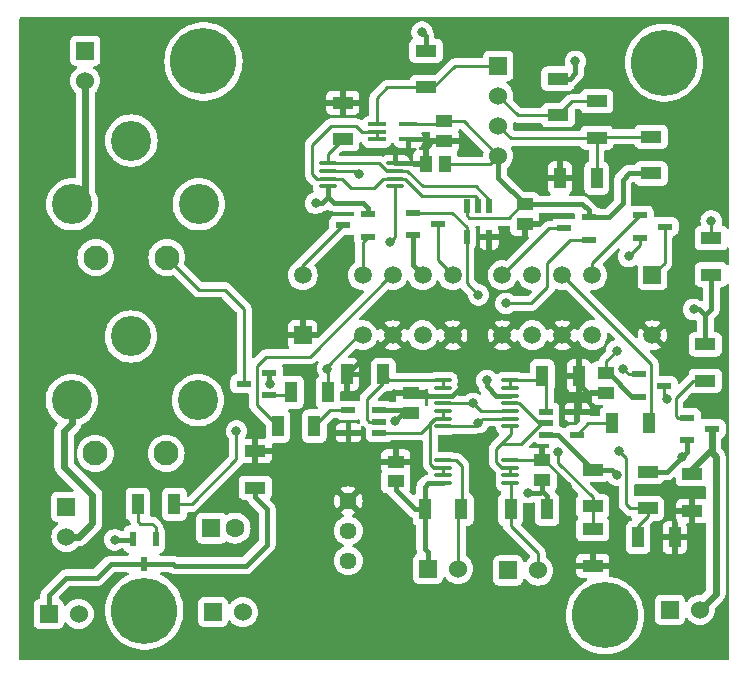
<source format=gbr>
%TF.GenerationSoftware,KiCad,Pcbnew,8.0.2*%
%TF.CreationDate,2024-09-03T17:09:07+02:00*%
%TF.ProjectId,AMS_IMD_Reset,414d535f-494d-4445-9f52-657365742e6b,rev?*%
%TF.SameCoordinates,Original*%
%TF.FileFunction,Copper,L1,Top*%
%TF.FilePolarity,Positive*%
%FSLAX46Y46*%
G04 Gerber Fmt 4.6, Leading zero omitted, Abs format (unit mm)*
G04 Created by KiCad (PCBNEW 8.0.2) date 2024-09-03 17:09:07*
%MOMM*%
%LPD*%
G01*
G04 APERTURE LIST*
G04 Aperture macros list*
%AMRoundRect*
0 Rectangle with rounded corners*
0 $1 Rounding radius*
0 $2 $3 $4 $5 $6 $7 $8 $9 X,Y pos of 4 corners*
0 Add a 4 corners polygon primitive as box body*
4,1,4,$2,$3,$4,$5,$6,$7,$8,$9,$2,$3,0*
0 Add four circle primitives for the rounded corners*
1,1,$1+$1,$2,$3*
1,1,$1+$1,$4,$5*
1,1,$1+$1,$6,$7*
1,1,$1+$1,$8,$9*
0 Add four rect primitives between the rounded corners*
20,1,$1+$1,$2,$3,$4,$5,0*
20,1,$1+$1,$4,$5,$6,$7,0*
20,1,$1+$1,$6,$7,$8,$9,0*
20,1,$1+$1,$8,$9,$2,$3,0*%
G04 Aperture macros list end*
%TA.AperFunction,SMDPad,CuDef*%
%ADD10R,1.800000X1.050000*%
%TD*%
%TA.AperFunction,SMDPad,CuDef*%
%ADD11RoundRect,0.100000X-0.650000X-0.100000X0.650000X-0.100000X0.650000X0.100000X-0.650000X0.100000X0*%
%TD*%
%TA.AperFunction,SMDPad,CuDef*%
%ADD12R,0.600000X1.300000*%
%TD*%
%TA.AperFunction,ComponentPad*%
%ADD13R,1.530000X1.530000*%
%TD*%
%TA.AperFunction,ComponentPad*%
%ADD14C,1.530000*%
%TD*%
%TA.AperFunction,SMDPad,CuDef*%
%ADD15RoundRect,0.100000X-0.637500X-0.100000X0.637500X-0.100000X0.637500X0.100000X-0.637500X0.100000X0*%
%TD*%
%TA.AperFunction,ComponentPad*%
%ADD16R,1.500000X1.500000*%
%TD*%
%TA.AperFunction,ComponentPad*%
%ADD17C,1.500000*%
%TD*%
%TA.AperFunction,SMDPad,CuDef*%
%ADD18R,1.050000X1.800000*%
%TD*%
%TA.AperFunction,SMDPad,CuDef*%
%ADD19R,1.300000X0.600000*%
%TD*%
%TA.AperFunction,ComponentPad*%
%ADD20C,2.100000*%
%TD*%
%TA.AperFunction,ComponentPad*%
%ADD21C,3.400000*%
%TD*%
%TA.AperFunction,SMDPad,CuDef*%
%ADD22R,1.470000X1.070000*%
%TD*%
%TA.AperFunction,SMDPad,CuDef*%
%ADD23R,0.600000X1.150000*%
%TD*%
%TA.AperFunction,ComponentPad*%
%ADD24C,5.600000*%
%TD*%
%TA.AperFunction,ComponentPad*%
%ADD25R,1.600000X1.600000*%
%TD*%
%TA.AperFunction,ComponentPad*%
%ADD26C,1.600000*%
%TD*%
%TA.AperFunction,SMDPad,CuDef*%
%ADD27R,1.150000X0.600000*%
%TD*%
%TA.AperFunction,SMDPad,CuDef*%
%ADD28R,1.070000X1.470000*%
%TD*%
%TA.AperFunction,ComponentPad*%
%ADD29C,1.440000*%
%TD*%
%TA.AperFunction,ViaPad*%
%ADD30C,0.800000*%
%TD*%
%TA.AperFunction,Conductor*%
%ADD31C,0.400000*%
%TD*%
%TA.AperFunction,Conductor*%
%ADD32C,0.250000*%
%TD*%
%TA.AperFunction,Conductor*%
%ADD33C,0.600000*%
%TD*%
G04 APERTURE END LIST*
D10*
%TO.P,R18,1*%
%TO.N,/Button_Input*%
X190017400Y-75057600D03*
%TO.P,R18,2*%
%TO.N,GND*%
X190017400Y-71957600D03*
%TD*%
%TO.P,R14,1*%
%TO.N,+5V*%
X201400000Y-108550000D03*
%TO.P,R14,2*%
%TO.N,Net-(J8-Pad2)*%
X201400000Y-105450000D03*
%TD*%
%TO.P,R9,1*%
%TO.N,/4.25V*%
X192963800Y-110108400D03*
%TO.P,R9,2*%
%TO.N,+5V*%
X192963800Y-113208400D03*
%TD*%
D11*
%TO.P,U2,1,+*%
%TO.N,/Raw_Button_Output*%
X174692000Y-75804000D03*
%TO.P,U2,2,-*%
%TO.N,/Button_Output*%
X174692000Y-76454000D03*
%TO.P,U2,3*%
X174692000Y-77104000D03*
%TO.P,U2,4,V+*%
%TO.N,+5V*%
X177352000Y-77104000D03*
%TO.P,U2,5,V-*%
%TO.N,GND*%
X177352000Y-75804000D03*
%TD*%
D12*
%TO.P,Q7,1*%
%TO.N,Net-(Q7-Pad1)*%
X155950000Y-110950000D03*
%TO.P,Q7,2*%
%TO.N,GND*%
X154050000Y-110950000D03*
%TO.P,Q7,3*%
%TO.N,Net-(J6-Pad1)*%
X155000000Y-113050000D03*
%TD*%
D13*
%TO.P,J8,1,1*%
%TO.N,GND*%
X199495000Y-116925000D03*
D14*
%TO.P,J8,2,2*%
%TO.N,Net-(J8-Pad2)*%
X202035000Y-116925000D03*
%TD*%
D15*
%TO.P,QU1,1*%
%TO.N,/IMD_SCS_Compliance*%
X180271500Y-97490400D03*
%TO.P,QU1,2*%
X180271500Y-98140400D03*
%TO.P,QU1,3,V+*%
%TO.N,+5V*%
X180271500Y-98790400D03*
%TO.P,QU1,4,-*%
%TO.N,/0.75V*%
X180271500Y-99440400D03*
%TO.P,QU1,5,+*%
%TO.N,/IMD_OK*%
X180271500Y-100090400D03*
%TO.P,QU1,6,-*%
X180271500Y-100740400D03*
%TO.P,QU1,7,+*%
%TO.N,/4.25V*%
X180271500Y-101390400D03*
%TO.P,QU1,8,-*%
%TO.N,/AMS_OK*%
X185996500Y-101390400D03*
%TO.P,QU1,9,+*%
%TO.N,/4.25V*%
X185996500Y-100740400D03*
%TO.P,QU1,10,-*%
%TO.N,/0.75V*%
X185996500Y-100090400D03*
%TO.P,QU1,11,+*%
%TO.N,/AMS_OK*%
X185996500Y-99440400D03*
%TO.P,QU1,12,V-*%
%TO.N,GND*%
X185996500Y-98790400D03*
%TO.P,QU1,13*%
%TO.N,/AMS_SCS_Compliance*%
X185996500Y-98140400D03*
%TO.P,QU1,14*%
X185996500Y-97490400D03*
%TD*%
D13*
%TO.P,J4,1,1*%
%TO.N,GND*%
X179019200Y-113461200D03*
D14*
%TO.P,J4,2,2*%
%TO.N,/Raw_IMD_OK*%
X181559200Y-113461200D03*
%TD*%
D16*
%TO.P,K2,1,COIL1*%
%TO.N,+5V*%
X168402000Y-93675200D03*
D17*
%TO.P,K2,3,Reset_1*%
%TO.N,/SC_Closed_IMD*%
X173482000Y-93675200D03*
%TO.P,K2,4,COM_1*%
%TO.N,+5V*%
X176022000Y-93675200D03*
%TO.P,K2,5,Set_1*%
%TO.N,/Button_Input*%
X178562000Y-93675200D03*
%TO.P,K2,6,COIL2*%
%TO.N,+5V*%
X181102000Y-93675200D03*
%TO.P,K2,7,COIL2*%
%TO.N,Net-(K2-COIL2-Pad7)*%
X181102000Y-88595200D03*
%TO.P,K2,8,Set_2*%
%TO.N,GND*%
X178562000Y-88595200D03*
%TO.P,K2,9,COM_2*%
%TO.N,Net-(K2-COM_2)*%
X176022000Y-88595200D03*
%TO.P,K2,10,Reset_2*%
%TO.N,Net-(K2-Reset_2)*%
X173482000Y-88595200D03*
%TO.P,K2,12,COIL1*%
%TO.N,Net-(K2-COIL1-Pad12)*%
X168402000Y-88595200D03*
%TD*%
D18*
%TO.P,R7,1*%
%TO.N,/0.75V*%
X196800000Y-110800000D03*
%TO.P,R7,2*%
%TO.N,+5V*%
X199900000Y-110800000D03*
%TD*%
D13*
%TO.P,J5,1,1*%
%TO.N,GND*%
X185800000Y-113600000D03*
D14*
%TO.P,J5,2,2*%
%TO.N,/Raw_AMS_OK*%
X188340000Y-113600000D03*
%TD*%
D10*
%TO.P,R13,1*%
%TO.N,+5V*%
X164400000Y-103500000D03*
%TO.P,R13,2*%
%TO.N,Net-(J6-Pad1)*%
X164400000Y-106600000D03*
%TD*%
D19*
%TO.P,Q3,1*%
%TO.N,Net-(K4-Reset_1)*%
X196968400Y-83530400D03*
%TO.P,Q3,2*%
%TO.N,GND*%
X196968400Y-85430400D03*
%TO.P,Q3,3*%
%TO.N,Net-(K4-COIL1-Pad1)*%
X199068400Y-84480400D03*
%TD*%
D20*
%TO.P,K3,1*%
%TO.N,Net-(K3-Pad1)*%
X156850500Y-103686400D03*
D21*
%TO.P,K3,2*%
%TO.N,Net-(K1-Pad2)*%
X159550500Y-99186400D03*
%TO.P,K3,3*%
%TO.N,unconnected-(K3-Pad3)*%
X153850500Y-93786400D03*
%TO.P,K3,4*%
%TO.N,/SC out*%
X148850500Y-99186400D03*
D20*
%TO.P,K3,5*%
%TO.N,+12V*%
X150850500Y-103686400D03*
%TD*%
D19*
%TO.P,Q2,1*%
%TO.N,Net-(G3-Pad4)*%
X177732000Y-83327200D03*
%TO.P,Q2,2*%
%TO.N,GND*%
X177732000Y-85227200D03*
%TO.P,Q2,3*%
%TO.N,Net-(K2-COIL2-Pad7)*%
X179832000Y-84277200D03*
%TD*%
D18*
%TO.P,R2,1*%
%TO.N,/Raw_IMD_OK*%
X181839200Y-108432000D03*
%TO.P,R2,2*%
%TO.N,GND*%
X178739200Y-108432000D03*
%TD*%
D22*
%TO.P,C4,1*%
%TO.N,GND*%
X194106800Y-96893800D03*
%TO.P,C4,2*%
%TO.N,+5V*%
X194106800Y-98533800D03*
%TD*%
D18*
%TO.P,R6,1*%
%TO.N,+5V*%
X172135200Y-97002600D03*
%TO.P,R6,2*%
%TO.N,/IMD_SCS_Compliance*%
X175235200Y-97002600D03*
%TD*%
D10*
%TO.P,R4,1*%
%TO.N,+5V*%
X171805600Y-73989600D03*
%TO.P,R4,2*%
%TO.N,/Button_Output_SCS_Compliance*%
X171805600Y-77089600D03*
%TD*%
%TO.P,R15,1*%
%TO.N,/Button_Input*%
X193294000Y-73862600D03*
%TO.P,R15,2*%
%TO.N,/Button_Input_SCS*%
X193294000Y-76962600D03*
%TD*%
D18*
%TO.P,R22,1*%
%TO.N,/SC_Closed_IMD*%
X170550000Y-98500000D03*
%TO.P,R22,2*%
%TO.N,Net-(Q5-Pad1)*%
X167450000Y-98500000D03*
%TD*%
D13*
%TO.P,J7,1,1*%
%TO.N,/Raw_Button_Output*%
X184962800Y-70866000D03*
D14*
%TO.P,J7,2,2*%
%TO.N,/Button_Input*%
X184962800Y-73406000D03*
%TO.P,J7,3,3*%
%TO.N,/Button_Input_SCS*%
X184962800Y-75946000D03*
%TO.P,J7,4,4*%
%TO.N,GND*%
X184962800Y-78486000D03*
%TD*%
D22*
%TO.P,C8,1*%
%TO.N,+5V*%
X188671200Y-104259200D03*
%TO.P,C8,2*%
%TO.N,GND*%
X188671200Y-105899200D03*
%TD*%
D20*
%TO.P,K1,1*%
%TO.N,Net-(K1-Pad1)*%
X156900000Y-87100000D03*
D21*
%TO.P,K1,2*%
%TO.N,Net-(K1-Pad2)*%
X159600000Y-82600000D03*
%TO.P,K1,3*%
%TO.N,unconnected-(K1-Pad3)*%
X153900000Y-77200000D03*
%TO.P,K1,4*%
%TO.N,/SC in*%
X148900000Y-82600000D03*
D20*
%TO.P,K1,5*%
%TO.N,+12V*%
X150900000Y-87100000D03*
%TD*%
D22*
%TO.P,C6,1*%
%TO.N,+5V*%
X176276000Y-104386800D03*
%TO.P,C6,2*%
%TO.N,GND*%
X176276000Y-106026800D03*
%TD*%
D10*
%TO.P,R21,1*%
%TO.N,/SC_Closed_AMS*%
X203000000Y-88550000D03*
%TO.P,R21,2*%
%TO.N,Net-(Q6-Pad1)*%
X203000000Y-85450000D03*
%TD*%
D23*
%TO.P,G3,1*%
%TO.N,/Button_Output_SCS_Compliance*%
X184185600Y-82774000D03*
%TO.P,G3,2*%
%TO.N,/Button_Output*%
X183235600Y-82774000D03*
%TO.P,G3,3,GND*%
%TO.N,GND*%
X182285600Y-82774000D03*
%TO.P,G3,4*%
%TO.N,Net-(G3-Pad4)*%
X182285600Y-85374000D03*
%TO.P,G3,5,VCC*%
%TO.N,+5V*%
X184185600Y-85374000D03*
%TD*%
D19*
%TO.P,Q5,1*%
%TO.N,Net-(Q5-Pad1)*%
X165550000Y-98750000D03*
%TO.P,Q5,2*%
%TO.N,GND*%
X165550000Y-96850000D03*
%TO.P,Q5,3*%
%TO.N,Net-(K1-Pad1)*%
X163450000Y-97800000D03*
%TD*%
D10*
%TO.P,R10,1*%
%TO.N,GND*%
X192963800Y-105053800D03*
%TO.P,R10,2*%
%TO.N,/4.25V*%
X192963800Y-108153800D03*
%TD*%
D15*
%TO.P,DU2,1*%
%TO.N,/Button_Output_SCS_Compliance*%
X170517900Y-79136600D03*
%TO.P,DU2,2,-*%
%TO.N,/0.75V*%
X170517900Y-79786600D03*
%TO.P,DU2,3,+*%
%TO.N,/Button_Output*%
X170517900Y-80436600D03*
%TO.P,DU2,4,V-*%
%TO.N,GND*%
X170517900Y-81086600D03*
%TO.P,DU2,5,+*%
%TO.N,/4.25V*%
X176242900Y-81086600D03*
%TO.P,DU2,6,-*%
%TO.N,/Button_Output*%
X176242900Y-80436600D03*
%TO.P,DU2,7*%
%TO.N,/Button_Output_SCS_Compliance*%
X176242900Y-79786600D03*
%TO.P,DU2,8,V+*%
%TO.N,+5V*%
X176242900Y-79136600D03*
%TD*%
D19*
%TO.P,Q6,1*%
%TO.N,Net-(Q6-Pad1)*%
X196883600Y-96992400D03*
%TO.P,Q6,2*%
%TO.N,GND*%
X196883600Y-98892400D03*
%TO.P,Q6,3*%
%TO.N,Net-(K3-Pad1)*%
X198983600Y-97942400D03*
%TD*%
D16*
%TO.P,K4,1,COIL1*%
%TO.N,Net-(K4-COIL1-Pad1)*%
X198018400Y-88595200D03*
D17*
%TO.P,K4,3,Reset_1*%
%TO.N,Net-(K4-Reset_1)*%
X192938400Y-88595200D03*
%TO.P,K4,4,COM_1*%
%TO.N,Net-(K4-COM_1)*%
X190398400Y-88595200D03*
%TO.P,K4,5,Set_1*%
%TO.N,GND*%
X187858400Y-88595200D03*
%TO.P,K4,6,COIL2*%
%TO.N,Net-(K4-COIL2-Pad6)*%
X185318400Y-88595200D03*
%TO.P,K4,7,COIL2*%
%TO.N,+5V*%
X185318400Y-93675200D03*
%TO.P,K4,8,Set_2*%
%TO.N,/Button_Input*%
X187858400Y-93675200D03*
%TO.P,K4,9,COM_2*%
%TO.N,+5V*%
X190398400Y-93675200D03*
%TO.P,K4,10,Reset_2*%
%TO.N,/SC_Closed_AMS*%
X192938400Y-93675200D03*
%TO.P,K4,12,COIL1*%
%TO.N,+5V*%
X198018400Y-93675200D03*
%TD*%
D24*
%TO.P,,1*%
%TO.N,N/C*%
X199000000Y-70600000D03*
%TD*%
D13*
%TO.P,J6,1,1*%
%TO.N,Net-(J6-Pad1)*%
X146895000Y-117275000D03*
D14*
%TO.P,J6,2,2*%
%TO.N,GND*%
X149435000Y-117275000D03*
%TD*%
D24*
%TO.P,,1*%
%TO.N,N/C*%
X160000000Y-70500000D03*
%TD*%
D19*
%TO.P,Q1,1*%
%TO.N,Net-(K2-Reset_2)*%
X173922400Y-85328800D03*
%TO.P,Q1,2*%
%TO.N,GND*%
X173922400Y-83428800D03*
%TO.P,Q1,3*%
%TO.N,Net-(K2-COIL1-Pad12)*%
X171822400Y-84378800D03*
%TD*%
D10*
%TO.P,R1,1*%
%TO.N,/Raw_Button_Output*%
X178841400Y-72695400D03*
%TO.P,R1,2*%
%TO.N,GND*%
X178841400Y-69595400D03*
%TD*%
D24*
%TO.P,,1*%
%TO.N,N/C*%
X194000000Y-117400000D03*
%TD*%
D22*
%TO.P,C7,1*%
%TO.N,+5V*%
X177546000Y-98595600D03*
%TO.P,C7,2*%
%TO.N,GND*%
X177546000Y-100235600D03*
%TD*%
D25*
%TO.P,C1,1*%
%TO.N,GND*%
X160680400Y-110007400D03*
D26*
%TO.P,C1,2*%
%TO.N,+12V*%
X162680400Y-110007400D03*
%TD*%
D18*
%TO.P,R16,1*%
%TO.N,/Button_Input_SCS*%
X193294600Y-80365600D03*
%TO.P,R16,2*%
%TO.N,+5V*%
X190194600Y-80365600D03*
%TD*%
D13*
%TO.P,J2,1,1*%
%TO.N,GND*%
X150000000Y-69600000D03*
D14*
%TO.P,J2,2,2*%
%TO.N,/SC in*%
X150000000Y-72140000D03*
%TD*%
D13*
%TO.P,J1,1,1*%
%TO.N,GND*%
X160800000Y-117125000D03*
D14*
%TO.P,J1,2,2*%
%TO.N,+12V*%
X163340000Y-117125000D03*
%TD*%
D27*
%TO.P,G2,1*%
%TO.N,/AMS_SCS_Compliance*%
X189047600Y-100192800D03*
%TO.P,G2,2*%
%TO.N,/AMS_OK*%
X189047600Y-101142800D03*
%TO.P,G2,3,GND*%
%TO.N,GND*%
X189047600Y-102092800D03*
%TO.P,G2,4*%
%TO.N,Net-(G2-Pad4)*%
X191647600Y-102092800D03*
%TO.P,G2,5,VCC*%
%TO.N,+5V*%
X191647600Y-100192800D03*
%TD*%
D22*
%TO.P,C5,1*%
%TO.N,GND*%
X187198000Y-82593600D03*
%TO.P,C5,2*%
%TO.N,+5V*%
X187198000Y-84233600D03*
%TD*%
D10*
%TO.P,R17,1*%
%TO.N,GND*%
X197916800Y-79985200D03*
%TO.P,R17,2*%
%TO.N,/Button_Input_SCS*%
X197916800Y-76885200D03*
%TD*%
%TO.P,R19,1*%
%TO.N,/SC_Closed_AMS*%
X202500000Y-94450000D03*
%TO.P,R19,2*%
%TO.N,Net-(Q8-Pad1)*%
X202500000Y-97550000D03*
%TD*%
D18*
%TO.P,R12,1*%
%TO.N,Net-(G2-Pad4)*%
X194588800Y-101142800D03*
%TO.P,R12,2*%
%TO.N,Net-(K4-COM_1)*%
X197688800Y-101142800D03*
%TD*%
%TO.P,R5,1*%
%TO.N,/AMS_SCS_Compliance*%
X188696000Y-97129600D03*
%TO.P,R5,2*%
%TO.N,+5V*%
X191796000Y-97129600D03*
%TD*%
%TO.P,R3,1*%
%TO.N,/Raw_AMS_OK*%
X186003600Y-108432000D03*
%TO.P,R3,2*%
%TO.N,GND*%
X189103600Y-108432000D03*
%TD*%
D19*
%TO.P,Q8,1*%
%TO.N,Net-(Q8-Pad1)*%
X200950000Y-100650000D03*
%TO.P,Q8,2*%
%TO.N,GND*%
X200950000Y-102550000D03*
%TO.P,Q8,3*%
%TO.N,Net-(J8-Pad2)*%
X203050000Y-101600000D03*
%TD*%
D27*
%TO.P,G1,1*%
%TO.N,/IMD_OK*%
X174883600Y-101940400D03*
%TO.P,G1,2*%
%TO.N,/IMD_SCS_Compliance*%
X174883600Y-100990400D03*
%TO.P,G1,3,GND*%
%TO.N,GND*%
X174883600Y-100040400D03*
%TO.P,G1,4*%
%TO.N,Net-(G1-Pad4)*%
X172283600Y-100040400D03*
%TO.P,G1,5,VCC*%
%TO.N,+5V*%
X172283600Y-101940400D03*
%TD*%
D10*
%TO.P,R8,1*%
%TO.N,GND*%
X197600000Y-105250000D03*
%TO.P,R8,2*%
%TO.N,/0.75V*%
X197600000Y-108350000D03*
%TD*%
D18*
%TO.P,R20,1*%
%TO.N,/SC_Closed_IMD*%
X157550000Y-108000000D03*
%TO.P,R20,2*%
%TO.N,Net-(Q7-Pad1)*%
X154450000Y-108000000D03*
%TD*%
D22*
%TO.P,C2,1*%
%TO.N,+5V*%
X180390800Y-77223200D03*
%TO.P,C2,2*%
%TO.N,GND*%
X180390800Y-75583200D03*
%TD*%
D24*
%TO.P,,1*%
%TO.N,N/C*%
X155000000Y-117000000D03*
%TD*%
D19*
%TO.P,Q4,1*%
%TO.N,Net-(G3-Pad4)*%
X192616800Y-85582800D03*
%TO.P,Q4,2*%
%TO.N,GND*%
X192616800Y-83682800D03*
%TO.P,Q4,3*%
%TO.N,Net-(K4-COIL2-Pad6)*%
X190516800Y-84632800D03*
%TD*%
D28*
%TO.P,C3,1*%
%TO.N,GND*%
X180448800Y-79197200D03*
%TO.P,C3,2*%
%TO.N,+5V*%
X178808800Y-79197200D03*
%TD*%
D13*
%TO.P,J3,1,1*%
%TO.N,GND*%
X148400000Y-108200000D03*
D14*
%TO.P,J3,2,2*%
%TO.N,/SC out*%
X148400000Y-110740000D03*
%TD*%
D29*
%TO.P,U1,1,+VIN*%
%TO.N,+12V*%
X172262800Y-112776000D03*
%TO.P,U1,2,GND*%
%TO.N,GND*%
X172262800Y-110236000D03*
%TO.P,U1,3,+VOUT*%
%TO.N,+5V*%
X172262800Y-107696000D03*
%TD*%
D18*
%TO.P,R11,1*%
%TO.N,Net-(G1-Pad4)*%
X169393200Y-101371400D03*
%TO.P,R11,2*%
%TO.N,Net-(K2-COM_2)*%
X166293200Y-101371400D03*
%TD*%
D15*
%TO.P,DU1,1,+*%
%TO.N,/Raw_IMD_OK*%
X180271500Y-104256600D03*
%TO.P,DU1,2,-*%
%TO.N,/IMD_OK*%
X180271500Y-104906600D03*
%TO.P,DU1,3*%
X180271500Y-105556600D03*
%TO.P,DU1,4,V-*%
%TO.N,GND*%
X180271500Y-106206600D03*
%TO.P,DU1,5,+*%
%TO.N,/Raw_AMS_OK*%
X185996500Y-106206600D03*
%TO.P,DU1,6,-*%
%TO.N,/AMS_OK*%
X185996500Y-105556600D03*
%TO.P,DU1,7*%
X185996500Y-104906600D03*
%TO.P,DU1,8,V+*%
%TO.N,+5V*%
X185996500Y-104256600D03*
%TD*%
D30*
%TO.N,GND*%
X195000000Y-95000000D03*
X169500000Y-82500000D03*
X195000000Y-105500000D03*
X176184856Y-100978748D03*
X187500000Y-107000000D03*
X178500000Y-68000000D03*
X184000000Y-97500000D03*
X191500000Y-70500000D03*
X196000000Y-87000000D03*
X165606044Y-97790901D03*
X200500000Y-104000000D03*
X152500000Y-111000000D03*
%TO.N,+5V*%
X174000000Y-95500000D03*
X179000000Y-77500000D03*
%TO.N,Net-(G3-Pad4)*%
X183286400Y-90271600D03*
X185623200Y-90982800D03*
%TO.N,/0.75V*%
X195173600Y-103479600D03*
X182829200Y-99440400D03*
X173177200Y-80060800D03*
%TO.N,/4.25V*%
X175818800Y-85801200D03*
X183286400Y-101092000D03*
X190042800Y-103581200D03*
%TO.N,/SC_Closed_IMD*%
X170500000Y-96500000D03*
X162800000Y-101800000D03*
%TO.N,/SC_Closed_AMS*%
X201500000Y-91500000D03*
%TO.N,Net-(K3-Pad1)*%
X199237600Y-99060000D03*
%TO.N,Net-(Q6-Pad1)*%
X203000000Y-84000000D03*
X195500000Y-96500000D03*
%TD*%
D31*
%TO.N,GND*%
X165550000Y-96850000D02*
X165550000Y-97734857D01*
X177546000Y-100235600D02*
X176928004Y-100235600D01*
X188506600Y-107000000D02*
X188671200Y-106835400D01*
X200500000Y-104000000D02*
X200950000Y-103550000D01*
X180271500Y-106206600D02*
X179032450Y-106206600D01*
X170517900Y-81982100D02*
X170517900Y-81086600D01*
X189103600Y-108432000D02*
X189103600Y-107267800D01*
X190017400Y-71957600D02*
X191042400Y-71957600D01*
X194306800Y-96893800D02*
X196305400Y-98892400D01*
X194317200Y-83682800D02*
X192616800Y-83682800D01*
X195500000Y-80500000D02*
X195500000Y-82500000D01*
D32*
X194106800Y-96893800D02*
X194306800Y-96893800D01*
D31*
X184790400Y-98790400D02*
X184000000Y-98000000D01*
X173922400Y-82922400D02*
X173922400Y-83428800D01*
D32*
X182285600Y-83534600D02*
X182285600Y-82774000D01*
D31*
X152500000Y-111000000D02*
X154000000Y-111000000D01*
X189103600Y-107267800D02*
X188671200Y-106835400D01*
X185996500Y-98790400D02*
X184790400Y-98790400D01*
D32*
X184962800Y-78486000D02*
X182060000Y-75583200D01*
D31*
X178739200Y-106499850D02*
X178739200Y-108432000D01*
X184000000Y-98000000D02*
X184000000Y-97531399D01*
X192616800Y-83116800D02*
X192616800Y-83682800D01*
X179032450Y-106206600D02*
X178739200Y-106499850D01*
D32*
X185831131Y-83760469D02*
X182511469Y-83760469D01*
D31*
X194553800Y-105053800D02*
X195000000Y-105500000D01*
X179019200Y-113461200D02*
X179019200Y-112019200D01*
D32*
X184251600Y-79197200D02*
X184962800Y-78486000D01*
D31*
X192093600Y-82593600D02*
X192616800Y-83116800D01*
X170000000Y-82500000D02*
X170517900Y-81982100D01*
D32*
X180448800Y-79197200D02*
X184251600Y-79197200D01*
D31*
X177732000Y-85227200D02*
X177732000Y-87765200D01*
D32*
X196968400Y-86031600D02*
X196000000Y-87000000D01*
D31*
X190002800Y-102092800D02*
X192963800Y-105053800D01*
X184962800Y-80358400D02*
X187198000Y-82593600D01*
X196014800Y-79985200D02*
X195500000Y-80500000D01*
X174883600Y-100040400D02*
X177350800Y-100040400D01*
X171035800Y-82500000D02*
X173500000Y-82500000D01*
D32*
X196968400Y-85430400D02*
X196968400Y-86031600D01*
X182060000Y-75583200D02*
X180390800Y-75583200D01*
D31*
X187198000Y-82593600D02*
X192093600Y-82593600D01*
X177732000Y-87765200D02*
X178562000Y-88595200D01*
X196305400Y-98892400D02*
X196883600Y-98892400D01*
X187198000Y-82593600D02*
X186998000Y-82593600D01*
X178739200Y-111739200D02*
X178739200Y-108432000D01*
X192963800Y-105053800D02*
X194553800Y-105053800D01*
D32*
X194106800Y-96893800D02*
X194106800Y-95893200D01*
X186998000Y-82593600D02*
X185831131Y-83760469D01*
D31*
X188671200Y-106835400D02*
X188671200Y-105899200D01*
X199250000Y-105250000D02*
X200500000Y-104000000D01*
X176276000Y-106776000D02*
X177932000Y-108432000D01*
X197600000Y-105250000D02*
X199250000Y-105250000D01*
D32*
X194106800Y-95893200D02*
X195000000Y-95000000D01*
D31*
X195500000Y-82500000D02*
X194317200Y-83682800D01*
D32*
X165550000Y-97734857D02*
X165606044Y-97790901D01*
D31*
X187500000Y-107000000D02*
X188506600Y-107000000D01*
D32*
X180390800Y-75583200D02*
X180170000Y-75804000D01*
D31*
X179019200Y-112019200D02*
X178739200Y-111739200D01*
X173500000Y-82500000D02*
X173922400Y-82922400D01*
D32*
X184000000Y-97531399D02*
X184000000Y-97500000D01*
D31*
X178841400Y-68341400D02*
X178841400Y-69595400D01*
D32*
X177350800Y-100040400D02*
X177546000Y-100235600D01*
X180170000Y-75804000D02*
X177352000Y-75804000D01*
D31*
X191500000Y-71500000D02*
X191500000Y-70500000D01*
X184962800Y-78486000D02*
X184962800Y-80358400D01*
X200950000Y-103550000D02*
X200950000Y-102550000D01*
X177932000Y-108432000D02*
X178739200Y-108432000D01*
D32*
X182511469Y-83760469D02*
X182285600Y-83534600D01*
D31*
X189047600Y-102092800D02*
X190002800Y-102092800D01*
X154000000Y-111000000D02*
X154050000Y-110950000D01*
X170517900Y-81982100D02*
X171035800Y-82500000D01*
X197916800Y-79985200D02*
X196014800Y-79985200D01*
X169500000Y-82500000D02*
X170000000Y-82500000D01*
X176928004Y-100235600D02*
X176184856Y-100978748D01*
X176276000Y-106026800D02*
X176276000Y-106776000D01*
X191042400Y-71957600D02*
X191500000Y-71500000D01*
X178500000Y-68000000D02*
X178841400Y-68341400D01*
%TO.N,+5V*%
X178748200Y-79136600D02*
X178808800Y-79197200D01*
D32*
X188671200Y-104259200D02*
X188871200Y-104259200D01*
D31*
X181068878Y-98790400D02*
X182000000Y-97859278D01*
X191796000Y-97129600D02*
X191796000Y-99000000D01*
X182000000Y-97859278D02*
X182000000Y-94573200D01*
X182000000Y-94573200D02*
X181102000Y-93675200D01*
D32*
X188668600Y-104256600D02*
X188671200Y-104259200D01*
D31*
X191796000Y-97796000D02*
X192533800Y-98533800D01*
X191796000Y-97129600D02*
X191796000Y-97796000D01*
D32*
X191000000Y-106388000D02*
X191000000Y-108500000D01*
X185996500Y-104256600D02*
X188668600Y-104256600D01*
D31*
X180271500Y-98790400D02*
X181068878Y-98790400D01*
X191796000Y-100044400D02*
X191647600Y-100192800D01*
X192533800Y-98533800D02*
X194106800Y-98533800D01*
X177740800Y-98790400D02*
X180271500Y-98790400D01*
X174197200Y-95500000D02*
X176022000Y-93675200D01*
X177546000Y-98595600D02*
X177740800Y-98790400D01*
X191796000Y-99000000D02*
X191796000Y-100044400D01*
X174000000Y-95500000D02*
X173637800Y-95500000D01*
X174000000Y-95500000D02*
X174197200Y-95500000D01*
X173637800Y-95500000D02*
X172135200Y-97002600D01*
X176242900Y-79136600D02*
X178748200Y-79136600D01*
D32*
X188871200Y-104259200D02*
X191000000Y-106388000D01*
%TO.N,/AMS_OK*%
X186029600Y-102082000D02*
X186029600Y-101423500D01*
X188645200Y-101142800D02*
X189047600Y-101142800D01*
X185996500Y-104906600D02*
X185305188Y-104906600D01*
X186029600Y-101423500D02*
X185996500Y-101390400D01*
X185216800Y-102894800D02*
X186029600Y-102082000D01*
X185305188Y-104906600D02*
X184810400Y-104411812D01*
X189047600Y-101142800D02*
X188390212Y-101142800D01*
X184810400Y-103301200D02*
X185216800Y-102894800D01*
X185216800Y-102894800D02*
X186893200Y-102894800D01*
X184810400Y-104411812D02*
X184810400Y-103301200D01*
X185996500Y-104906600D02*
X185996500Y-105556600D01*
X186893200Y-102894800D02*
X188645200Y-101142800D01*
X186687812Y-99440400D02*
X185996500Y-99440400D01*
X188390212Y-101142800D02*
X186687812Y-99440400D01*
%TO.N,/Raw_AMS_OK*%
X186003600Y-108432000D02*
X186003600Y-109803600D01*
X185858400Y-108577200D02*
X186003600Y-108432000D01*
X186003600Y-108432000D02*
X186003600Y-106213700D01*
X188340000Y-112140000D02*
X188340000Y-113600000D01*
X186003600Y-106213700D02*
X185996500Y-106206600D01*
X186003600Y-109803600D02*
X188340000Y-112140000D01*
%TO.N,Net-(G3-Pad4)*%
X191074000Y-85582800D02*
X192616800Y-85582800D01*
X183286400Y-90271600D02*
X182285600Y-89270800D01*
X189128400Y-87528400D02*
X191074000Y-85582800D01*
X185623200Y-90982800D02*
X187756800Y-90982800D01*
X182285600Y-84549000D02*
X181063800Y-83327200D01*
X189128400Y-89611200D02*
X189128400Y-87528400D01*
X182285600Y-85374000D02*
X182285600Y-84549000D01*
X187756800Y-90982800D02*
X189128400Y-89611200D01*
X181063800Y-83327200D02*
X177732000Y-83327200D01*
X182285600Y-89270800D02*
X182285600Y-85374000D01*
%TO.N,/IMD_OK*%
X178380188Y-101940400D02*
X179580188Y-100740400D01*
X174883600Y-101940400D02*
X178380188Y-101940400D01*
X179209000Y-104581599D02*
X179534001Y-104906600D01*
X180271500Y-100090400D02*
X180271500Y-100740400D01*
X180271500Y-104906600D02*
X180271500Y-105556600D01*
X179580188Y-100740400D02*
X180271500Y-100740400D01*
X179534001Y-104906600D02*
X180271500Y-104906600D01*
X179534001Y-100740400D02*
X179209000Y-101065401D01*
X180271500Y-100740400D02*
X179534001Y-100740400D01*
X179209000Y-101065401D02*
X179209000Y-104581599D01*
%TO.N,/Raw_IMD_OK*%
X181839200Y-108432000D02*
X181864000Y-108407200D01*
X181864000Y-104723600D02*
X181397000Y-104256600D01*
X181397000Y-104256600D02*
X180271500Y-104256600D01*
X181864000Y-108407200D02*
X181864000Y-104723600D01*
X181559200Y-113461200D02*
X181559200Y-108712000D01*
X181559200Y-108712000D02*
X181839200Y-108432000D01*
%TO.N,Net-(K2-COM_2)*%
X164500000Y-99578200D02*
X166293200Y-101371400D01*
X164500000Y-96300000D02*
X164500000Y-99578200D01*
X165300000Y-95500000D02*
X164500000Y-96300000D01*
X176022000Y-88595200D02*
X175904800Y-88595200D01*
X175904800Y-88595200D02*
X169000000Y-95500000D01*
X169000000Y-95500000D02*
X165300000Y-95500000D01*
%TO.N,/IMD_SCS_Compliance*%
X175235200Y-97002600D02*
X175235200Y-97707800D01*
X174058600Y-100990400D02*
X174883600Y-100990400D01*
X175723000Y-97490400D02*
X175235200Y-97002600D01*
X180271500Y-97490400D02*
X175723000Y-97490400D01*
X173858600Y-99084400D02*
X173858600Y-100790400D01*
X175235200Y-97707800D02*
X173858600Y-99084400D01*
X180271500Y-97490400D02*
X180271500Y-98140400D01*
X173858600Y-100790400D02*
X174058600Y-100990400D01*
D33*
%TO.N,/SC in*%
X150000000Y-81500000D02*
X148900000Y-82600000D01*
X150000000Y-72140000D02*
X150000000Y-81500000D01*
%TO.N,/SC out*%
X150600000Y-107200000D02*
X148200000Y-104800000D01*
X150600000Y-109600000D02*
X150600000Y-107200000D01*
X148200000Y-101800000D02*
X148850500Y-101149500D01*
X148850500Y-101149500D02*
X148850500Y-99186400D01*
X148400000Y-99636900D02*
X148850500Y-99186400D01*
X148400000Y-110740000D02*
X149460000Y-110740000D01*
X149460000Y-110740000D02*
X150600000Y-109600000D01*
X148200000Y-104800000D02*
X148200000Y-101800000D01*
D32*
%TO.N,/AMS_SCS_Compliance*%
X188335200Y-97490400D02*
X188696000Y-97129600D01*
X189047600Y-100192800D02*
X189047600Y-97481200D01*
X185996500Y-97490400D02*
X185996500Y-98140400D01*
X189047600Y-97481200D02*
X188696000Y-97129600D01*
X185996500Y-97490400D02*
X188335200Y-97490400D01*
%TO.N,Net-(K2-Reset_2)*%
X173482000Y-85769200D02*
X173482000Y-88595200D01*
X173922400Y-85328800D02*
X173482000Y-85769200D01*
%TO.N,Net-(K4-COM_1)*%
X197916800Y-100914800D02*
X197688800Y-101142800D01*
X190398400Y-88595200D02*
X197916800Y-96113600D01*
X197916800Y-96113600D02*
X197916800Y-100914800D01*
%TO.N,/0.75V*%
X195800000Y-108000000D02*
X196150000Y-108350000D01*
X180962812Y-99440400D02*
X180271500Y-99440400D01*
X196800000Y-109800000D02*
X197600000Y-109000000D01*
X183479200Y-100090400D02*
X185996500Y-100090400D01*
X197600000Y-109000000D02*
X197600000Y-108350000D01*
X182829200Y-99440400D02*
X180271500Y-99440400D01*
X195800000Y-104106000D02*
X195800000Y-108000000D01*
X172903000Y-79786600D02*
X170517900Y-79786600D01*
X195173600Y-103479600D02*
X195800000Y-104106000D01*
X173177200Y-80060800D02*
X172903000Y-79786600D01*
X182829200Y-99440400D02*
X183479200Y-100090400D01*
X196150000Y-108350000D02*
X197600000Y-108350000D01*
X196800000Y-110800000D02*
X196800000Y-109800000D01*
%TO.N,/4.25V*%
X176242900Y-85377100D02*
X176242900Y-81086600D01*
X192963800Y-107417800D02*
X192963800Y-108153800D01*
X192963800Y-110108400D02*
X192963800Y-108153800D01*
X190042800Y-103581200D02*
X190042800Y-104496800D01*
X190042800Y-104496800D02*
X192963800Y-107417800D01*
X183638000Y-100740400D02*
X185996500Y-100740400D01*
X183286400Y-101092000D02*
X182988000Y-101390400D01*
X182988000Y-101390400D02*
X180271500Y-101390400D01*
X183286400Y-101092000D02*
X183638000Y-100740400D01*
X175818800Y-85801200D02*
X176242900Y-85377100D01*
%TO.N,/Button_Output_SCS_Compliance*%
X170517900Y-79136600D02*
X174901588Y-79136600D01*
X176242900Y-79786600D02*
X177271800Y-79786600D01*
X174901588Y-79136600D02*
X175551588Y-79786600D01*
X175551588Y-79786600D02*
X176242900Y-79786600D01*
X183063400Y-81076800D02*
X184185600Y-82199000D01*
X171805600Y-77089600D02*
X170517900Y-78377300D01*
X184185600Y-82199000D02*
X184185600Y-82774000D01*
X178562000Y-81076800D02*
X183063400Y-81076800D01*
X177271800Y-79786600D02*
X178562000Y-81076800D01*
X170517900Y-78377300D02*
X170517900Y-79136600D01*
%TO.N,/Button_Output*%
X174692000Y-76454000D02*
X174692000Y-77104000D01*
X170517900Y-80436600D02*
X171724200Y-80436600D01*
X169641400Y-80436600D02*
X170517900Y-80436600D01*
X182966000Y-81874000D02*
X183235600Y-82143600D01*
X177109000Y-80436600D02*
X178546400Y-81874000D01*
X174692000Y-76454000D02*
X173439700Y-76454000D01*
X169214800Y-77571600D02*
X169214800Y-80010000D01*
X172466000Y-81178400D02*
X174447200Y-81178400D01*
X178546400Y-81874000D02*
X182966000Y-81874000D01*
X173439700Y-76454000D02*
X172931700Y-75946000D01*
X176242900Y-80436600D02*
X177109000Y-80436600D01*
X175189000Y-80436600D02*
X176242900Y-80436600D01*
X170840400Y-75946000D02*
X169214800Y-77571600D01*
X172931700Y-75946000D02*
X170840400Y-75946000D01*
X171724200Y-80436600D02*
X172466000Y-81178400D01*
X174447200Y-81178400D02*
X175189000Y-80436600D01*
X169214800Y-80010000D02*
X169641400Y-80436600D01*
X183235600Y-82143600D02*
X183235600Y-82774000D01*
%TO.N,/Button_Input*%
X190017400Y-75057600D02*
X186614400Y-75057600D01*
X186614400Y-75057600D02*
X184962800Y-73406000D01*
X193294000Y-73862600D02*
X191212400Y-73862600D01*
X191212400Y-73862600D02*
X190017400Y-75057600D01*
%TO.N,/Raw_Button_Output*%
X175566000Y-72694800D02*
X174692000Y-73568800D01*
X184962800Y-70866000D02*
X181280400Y-70866000D01*
X181280400Y-70866000D02*
X179451000Y-72695400D01*
X178841400Y-72695400D02*
X178840800Y-72694800D01*
X178840800Y-72694800D02*
X175566000Y-72694800D01*
X179451000Y-72695400D02*
X178841400Y-72695400D01*
X174692000Y-73568800D02*
X174692000Y-75804000D01*
%TO.N,/Button_Input_SCS*%
X184962800Y-75946000D02*
X186030200Y-77013400D01*
X193243200Y-77013400D02*
X193294000Y-76962600D01*
X193294000Y-76962600D02*
X193294000Y-77165200D01*
X197916200Y-76885800D02*
X197916800Y-76885200D01*
X193294000Y-77165200D02*
X193294600Y-77165800D01*
X193370800Y-76885800D02*
X197916200Y-76885800D01*
X193294000Y-76962600D02*
X193370800Y-76885800D01*
X186030200Y-77013400D02*
X193243200Y-77013400D01*
X193294600Y-77165800D02*
X193294600Y-80365600D01*
%TO.N,Net-(K1-Pad1)*%
X156900000Y-87100000D02*
X159623000Y-89823000D01*
X159623000Y-89823000D02*
X161823000Y-89823000D01*
X161823000Y-89823000D02*
X163450000Y-91450000D01*
X163450000Y-91450000D02*
X163450000Y-97800000D01*
%TO.N,Net-(K2-COIL2-Pad7)*%
X179832000Y-84277200D02*
X179832000Y-87325200D01*
X179832000Y-87325200D02*
X181102000Y-88595200D01*
%TO.N,Net-(K2-COIL1-Pad12)*%
X168368000Y-88561200D02*
X168402000Y-88595200D01*
X168368000Y-87833200D02*
X168368000Y-88561200D01*
X171822400Y-84378800D02*
X168368000Y-87833200D01*
%TO.N,/SC_Closed_IMD*%
X173126400Y-93675200D02*
X170550000Y-96251600D01*
X170550000Y-96251600D02*
X170550000Y-96450000D01*
X170500000Y-96500000D02*
X170550000Y-96550000D01*
X170550000Y-96550000D02*
X170550000Y-98500000D01*
X157550000Y-108000000D02*
X159000000Y-108000000D01*
X162800000Y-101800000D02*
X162800000Y-104200000D01*
X170550000Y-96450000D02*
X170500000Y-96500000D01*
X159000000Y-108000000D02*
X162800000Y-104200000D01*
X173482000Y-93675200D02*
X173126400Y-93675200D01*
%TO.N,Net-(K4-COIL1-Pad1)*%
X199068400Y-87545200D02*
X198018400Y-88595200D01*
X199068400Y-84480400D02*
X199068400Y-87545200D01*
%TO.N,Net-(K4-COIL2-Pad6)*%
X189280800Y-84632800D02*
X185318400Y-88595200D01*
X190516800Y-84632800D02*
X189280800Y-84632800D01*
D31*
%TO.N,/SC_Closed_AMS*%
X203000000Y-91500000D02*
X202500000Y-92000000D01*
D32*
X202450000Y-94500000D02*
X202500000Y-94450000D01*
D31*
X202000000Y-91500000D02*
X201500000Y-91500000D01*
X202500000Y-92000000D02*
X202500000Y-94450000D01*
X202500000Y-92000000D02*
X202000000Y-91500000D01*
X203000000Y-88550000D02*
X203000000Y-91500000D01*
D32*
%TO.N,Net-(G1-Pad4)*%
X172283600Y-100040400D02*
X170724200Y-100040400D01*
X170724200Y-100040400D02*
X169393200Y-101371400D01*
%TO.N,Net-(G2-Pad4)*%
X192597600Y-101142800D02*
X191647600Y-102092800D01*
X194588800Y-101142800D02*
X192597600Y-101142800D01*
%TO.N,Net-(K3-Pad1)*%
X198983600Y-98806000D02*
X199237600Y-99060000D01*
X198983600Y-97942400D02*
X198983600Y-98806000D01*
%TO.N,Net-(K4-Reset_1)*%
X196968400Y-83530400D02*
X192938400Y-87560400D01*
X192938400Y-87560400D02*
X192938400Y-88595200D01*
D31*
%TO.N,Net-(J6-Pad1)*%
X148400000Y-114200000D02*
X151000000Y-114200000D01*
X164400000Y-107400000D02*
X165400000Y-108400000D01*
X164400000Y-106600000D02*
X164400000Y-107400000D01*
X146895000Y-115705000D02*
X148400000Y-114200000D01*
X157450000Y-113050000D02*
X155000000Y-113050000D01*
X165400000Y-111400000D02*
X163600000Y-113200000D01*
X163600000Y-113200000D02*
X157600000Y-113200000D01*
X151000000Y-114200000D02*
X152150000Y-113050000D01*
X152150000Y-113050000D02*
X155000000Y-113050000D01*
X165400000Y-108400000D02*
X165400000Y-111400000D01*
X157600000Y-113200000D02*
X157450000Y-113050000D01*
X146895000Y-117275000D02*
X146895000Y-115705000D01*
D33*
%TO.N,Net-(J8-Pad2)*%
X203050000Y-103600000D02*
X203400000Y-103950000D01*
X203400000Y-103950000D02*
X203400000Y-115560000D01*
X202900000Y-103500000D02*
X203050000Y-103500000D01*
D32*
X201400000Y-105450000D02*
X201400000Y-105000000D01*
D33*
X203400000Y-115560000D02*
X202035000Y-116925000D01*
X201400000Y-105000000D02*
X202900000Y-103500000D01*
X203050000Y-101600000D02*
X203050000Y-103600000D01*
D32*
%TO.N,Net-(Q5-Pad1)*%
X167200000Y-98750000D02*
X165550000Y-98750000D01*
X167450000Y-98500000D02*
X167200000Y-98750000D01*
%TO.N,Net-(Q6-Pad1)*%
X203000000Y-84000000D02*
X203000000Y-85450000D01*
X196883600Y-96992400D02*
X195992400Y-96992400D01*
X195992400Y-96992400D02*
X195500000Y-96500000D01*
%TO.N,Net-(Q7-Pad1)*%
X155668695Y-109668695D02*
X155950000Y-109950000D01*
X155950000Y-109950000D02*
X155950000Y-110950000D01*
X154450000Y-109450000D02*
X154668695Y-109668695D01*
X154668695Y-109668695D02*
X155668695Y-109668695D01*
X154450000Y-108000000D02*
X154450000Y-109450000D01*
%TO.N,Net-(Q8-Pad1)*%
X200950000Y-100650000D02*
X200150000Y-100650000D01*
X200000000Y-99000000D02*
X201450000Y-97550000D01*
X200000000Y-100500000D02*
X200000000Y-99000000D01*
X201450000Y-97550000D02*
X202500000Y-97550000D01*
X200150000Y-100650000D02*
X200000000Y-100500000D01*
%TD*%
%TA.AperFunction,Conductor*%
%TO.N,+5V*%
G36*
X188061923Y-102724492D02*
G01*
X188106271Y-102752993D01*
X188109336Y-102756058D01*
X188109337Y-102756059D01*
X188109339Y-102756061D01*
X188226396Y-102843689D01*
X188363399Y-102894789D01*
X188390650Y-102897718D01*
X188423945Y-102901299D01*
X188423962Y-102901300D01*
X189171521Y-102901300D01*
X189238560Y-102920985D01*
X189284315Y-102973789D01*
X189294259Y-103042947D01*
X189278908Y-103087299D01*
X189235665Y-103162199D01*
X189185099Y-103210415D01*
X189128278Y-103224200D01*
X188921200Y-103224200D01*
X188921200Y-104385200D01*
X188901515Y-104452239D01*
X188848711Y-104497994D01*
X188797200Y-104509200D01*
X188545200Y-104509200D01*
X188478161Y-104489515D01*
X188432406Y-104436711D01*
X188421200Y-104385200D01*
X188421200Y-103224200D01*
X187888355Y-103224200D01*
X187828827Y-103230601D01*
X187828816Y-103230604D01*
X187764001Y-103254778D01*
X187694309Y-103259762D01*
X187632986Y-103226276D01*
X187599502Y-103164952D01*
X187604488Y-103095261D01*
X187632987Y-103050916D01*
X187930911Y-102752991D01*
X187992232Y-102719508D01*
X188061923Y-102724492D01*
G37*
%TD.AperFunction*%
%TA.AperFunction,Conductor*%
G36*
X191401339Y-83321785D02*
G01*
X191447094Y-83374589D01*
X191458300Y-83426100D01*
X191458300Y-83720210D01*
X191438615Y-83787249D01*
X191385811Y-83833004D01*
X191316653Y-83842948D01*
X191290969Y-83836393D01*
X191276002Y-83830811D01*
X191215454Y-83824300D01*
X191215438Y-83824300D01*
X189818162Y-83824300D01*
X189818145Y-83824300D01*
X189757597Y-83830811D01*
X189757595Y-83830811D01*
X189620595Y-83881911D01*
X189575300Y-83915819D01*
X189503539Y-83969539D01*
X189503538Y-83969539D01*
X189496823Y-83974567D01*
X189431358Y-83998984D01*
X189422512Y-83999300D01*
X189218401Y-83999300D01*
X189096022Y-84023643D01*
X189096014Y-84023645D01*
X188980727Y-84071398D01*
X188980718Y-84071403D01*
X188876967Y-84140728D01*
X188876963Y-84140731D01*
X188570414Y-84447281D01*
X188509091Y-84480766D01*
X188482733Y-84483600D01*
X187448000Y-84483600D01*
X187448000Y-85268600D01*
X187449734Y-85268600D01*
X187516773Y-85288285D01*
X187562528Y-85341089D01*
X187572472Y-85410247D01*
X187543447Y-85473803D01*
X187537420Y-85480274D01*
X187074215Y-85943480D01*
X185690006Y-87327688D01*
X185628683Y-87361173D01*
X185570234Y-87359783D01*
X185537772Y-87351085D01*
X185537765Y-87351084D01*
X185318402Y-87331893D01*
X185318398Y-87331893D01*
X185099034Y-87351084D01*
X185099027Y-87351085D01*
X184886320Y-87408081D01*
X184686746Y-87501144D01*
X184686742Y-87501146D01*
X184506367Y-87627447D01*
X184506360Y-87627452D01*
X184350652Y-87783160D01*
X184350647Y-87783167D01*
X184224346Y-87963542D01*
X184224344Y-87963546D01*
X184131281Y-88163120D01*
X184074285Y-88375827D01*
X184074284Y-88375834D01*
X184055093Y-88595197D01*
X184055093Y-88595202D01*
X184074284Y-88814565D01*
X184074285Y-88814572D01*
X184090739Y-88875977D01*
X184131280Y-89027276D01*
X184131281Y-89027279D01*
X184131282Y-89027281D01*
X184139412Y-89044715D01*
X184224344Y-89226854D01*
X184350651Y-89407238D01*
X184506362Y-89562949D01*
X184686746Y-89689256D01*
X184886324Y-89782320D01*
X185099029Y-89839315D01*
X185238708Y-89851535D01*
X185318398Y-89858507D01*
X185318399Y-89858507D01*
X185318399Y-89858506D01*
X185318400Y-89858507D01*
X185379876Y-89853128D01*
X185448373Y-89866894D01*
X185491070Y-89908256D01*
X185508954Y-89869097D01*
X185567732Y-89831323D01*
X185570526Y-89830537D01*
X185750476Y-89782320D01*
X185950054Y-89689256D01*
X186130438Y-89562949D01*
X186286149Y-89407238D01*
X186412456Y-89226854D01*
X186476018Y-89090544D01*
X186522190Y-89038104D01*
X186589383Y-89018952D01*
X186656265Y-89039167D01*
X186700782Y-89090544D01*
X186764344Y-89226854D01*
X186890651Y-89407238D01*
X187046362Y-89562949D01*
X187226746Y-89689256D01*
X187426324Y-89782320D01*
X187639029Y-89839315D01*
X187710081Y-89845531D01*
X187775150Y-89870983D01*
X187816129Y-89927574D01*
X187820007Y-89997336D01*
X187786955Y-90056740D01*
X187530715Y-90312981D01*
X187469392Y-90346466D01*
X187443034Y-90349300D01*
X186330509Y-90349300D01*
X186263470Y-90329615D01*
X186238360Y-90308273D01*
X186234454Y-90303935D01*
X186222984Y-90295601D01*
X186079952Y-90191682D01*
X185905488Y-90114006D01*
X185905486Y-90114005D01*
X185718687Y-90074300D01*
X185602667Y-90074300D01*
X185535628Y-90054615D01*
X185502734Y-90016653D01*
X185491116Y-90049381D01*
X185435855Y-90092135D01*
X185416464Y-90097946D01*
X185340913Y-90114005D01*
X185166446Y-90191683D01*
X185011945Y-90303935D01*
X184884159Y-90445857D01*
X184788673Y-90611243D01*
X184788670Y-90611250D01*
X184730043Y-90791687D01*
X184729658Y-90792872D01*
X184709696Y-90982800D01*
X184729658Y-91172728D01*
X184729659Y-91172731D01*
X184788670Y-91354349D01*
X184788673Y-91354356D01*
X184884160Y-91519744D01*
X185011947Y-91661666D01*
X185166448Y-91773918D01*
X185340912Y-91851594D01*
X185527713Y-91891300D01*
X185718687Y-91891300D01*
X185905488Y-91851594D01*
X186079952Y-91773918D01*
X186234453Y-91661666D01*
X186238360Y-91657327D01*
X186297846Y-91620679D01*
X186330509Y-91616300D01*
X187819195Y-91616300D01*
X187819196Y-91616299D01*
X187941585Y-91591955D01*
X188056875Y-91544200D01*
X188160633Y-91474871D01*
X189620471Y-90015033D01*
X189689800Y-89911275D01*
X189729764Y-89814792D01*
X189773602Y-89760393D01*
X189839896Y-89738328D01*
X189896727Y-89749867D01*
X189940957Y-89770491D01*
X189966324Y-89782320D01*
X190179029Y-89839315D01*
X190318708Y-89851535D01*
X190398398Y-89858507D01*
X190398400Y-89858507D01*
X190398402Y-89858507D01*
X190428805Y-89855846D01*
X190617771Y-89839315D01*
X190650230Y-89830617D01*
X190720078Y-89832278D01*
X190770006Y-89862710D01*
X193114795Y-92207499D01*
X193148280Y-92268822D01*
X193143296Y-92338514D01*
X193101424Y-92394447D01*
X193035960Y-92418864D01*
X193016308Y-92418708D01*
X192938404Y-92411893D01*
X192938398Y-92411893D01*
X192719034Y-92431084D01*
X192719027Y-92431085D01*
X192506320Y-92488081D01*
X192306746Y-92581144D01*
X192306742Y-92581146D01*
X192126367Y-92707447D01*
X192126360Y-92707452D01*
X191970652Y-92863160D01*
X191970647Y-92863167D01*
X191844346Y-93043542D01*
X191844344Y-93043546D01*
X191776093Y-93189912D01*
X191729921Y-93242351D01*
X191662727Y-93261503D01*
X191595846Y-93241287D01*
X191551329Y-93189912D01*
X191485067Y-93047814D01*
X191485066Y-93047812D01*
X191441524Y-92985628D01*
X191441524Y-92985627D01*
X190881362Y-93545789D01*
X190864325Y-93482207D01*
X190798499Y-93368193D01*
X190705407Y-93275101D01*
X190591393Y-93209275D01*
X190527809Y-93192237D01*
X191087971Y-92632074D01*
X191025787Y-92588533D01*
X190827559Y-92496098D01*
X190827550Y-92496094D01*
X190616294Y-92439489D01*
X190616284Y-92439487D01*
X190398401Y-92420425D01*
X190398399Y-92420425D01*
X190180515Y-92439487D01*
X190180505Y-92439489D01*
X189969249Y-92496094D01*
X189969240Y-92496098D01*
X189771013Y-92588533D01*
X189708828Y-92632074D01*
X190268991Y-93192237D01*
X190205407Y-93209275D01*
X190091393Y-93275101D01*
X189998301Y-93368193D01*
X189932475Y-93482207D01*
X189915437Y-93545791D01*
X189355274Y-92985628D01*
X189311734Y-93047811D01*
X189245470Y-93189913D01*
X189199297Y-93242352D01*
X189132103Y-93261503D01*
X189065222Y-93241287D01*
X189020706Y-93189911D01*
X189013846Y-93175200D01*
X188952456Y-93043547D01*
X188952454Y-93043544D01*
X188952453Y-93043542D01*
X188836087Y-92877355D01*
X188826149Y-92863162D01*
X188670438Y-92707451D01*
X188490054Y-92581144D01*
X188341143Y-92511706D01*
X188290481Y-92488082D01*
X188290479Y-92488081D01*
X188290476Y-92488080D01*
X188109135Y-92439489D01*
X188077772Y-92431085D01*
X188077765Y-92431084D01*
X187858402Y-92411893D01*
X187858398Y-92411893D01*
X187639034Y-92431084D01*
X187639027Y-92431085D01*
X187426320Y-92488081D01*
X187226746Y-92581144D01*
X187226742Y-92581146D01*
X187046367Y-92707447D01*
X187046360Y-92707452D01*
X186890652Y-92863160D01*
X186890647Y-92863167D01*
X186764346Y-93043542D01*
X186764344Y-93043546D01*
X186696093Y-93189912D01*
X186649921Y-93242351D01*
X186582727Y-93261503D01*
X186515846Y-93241287D01*
X186471329Y-93189912D01*
X186405067Y-93047814D01*
X186405066Y-93047812D01*
X186361524Y-92985628D01*
X186361524Y-92985627D01*
X185801362Y-93545789D01*
X185784325Y-93482207D01*
X185718499Y-93368193D01*
X185625407Y-93275101D01*
X185511393Y-93209275D01*
X185447809Y-93192237D01*
X186007971Y-92632074D01*
X185945787Y-92588533D01*
X185747559Y-92496098D01*
X185747550Y-92496094D01*
X185536294Y-92439489D01*
X185536284Y-92439487D01*
X185318401Y-92420425D01*
X185318399Y-92420425D01*
X185100515Y-92439487D01*
X185100505Y-92439489D01*
X184889249Y-92496094D01*
X184889240Y-92496098D01*
X184691013Y-92588533D01*
X184628828Y-92632074D01*
X185188991Y-93192237D01*
X185125407Y-93209275D01*
X185011393Y-93275101D01*
X184918301Y-93368193D01*
X184852475Y-93482207D01*
X184835437Y-93545791D01*
X184275274Y-92985628D01*
X184231733Y-93047813D01*
X184139298Y-93246040D01*
X184139294Y-93246049D01*
X184082689Y-93457305D01*
X184082687Y-93457315D01*
X184063625Y-93675199D01*
X184063625Y-93675200D01*
X184082687Y-93893084D01*
X184082689Y-93893094D01*
X184139294Y-94104350D01*
X184139298Y-94104359D01*
X184231733Y-94302587D01*
X184275274Y-94364771D01*
X184835437Y-93804608D01*
X184852475Y-93868193D01*
X184918301Y-93982207D01*
X185011393Y-94075299D01*
X185125407Y-94141125D01*
X185188990Y-94158162D01*
X184628827Y-94718324D01*
X184691012Y-94761866D01*
X184889240Y-94854301D01*
X184889249Y-94854305D01*
X185100505Y-94910910D01*
X185100515Y-94910912D01*
X185318399Y-94929975D01*
X185318401Y-94929975D01*
X185536284Y-94910912D01*
X185536294Y-94910910D01*
X185747550Y-94854305D01*
X185747564Y-94854300D01*
X185945783Y-94761869D01*
X185945785Y-94761868D01*
X186007971Y-94718324D01*
X185447810Y-94158162D01*
X185511393Y-94141125D01*
X185625407Y-94075299D01*
X185718499Y-93982207D01*
X185784325Y-93868193D01*
X185801362Y-93804609D01*
X186361524Y-94364770D01*
X186405068Y-94302585D01*
X186405069Y-94302583D01*
X186471329Y-94160488D01*
X186517501Y-94108048D01*
X186584694Y-94088896D01*
X186651575Y-94109111D01*
X186696092Y-94160487D01*
X186764344Y-94306854D01*
X186890651Y-94487238D01*
X187046362Y-94642949D01*
X187226746Y-94769256D01*
X187426324Y-94862320D01*
X187639029Y-94919315D01*
X187795722Y-94933023D01*
X187858398Y-94938507D01*
X187858400Y-94938507D01*
X187858402Y-94938507D01*
X187913242Y-94933709D01*
X188077771Y-94919315D01*
X188290476Y-94862320D01*
X188490054Y-94769256D01*
X188670438Y-94642949D01*
X188826149Y-94487238D01*
X188952456Y-94306854D01*
X189020709Y-94160483D01*
X189066877Y-94108049D01*
X189134071Y-94088896D01*
X189200952Y-94109111D01*
X189245470Y-94160487D01*
X189311732Y-94302587D01*
X189355274Y-94364771D01*
X189915437Y-93804608D01*
X189932475Y-93868193D01*
X189998301Y-93982207D01*
X190091393Y-94075299D01*
X190205407Y-94141125D01*
X190268990Y-94158162D01*
X189708827Y-94718324D01*
X189771012Y-94761866D01*
X189969240Y-94854301D01*
X189969249Y-94854305D01*
X190180505Y-94910910D01*
X190180515Y-94910912D01*
X190398399Y-94929975D01*
X190398401Y-94929975D01*
X190616284Y-94910912D01*
X190616294Y-94910910D01*
X190827550Y-94854305D01*
X190827564Y-94854300D01*
X191025783Y-94761869D01*
X191025785Y-94761868D01*
X191087970Y-94718324D01*
X190527809Y-94158162D01*
X190591393Y-94141125D01*
X190705407Y-94075299D01*
X190798499Y-93982207D01*
X190864325Y-93868193D01*
X190881362Y-93804609D01*
X191441524Y-94364770D01*
X191485068Y-94302585D01*
X191485069Y-94302583D01*
X191551329Y-94160488D01*
X191597501Y-94108048D01*
X191664694Y-94088896D01*
X191731575Y-94109111D01*
X191776092Y-94160487D01*
X191844344Y-94306854D01*
X191970651Y-94487238D01*
X192126362Y-94642949D01*
X192306746Y-94769256D01*
X192506324Y-94862320D01*
X192719029Y-94919315D01*
X192875722Y-94933023D01*
X192938398Y-94938507D01*
X192938400Y-94938507D01*
X192938402Y-94938507D01*
X192993242Y-94933709D01*
X193157771Y-94919315D01*
X193370476Y-94862320D01*
X193570054Y-94769256D01*
X193750438Y-94642949D01*
X193906149Y-94487238D01*
X194032456Y-94306854D01*
X194125520Y-94107276D01*
X194182515Y-93894571D01*
X194196909Y-93730042D01*
X194201707Y-93675202D01*
X194201707Y-93675198D01*
X194194891Y-93597292D01*
X194208658Y-93528792D01*
X194257273Y-93478609D01*
X194325301Y-93462676D01*
X194391145Y-93486051D01*
X194406100Y-93498804D01*
X194820780Y-93913484D01*
X194854265Y-93974807D01*
X194849281Y-94044499D01*
X194807409Y-94100432D01*
X194758881Y-94122455D01*
X194717713Y-94131205D01*
X194543246Y-94208883D01*
X194388745Y-94321135D01*
X194260959Y-94463057D01*
X194165473Y-94628443D01*
X194165470Y-94628450D01*
X194109105Y-94801924D01*
X194106458Y-94810072D01*
X194089019Y-94975996D01*
X194062434Y-95040610D01*
X194053379Y-95050715D01*
X193960327Y-95143768D01*
X193702967Y-95401129D01*
X193678208Y-95425888D01*
X193614727Y-95489368D01*
X193545403Y-95593118D01*
X193545398Y-95593127D01*
X193497645Y-95708414D01*
X193497643Y-95708422D01*
X193489275Y-95750491D01*
X193456890Y-95812402D01*
X193396174Y-95846976D01*
X193367658Y-95850300D01*
X193323145Y-95850300D01*
X193262597Y-95856811D01*
X193262595Y-95856811D01*
X193125595Y-95907911D01*
X193097662Y-95928822D01*
X193011401Y-95993397D01*
X193008538Y-95995540D01*
X192983644Y-96028794D01*
X192927709Y-96070665D01*
X192858018Y-96075648D01*
X192796695Y-96042162D01*
X192768195Y-95997812D01*
X192764354Y-95987512D01*
X192764350Y-95987506D01*
X192678190Y-95872412D01*
X192678187Y-95872409D01*
X192563093Y-95786249D01*
X192563086Y-95786245D01*
X192428379Y-95736003D01*
X192428372Y-95736001D01*
X192368844Y-95729600D01*
X192046000Y-95729600D01*
X192046000Y-98529600D01*
X192368828Y-98529600D01*
X192368844Y-98529599D01*
X192428372Y-98523198D01*
X192428379Y-98523196D01*
X192563086Y-98472954D01*
X192563093Y-98472950D01*
X192678186Y-98386791D01*
X192719408Y-98331726D01*
X192775342Y-98289855D01*
X192820438Y-98286629D01*
X192820438Y-98283800D01*
X194232800Y-98283800D01*
X194299839Y-98303485D01*
X194345594Y-98356289D01*
X194356800Y-98407800D01*
X194356800Y-98659800D01*
X194337115Y-98726839D01*
X194284311Y-98772594D01*
X194232800Y-98783800D01*
X192871800Y-98783800D01*
X192871800Y-99116644D01*
X192878201Y-99176172D01*
X192878203Y-99176179D01*
X192928445Y-99310886D01*
X192928449Y-99310893D01*
X193014609Y-99425987D01*
X193014612Y-99425990D01*
X193129706Y-99512150D01*
X193129713Y-99512154D01*
X193264420Y-99562396D01*
X193264427Y-99562398D01*
X193323955Y-99568799D01*
X193323972Y-99568800D01*
X193743077Y-99568800D01*
X193810116Y-99588485D01*
X193855871Y-99641289D01*
X193865815Y-99710447D01*
X193836790Y-99774003D01*
X193817389Y-99792065D01*
X193738812Y-99850888D01*
X193700539Y-99879539D01*
X193612911Y-99996595D01*
X193561811Y-100133595D01*
X193561811Y-100133597D01*
X193555300Y-100194145D01*
X193555300Y-100385300D01*
X193535615Y-100452339D01*
X193482811Y-100498094D01*
X193431300Y-100509300D01*
X192840462Y-100509300D01*
X192773423Y-100489615D01*
X192752781Y-100472981D01*
X192722600Y-100442800D01*
X191897600Y-100442800D01*
X191897600Y-100895534D01*
X191877915Y-100962573D01*
X191861281Y-100983215D01*
X191596515Y-101247981D01*
X191535192Y-101281466D01*
X191508834Y-101284300D01*
X191023945Y-101284300D01*
X190963397Y-101290811D01*
X190963395Y-101290811D01*
X190826395Y-101341911D01*
X190709339Y-101429539D01*
X190637626Y-101525336D01*
X190581692Y-101567207D01*
X190512000Y-101572191D01*
X190460854Y-101544263D01*
X190459153Y-101546337D01*
X190454438Y-101542468D01*
X190338403Y-101464936D01*
X190338399Y-101464934D01*
X190293673Y-101446408D01*
X190247227Y-101427169D01*
X190247226Y-101427168D01*
X190207648Y-101410775D01*
X190153244Y-101366934D01*
X190131179Y-101300640D01*
X190131100Y-101296214D01*
X190131100Y-100794162D01*
X190131099Y-100794145D01*
X190125612Y-100743116D01*
X190124589Y-100733599D01*
X190116209Y-100711134D01*
X190111223Y-100641447D01*
X190116204Y-100624478D01*
X190124589Y-100602001D01*
X190129636Y-100555056D01*
X190131099Y-100541454D01*
X190131100Y-100541437D01*
X190131100Y-100540644D01*
X190572600Y-100540644D01*
X190579001Y-100600172D01*
X190579003Y-100600179D01*
X190629245Y-100734886D01*
X190629249Y-100734893D01*
X190715409Y-100849987D01*
X190715412Y-100849990D01*
X190830506Y-100936150D01*
X190830513Y-100936154D01*
X190965220Y-100986396D01*
X190965227Y-100986398D01*
X191024755Y-100992799D01*
X191024772Y-100992800D01*
X191397600Y-100992800D01*
X191397600Y-100442800D01*
X190572600Y-100442800D01*
X190572600Y-100540644D01*
X190131100Y-100540644D01*
X190131100Y-99844955D01*
X190572600Y-99844955D01*
X190572600Y-99942800D01*
X191397600Y-99942800D01*
X191897600Y-99942800D01*
X192722600Y-99942800D01*
X192722600Y-99844972D01*
X192722599Y-99844955D01*
X192716198Y-99785427D01*
X192716196Y-99785420D01*
X192665954Y-99650713D01*
X192665950Y-99650706D01*
X192579790Y-99535612D01*
X192579787Y-99535609D01*
X192464693Y-99449449D01*
X192464686Y-99449445D01*
X192329979Y-99399203D01*
X192329972Y-99399201D01*
X192270444Y-99392800D01*
X191897600Y-99392800D01*
X191897600Y-99942800D01*
X191397600Y-99942800D01*
X191397600Y-99392800D01*
X191024755Y-99392800D01*
X190965227Y-99399201D01*
X190965220Y-99399203D01*
X190830513Y-99449445D01*
X190830506Y-99449449D01*
X190715412Y-99535609D01*
X190715409Y-99535612D01*
X190629249Y-99650706D01*
X190629245Y-99650713D01*
X190579003Y-99785420D01*
X190579001Y-99785427D01*
X190572600Y-99844955D01*
X190131100Y-99844955D01*
X190131100Y-99844162D01*
X190131099Y-99844145D01*
X190125499Y-99792067D01*
X190124589Y-99783599D01*
X190119584Y-99770181D01*
X190096712Y-99708858D01*
X190073489Y-99646596D01*
X189985861Y-99529539D01*
X189888405Y-99456584D01*
X189868806Y-99441912D01*
X189868804Y-99441911D01*
X189761764Y-99401986D01*
X189705832Y-99360116D01*
X189681416Y-99294651D01*
X189681100Y-99285806D01*
X189681100Y-98273481D01*
X189688918Y-98230148D01*
X189697680Y-98206656D01*
X189722989Y-98138801D01*
X189726665Y-98104610D01*
X189729499Y-98078254D01*
X189729500Y-98078237D01*
X189729500Y-98077444D01*
X190771000Y-98077444D01*
X190777401Y-98136972D01*
X190777403Y-98136979D01*
X190827645Y-98271686D01*
X190827649Y-98271693D01*
X190913809Y-98386787D01*
X190913812Y-98386790D01*
X191028906Y-98472950D01*
X191028913Y-98472954D01*
X191163620Y-98523196D01*
X191163627Y-98523198D01*
X191223155Y-98529599D01*
X191223172Y-98529600D01*
X191546000Y-98529600D01*
X191546000Y-97379600D01*
X190771000Y-97379600D01*
X190771000Y-98077444D01*
X189729500Y-98077444D01*
X189729500Y-96181755D01*
X190771000Y-96181755D01*
X190771000Y-96879600D01*
X191546000Y-96879600D01*
X191546000Y-95729600D01*
X191223155Y-95729600D01*
X191163627Y-95736001D01*
X191163620Y-95736003D01*
X191028913Y-95786245D01*
X191028906Y-95786249D01*
X190913812Y-95872409D01*
X190913809Y-95872412D01*
X190827649Y-95987506D01*
X190827645Y-95987513D01*
X190777403Y-96122220D01*
X190777401Y-96122227D01*
X190771000Y-96181755D01*
X189729500Y-96181755D01*
X189729500Y-96180962D01*
X189729499Y-96180945D01*
X189724397Y-96133499D01*
X189722989Y-96120399D01*
X189718795Y-96109155D01*
X189693808Y-96042162D01*
X189671889Y-95983396D01*
X189584261Y-95866339D01*
X189467204Y-95778711D01*
X189330203Y-95727611D01*
X189269654Y-95721100D01*
X189269638Y-95721100D01*
X188122362Y-95721100D01*
X188122345Y-95721100D01*
X188061797Y-95727611D01*
X188061795Y-95727611D01*
X187924795Y-95778711D01*
X187807739Y-95866339D01*
X187720111Y-95983395D01*
X187669011Y-96120395D01*
X187669011Y-96120397D01*
X187662500Y-96180945D01*
X187662500Y-96732900D01*
X187642815Y-96799939D01*
X187590011Y-96845694D01*
X187538500Y-96856900D01*
X186960770Y-96856900D01*
X186913318Y-96847461D01*
X186792853Y-96797563D01*
X186792851Y-96797562D01*
X186792850Y-96797562D01*
X186673885Y-96781900D01*
X185319113Y-96781900D01*
X185200157Y-96797560D01*
X185200146Y-96797563D01*
X185052127Y-96858874D01*
X185052124Y-96858875D01*
X185052124Y-96858876D01*
X185033570Y-96873113D01*
X184925007Y-96956417D01*
X184919266Y-96962159D01*
X184917563Y-96960456D01*
X184871001Y-96994440D01*
X184801254Y-96998578D01*
X184740341Y-96964352D01*
X184736930Y-96960713D01*
X184733058Y-96956413D01*
X184611253Y-96821134D01*
X184456752Y-96708882D01*
X184282288Y-96631206D01*
X184282286Y-96631205D01*
X184095487Y-96591500D01*
X183904513Y-96591500D01*
X183717714Y-96631205D01*
X183543246Y-96708883D01*
X183388745Y-96821135D01*
X183260959Y-96963057D01*
X183165473Y-97128443D01*
X183165470Y-97128450D01*
X183106459Y-97310068D01*
X183106458Y-97310072D01*
X183086496Y-97500000D01*
X183106458Y-97689928D01*
X183106459Y-97689931D01*
X183165470Y-97871549D01*
X183165473Y-97871556D01*
X183260957Y-98036940D01*
X183260961Y-98036945D01*
X183268963Y-98045833D01*
X183298427Y-98104610D01*
X183318725Y-98206656D01*
X183318727Y-98206662D01*
X183332566Y-98240072D01*
X183332566Y-98240073D01*
X183372131Y-98335594D01*
X183372138Y-98335607D01*
X183449671Y-98451642D01*
X183449674Y-98451646D01*
X183493299Y-98495271D01*
X183526784Y-98556594D01*
X183521800Y-98626286D01*
X183479928Y-98682219D01*
X183414464Y-98706636D01*
X183346191Y-98691784D01*
X183332732Y-98683270D01*
X183332223Y-98682900D01*
X183285952Y-98649282D01*
X183111488Y-98571606D01*
X183111486Y-98571605D01*
X182924687Y-98531900D01*
X182733713Y-98531900D01*
X182546914Y-98571605D01*
X182372446Y-98649283D01*
X182217945Y-98761535D01*
X182214040Y-98765873D01*
X182154554Y-98802521D01*
X182121891Y-98806900D01*
X181632999Y-98806900D01*
X181565960Y-98787215D01*
X181520205Y-98734411D01*
X181508999Y-98682900D01*
X181508999Y-98651075D01*
X181493557Y-98533777D01*
X181493556Y-98533772D01*
X181489492Y-98523960D01*
X181482023Y-98454491D01*
X181489492Y-98429055D01*
X181501838Y-98399250D01*
X181517500Y-98280285D01*
X181517499Y-98000516D01*
X181501838Y-97881550D01*
X181494093Y-97862854D01*
X181486624Y-97793386D01*
X181494094Y-97767945D01*
X181501838Y-97749250D01*
X181517500Y-97630285D01*
X181517499Y-97350516D01*
X181512174Y-97310068D01*
X181501839Y-97231557D01*
X181501838Y-97231556D01*
X181501838Y-97231550D01*
X181440524Y-97083524D01*
X181342987Y-96956413D01*
X181215876Y-96858876D01*
X181215872Y-96858874D01*
X181067853Y-96797563D01*
X181067851Y-96797562D01*
X181067850Y-96797562D01*
X180948885Y-96781900D01*
X179594113Y-96781900D01*
X179475157Y-96797560D01*
X179475146Y-96797563D01*
X179354682Y-96847461D01*
X179307230Y-96856900D01*
X176392700Y-96856900D01*
X176325661Y-96837215D01*
X176279906Y-96784411D01*
X176268700Y-96732900D01*
X176268700Y-96053962D01*
X176268699Y-96053945D01*
X176265357Y-96022870D01*
X176262189Y-95993399D01*
X176261694Y-95992072D01*
X176230303Y-95907911D01*
X176211089Y-95856396D01*
X176123461Y-95739339D01*
X176006404Y-95651711D01*
X175981438Y-95642399D01*
X175869403Y-95600611D01*
X175808854Y-95594100D01*
X175808838Y-95594100D01*
X174661562Y-95594100D01*
X174661545Y-95594100D01*
X174600997Y-95600611D01*
X174600995Y-95600611D01*
X174463995Y-95651711D01*
X174346939Y-95739339D01*
X174259311Y-95856395D01*
X174208211Y-95993395D01*
X174208211Y-95993397D01*
X174201700Y-96053945D01*
X174201700Y-97794034D01*
X174182015Y-97861073D01*
X174165381Y-97881715D01*
X173454767Y-98592329D01*
X173420810Y-98626286D01*
X173366527Y-98680568D01*
X173297203Y-98784318D01*
X173297198Y-98784327D01*
X173249445Y-98899614D01*
X173249443Y-98899622D01*
X173225100Y-99022001D01*
X173225100Y-99155785D01*
X173205415Y-99222824D01*
X173152611Y-99268579D01*
X173083453Y-99278523D01*
X173057765Y-99271966D01*
X172967803Y-99238411D01*
X172907254Y-99231900D01*
X172907238Y-99231900D01*
X171707500Y-99231900D01*
X171640461Y-99212215D01*
X171594706Y-99159411D01*
X171583500Y-99107900D01*
X171583500Y-98526600D01*
X171603185Y-98459561D01*
X171655989Y-98413806D01*
X171707500Y-98402600D01*
X171885200Y-98402600D01*
X172385200Y-98402600D01*
X172708028Y-98402600D01*
X172708044Y-98402599D01*
X172767572Y-98396198D01*
X172767579Y-98396196D01*
X172902286Y-98345954D01*
X172902293Y-98345950D01*
X173017387Y-98259790D01*
X173017390Y-98259787D01*
X173103550Y-98144693D01*
X173103554Y-98144686D01*
X173153796Y-98009979D01*
X173153798Y-98009972D01*
X173160199Y-97950444D01*
X173160200Y-97950427D01*
X173160200Y-97252600D01*
X172385200Y-97252600D01*
X172385200Y-98402600D01*
X171885200Y-98402600D01*
X171885200Y-96876600D01*
X171904885Y-96809561D01*
X171957689Y-96763806D01*
X172009200Y-96752600D01*
X173160200Y-96752600D01*
X173160200Y-96054772D01*
X173160199Y-96054755D01*
X173153798Y-95995227D01*
X173153796Y-95995220D01*
X173103554Y-95860513D01*
X173103550Y-95860506D01*
X173017390Y-95745412D01*
X173017387Y-95745409D01*
X172902293Y-95659249D01*
X172902286Y-95659245D01*
X172767579Y-95609003D01*
X172767572Y-95609001D01*
X172708044Y-95602600D01*
X172394265Y-95602600D01*
X172327226Y-95582915D01*
X172281471Y-95530111D01*
X172271527Y-95460953D01*
X172300552Y-95397397D01*
X172306584Y-95390919D01*
X172563954Y-95133549D01*
X172842080Y-94855422D01*
X172903401Y-94821939D01*
X172973092Y-94826923D01*
X172982163Y-94830723D01*
X173026358Y-94851331D01*
X173049924Y-94862320D01*
X173262629Y-94919315D01*
X173419322Y-94933023D01*
X173481998Y-94938507D01*
X173482000Y-94938507D01*
X173482002Y-94938507D01*
X173536842Y-94933709D01*
X173701371Y-94919315D01*
X173914076Y-94862320D01*
X174113654Y-94769256D01*
X174294038Y-94642949D01*
X174449749Y-94487238D01*
X174576056Y-94306854D01*
X174644309Y-94160483D01*
X174690477Y-94108049D01*
X174757671Y-94088896D01*
X174824552Y-94109111D01*
X174869070Y-94160487D01*
X174935332Y-94302587D01*
X174978874Y-94364771D01*
X175539037Y-93804608D01*
X175556075Y-93868193D01*
X175621901Y-93982207D01*
X175714993Y-94075299D01*
X175829007Y-94141125D01*
X175892590Y-94158162D01*
X175332427Y-94718324D01*
X175394612Y-94761866D01*
X175592840Y-94854301D01*
X175592849Y-94854305D01*
X175804105Y-94910910D01*
X175804115Y-94910912D01*
X176021999Y-94929975D01*
X176022001Y-94929975D01*
X176239884Y-94910912D01*
X176239894Y-94910910D01*
X176451150Y-94854305D01*
X176451164Y-94854300D01*
X176649383Y-94761869D01*
X176649385Y-94761868D01*
X176711571Y-94718324D01*
X176151410Y-94158162D01*
X176214993Y-94141125D01*
X176329007Y-94075299D01*
X176422099Y-93982207D01*
X176487925Y-93868193D01*
X176504962Y-93804609D01*
X177065124Y-94364770D01*
X177108668Y-94302585D01*
X177108669Y-94302583D01*
X177174929Y-94160488D01*
X177221101Y-94108048D01*
X177288294Y-94088896D01*
X177355175Y-94109111D01*
X177399692Y-94160487D01*
X177467944Y-94306854D01*
X177594251Y-94487238D01*
X177749962Y-94642949D01*
X177930346Y-94769256D01*
X178129924Y-94862320D01*
X178342629Y-94919315D01*
X178499322Y-94933023D01*
X178561998Y-94938507D01*
X178562000Y-94938507D01*
X178562002Y-94938507D01*
X178616842Y-94933709D01*
X178781371Y-94919315D01*
X178994076Y-94862320D01*
X179193654Y-94769256D01*
X179374038Y-94642949D01*
X179529749Y-94487238D01*
X179656056Y-94306854D01*
X179724309Y-94160483D01*
X179770477Y-94108049D01*
X179837671Y-94088896D01*
X179904552Y-94109111D01*
X179949070Y-94160487D01*
X180015332Y-94302587D01*
X180058874Y-94364771D01*
X180619037Y-93804608D01*
X180636075Y-93868193D01*
X180701901Y-93982207D01*
X180794993Y-94075299D01*
X180909007Y-94141125D01*
X180972590Y-94158162D01*
X180412427Y-94718324D01*
X180474612Y-94761866D01*
X180672840Y-94854301D01*
X180672849Y-94854305D01*
X180884105Y-94910910D01*
X180884115Y-94910912D01*
X181101999Y-94929975D01*
X181102001Y-94929975D01*
X181319884Y-94910912D01*
X181319894Y-94910910D01*
X181531150Y-94854305D01*
X181531164Y-94854300D01*
X181729383Y-94761869D01*
X181729385Y-94761868D01*
X181791570Y-94718324D01*
X181231409Y-94158162D01*
X181294993Y-94141125D01*
X181409007Y-94075299D01*
X181502099Y-93982207D01*
X181567925Y-93868193D01*
X181584962Y-93804609D01*
X182145124Y-94364770D01*
X182188668Y-94302585D01*
X182188669Y-94302583D01*
X182281100Y-94104364D01*
X182281105Y-94104350D01*
X182337710Y-93893094D01*
X182337712Y-93893084D01*
X182356775Y-93675200D01*
X182356775Y-93675199D01*
X182337712Y-93457315D01*
X182337710Y-93457305D01*
X182281105Y-93246049D01*
X182281101Y-93246040D01*
X182188667Y-93047814D01*
X182188666Y-93047812D01*
X182145124Y-92985628D01*
X182145124Y-92985627D01*
X181584962Y-93545789D01*
X181567925Y-93482207D01*
X181502099Y-93368193D01*
X181409007Y-93275101D01*
X181294993Y-93209275D01*
X181231409Y-93192237D01*
X181791571Y-92632074D01*
X181729387Y-92588533D01*
X181531159Y-92496098D01*
X181531150Y-92496094D01*
X181319894Y-92439489D01*
X181319884Y-92439487D01*
X181102001Y-92420425D01*
X181101999Y-92420425D01*
X180884115Y-92439487D01*
X180884105Y-92439489D01*
X180672849Y-92496094D01*
X180672840Y-92496098D01*
X180474613Y-92588533D01*
X180412428Y-92632074D01*
X180972591Y-93192237D01*
X180909007Y-93209275D01*
X180794993Y-93275101D01*
X180701901Y-93368193D01*
X180636075Y-93482207D01*
X180619037Y-93545791D01*
X180058874Y-92985628D01*
X180015334Y-93047811D01*
X179949070Y-93189913D01*
X179902897Y-93242352D01*
X179835703Y-93261503D01*
X179768822Y-93241287D01*
X179724306Y-93189911D01*
X179717446Y-93175200D01*
X179656056Y-93043547D01*
X179656054Y-93043544D01*
X179656053Y-93043542D01*
X179539687Y-92877355D01*
X179529749Y-92863162D01*
X179374038Y-92707451D01*
X179193654Y-92581144D01*
X179044743Y-92511706D01*
X178994081Y-92488082D01*
X178994079Y-92488081D01*
X178994076Y-92488080D01*
X178812735Y-92439489D01*
X178781372Y-92431085D01*
X178781365Y-92431084D01*
X178562002Y-92411893D01*
X178561998Y-92411893D01*
X178342634Y-92431084D01*
X178342627Y-92431085D01*
X178129920Y-92488081D01*
X177930346Y-92581144D01*
X177930342Y-92581146D01*
X177749967Y-92707447D01*
X177749960Y-92707452D01*
X177594252Y-92863160D01*
X177594247Y-92863167D01*
X177467946Y-93043542D01*
X177467944Y-93043546D01*
X177399693Y-93189912D01*
X177353521Y-93242351D01*
X177286327Y-93261503D01*
X177219446Y-93241287D01*
X177174929Y-93189912D01*
X177108667Y-93047814D01*
X177108666Y-93047812D01*
X177065124Y-92985628D01*
X177065124Y-92985627D01*
X176504962Y-93545789D01*
X176487925Y-93482207D01*
X176422099Y-93368193D01*
X176329007Y-93275101D01*
X176214993Y-93209275D01*
X176151409Y-93192237D01*
X176711571Y-92632074D01*
X176649387Y-92588533D01*
X176451159Y-92496098D01*
X176451150Y-92496094D01*
X176239894Y-92439489D01*
X176239884Y-92439487D01*
X176022001Y-92420425D01*
X176021999Y-92420425D01*
X175804115Y-92439487D01*
X175804105Y-92439489D01*
X175592849Y-92496094D01*
X175592840Y-92496098D01*
X175394613Y-92588533D01*
X175332428Y-92632074D01*
X175892591Y-93192237D01*
X175829007Y-93209275D01*
X175714993Y-93275101D01*
X175621901Y-93368193D01*
X175556075Y-93482207D01*
X175539037Y-93545791D01*
X174978874Y-92985628D01*
X174935334Y-93047811D01*
X174869070Y-93189913D01*
X174822897Y-93242352D01*
X174755703Y-93261503D01*
X174688822Y-93241287D01*
X174644306Y-93189911D01*
X174637446Y-93175200D01*
X174576056Y-93043547D01*
X174576054Y-93043544D01*
X174576053Y-93043542D01*
X174459687Y-92877355D01*
X174449749Y-92863162D01*
X174294038Y-92707451D01*
X174113654Y-92581144D01*
X173964743Y-92511706D01*
X173914081Y-92488082D01*
X173914079Y-92488081D01*
X173914076Y-92488080D01*
X173732735Y-92439489D01*
X173701372Y-92431085D01*
X173701365Y-92431084D01*
X173482002Y-92411893D01*
X173481998Y-92411893D01*
X173275654Y-92429945D01*
X173207154Y-92416178D01*
X173156971Y-92367563D01*
X173141038Y-92299534D01*
X173164414Y-92233691D01*
X173177159Y-92218743D01*
X175557962Y-89837941D01*
X175619283Y-89804458D01*
X175677734Y-89805848D01*
X175802629Y-89839315D01*
X175942308Y-89851535D01*
X176021998Y-89858507D01*
X176022000Y-89858507D01*
X176022002Y-89858507D01*
X176083484Y-89853128D01*
X176241371Y-89839315D01*
X176454076Y-89782320D01*
X176653654Y-89689256D01*
X176834038Y-89562949D01*
X176989749Y-89407238D01*
X177116056Y-89226854D01*
X177179618Y-89090544D01*
X177225790Y-89038104D01*
X177292983Y-89018952D01*
X177359865Y-89039167D01*
X177404382Y-89090544D01*
X177467944Y-89226854D01*
X177594251Y-89407238D01*
X177749962Y-89562949D01*
X177930346Y-89689256D01*
X178129924Y-89782320D01*
X178342629Y-89839315D01*
X178482308Y-89851535D01*
X178561998Y-89858507D01*
X178562000Y-89858507D01*
X178562002Y-89858507D01*
X178623484Y-89853128D01*
X178781371Y-89839315D01*
X178994076Y-89782320D01*
X179193654Y-89689256D01*
X179374038Y-89562949D01*
X179529749Y-89407238D01*
X179656056Y-89226854D01*
X179719618Y-89090544D01*
X179765790Y-89038104D01*
X179832983Y-89018952D01*
X179899865Y-89039167D01*
X179944382Y-89090544D01*
X180007944Y-89226854D01*
X180134251Y-89407238D01*
X180289962Y-89562949D01*
X180470346Y-89689256D01*
X180669924Y-89782320D01*
X180882629Y-89839315D01*
X181022308Y-89851535D01*
X181101998Y-89858507D01*
X181102000Y-89858507D01*
X181102002Y-89858507D01*
X181163484Y-89853128D01*
X181321371Y-89839315D01*
X181534076Y-89782320D01*
X181705771Y-89702257D01*
X181774847Y-89691766D01*
X181838631Y-89720286D01*
X181845855Y-89726959D01*
X182339778Y-90220882D01*
X182373263Y-90282205D01*
X182375418Y-90295601D01*
X182383392Y-90371468D01*
X182392858Y-90461528D01*
X182392859Y-90461531D01*
X182451870Y-90643149D01*
X182451873Y-90643156D01*
X182547360Y-90808544D01*
X182675147Y-90950466D01*
X182829648Y-91062718D01*
X183004112Y-91140394D01*
X183190913Y-91180100D01*
X183381887Y-91180100D01*
X183568688Y-91140394D01*
X183743152Y-91062718D01*
X183897653Y-90950466D01*
X184025440Y-90808544D01*
X184120927Y-90643156D01*
X184179942Y-90461528D01*
X184199904Y-90271600D01*
X184179942Y-90081672D01*
X184120927Y-89900044D01*
X184025440Y-89734656D01*
X183897653Y-89592734D01*
X183743152Y-89480482D01*
X183568688Y-89402806D01*
X183568686Y-89402805D01*
X183381887Y-89363100D01*
X183325166Y-89363100D01*
X183258127Y-89343415D01*
X183237485Y-89326781D01*
X182955419Y-89044715D01*
X182921934Y-88983392D01*
X182919100Y-88957034D01*
X182919100Y-86393288D01*
X182938785Y-86326249D01*
X182943833Y-86318977D01*
X182948861Y-86312261D01*
X183036489Y-86195204D01*
X183087589Y-86058201D01*
X183091910Y-86018012D01*
X183094099Y-85997654D01*
X183094100Y-85997637D01*
X183094100Y-85996844D01*
X183385600Y-85996844D01*
X183392001Y-86056372D01*
X183392003Y-86056379D01*
X183442245Y-86191086D01*
X183442249Y-86191093D01*
X183528409Y-86306187D01*
X183528412Y-86306190D01*
X183643506Y-86392350D01*
X183643513Y-86392354D01*
X183778220Y-86442596D01*
X183778227Y-86442598D01*
X183837755Y-86448999D01*
X183837772Y-86449000D01*
X183935600Y-86449000D01*
X184435600Y-86449000D01*
X184533428Y-86449000D01*
X184533444Y-86448999D01*
X184592972Y-86442598D01*
X184592979Y-86442596D01*
X184727686Y-86392354D01*
X184727693Y-86392350D01*
X184842787Y-86306190D01*
X184842790Y-86306187D01*
X184928950Y-86191093D01*
X184928954Y-86191086D01*
X184979196Y-86056379D01*
X184979198Y-86056372D01*
X184985599Y-85996844D01*
X184985600Y-85996827D01*
X184985600Y-85624000D01*
X184435600Y-85624000D01*
X184435600Y-86449000D01*
X183935600Y-86449000D01*
X183935600Y-85624000D01*
X183385600Y-85624000D01*
X183385600Y-85996844D01*
X183094100Y-85996844D01*
X183094100Y-84750362D01*
X183094099Y-84750345D01*
X183089379Y-84706452D01*
X183087589Y-84689799D01*
X183079025Y-84666839D01*
X183056153Y-84605516D01*
X183039661Y-84561302D01*
X183034677Y-84491612D01*
X183068161Y-84430289D01*
X183129484Y-84396803D01*
X183155843Y-84393969D01*
X183324427Y-84393969D01*
X183391466Y-84413654D01*
X183437221Y-84466458D01*
X183447165Y-84535616D01*
X183440609Y-84561302D01*
X183392003Y-84691620D01*
X183392001Y-84691627D01*
X183385600Y-84751155D01*
X183385600Y-85124000D01*
X184985600Y-85124000D01*
X184985600Y-84751172D01*
X184985599Y-84751155D01*
X184979198Y-84691627D01*
X184979196Y-84691620D01*
X184930591Y-84561302D01*
X184925607Y-84491611D01*
X184959092Y-84430288D01*
X185020415Y-84396803D01*
X185046773Y-84393969D01*
X185839000Y-84393969D01*
X185906039Y-84413654D01*
X185951794Y-84466458D01*
X185963000Y-84517969D01*
X185963000Y-84816444D01*
X185969401Y-84875972D01*
X185969403Y-84875979D01*
X186019645Y-85010686D01*
X186019649Y-85010693D01*
X186105809Y-85125787D01*
X186105812Y-85125790D01*
X186220906Y-85211950D01*
X186220913Y-85211954D01*
X186355620Y-85262196D01*
X186355627Y-85262198D01*
X186415155Y-85268599D01*
X186415172Y-85268600D01*
X186948000Y-85268600D01*
X186948000Y-84107600D01*
X186967685Y-84040561D01*
X187020489Y-83994806D01*
X187072000Y-83983600D01*
X188433000Y-83983600D01*
X188433000Y-83650772D01*
X188432999Y-83650755D01*
X188426598Y-83591227D01*
X188426597Y-83591223D01*
X188381172Y-83469434D01*
X188376188Y-83399742D01*
X188409672Y-83338419D01*
X188470996Y-83304934D01*
X188497354Y-83302100D01*
X191334300Y-83302100D01*
X191401339Y-83321785D01*
G37*
%TD.AperFunction*%
%TA.AperFunction,Conductor*%
G36*
X178986203Y-98221277D02*
G01*
X179023977Y-98280055D01*
X179027939Y-98298806D01*
X179041160Y-98399247D01*
X179041161Y-98399248D01*
X179053507Y-98429055D01*
X179060975Y-98498524D01*
X179053509Y-98523952D01*
X179049444Y-98533765D01*
X179041987Y-98590400D01*
X179074417Y-98590400D01*
X179141456Y-98610085D01*
X179172791Y-98638911D01*
X179200013Y-98674387D01*
X179200014Y-98674388D01*
X179200016Y-98674390D01*
X179222998Y-98692025D01*
X179264200Y-98748453D01*
X179268355Y-98818199D01*
X179234142Y-98879119D01*
X179222998Y-98888775D01*
X179200016Y-98906409D01*
X179172792Y-98941888D01*
X179116363Y-98983090D01*
X179074417Y-98990400D01*
X179041990Y-98990400D01*
X179041988Y-98990401D01*
X179049442Y-99047027D01*
X179049443Y-99047030D01*
X179053507Y-99056841D01*
X179060974Y-99126311D01*
X179053508Y-99151741D01*
X179041162Y-99181548D01*
X179025500Y-99300514D01*
X179025500Y-99554311D01*
X179005815Y-99621350D01*
X178953011Y-99667105D01*
X178883853Y-99677049D01*
X178820297Y-99648024D01*
X178785318Y-99597645D01*
X178782989Y-99591401D01*
X178782989Y-99591399D01*
X178731889Y-99454396D01*
X178731886Y-99454393D01*
X178729045Y-99446774D01*
X178724061Y-99377083D01*
X178729045Y-99360106D01*
X178774597Y-99237976D01*
X178774598Y-99237972D01*
X178780999Y-99178444D01*
X178781000Y-99178427D01*
X178781000Y-98845600D01*
X176311000Y-98845600D01*
X176311000Y-99178439D01*
X176312743Y-99194642D01*
X176300339Y-99263402D01*
X176252730Y-99314540D01*
X176189454Y-99331900D01*
X175802700Y-99331900D01*
X175735661Y-99312215D01*
X175728389Y-99307166D01*
X175704807Y-99289512D01*
X175704806Y-99289511D01*
X175567803Y-99238411D01*
X175507254Y-99231900D01*
X175507238Y-99231900D01*
X174906366Y-99231900D01*
X174839327Y-99212215D01*
X174793572Y-99159411D01*
X174783628Y-99090253D01*
X174812653Y-99026697D01*
X174818685Y-99020219D01*
X175391485Y-98447419D01*
X175452808Y-98413934D01*
X175479166Y-98411100D01*
X175808838Y-98411100D01*
X175808854Y-98411099D01*
X175839533Y-98407800D01*
X175869401Y-98404589D01*
X175874737Y-98402599D01*
X175891903Y-98396196D01*
X176006404Y-98353489D01*
X176112691Y-98273923D01*
X176178153Y-98249507D01*
X176246426Y-98264358D01*
X176295832Y-98313763D01*
X176301544Y-98336144D01*
X176311000Y-98345600D01*
X178781000Y-98345600D01*
X178781000Y-98314990D01*
X178800685Y-98247951D01*
X178853489Y-98202196D01*
X178922647Y-98192252D01*
X178986203Y-98221277D01*
G37*
%TD.AperFunction*%
%TA.AperFunction,Conductor*%
G36*
X181813273Y-76236385D02*
G01*
X181833915Y-76253019D01*
X183683041Y-78102145D01*
X183716526Y-78163468D01*
X183715135Y-78221919D01*
X183703856Y-78264011D01*
X183703856Y-78264014D01*
X183700892Y-78297897D01*
X183687540Y-78450507D01*
X183662088Y-78515576D01*
X183605497Y-78556555D01*
X183564012Y-78563700D01*
X181616300Y-78563700D01*
X181549261Y-78544015D01*
X181503506Y-78491211D01*
X181492300Y-78439700D01*
X181492300Y-78413562D01*
X181492299Y-78413545D01*
X181488957Y-78382470D01*
X181485789Y-78352999D01*
X181485787Y-78352995D01*
X181485787Y-78352992D01*
X181448329Y-78252564D01*
X181443344Y-78182873D01*
X181476828Y-78121549D01*
X181476832Y-78121545D01*
X181482990Y-78115386D01*
X181569152Y-78000288D01*
X181569154Y-78000286D01*
X181619396Y-77865579D01*
X181619398Y-77865572D01*
X181625799Y-77806044D01*
X181625800Y-77806027D01*
X181625800Y-77473200D01*
X179155800Y-77473200D01*
X179155800Y-77806044D01*
X179157833Y-77824944D01*
X179145428Y-77893703D01*
X179097818Y-77944841D01*
X179067970Y-77953029D01*
X179058800Y-77962200D01*
X179058800Y-79323200D01*
X179039115Y-79390239D01*
X178986311Y-79435994D01*
X178934800Y-79447200D01*
X177879666Y-79447200D01*
X177812627Y-79427515D01*
X177791989Y-79410885D01*
X177675633Y-79294529D01*
X177675632Y-79294528D01*
X177675631Y-79294527D01*
X177571881Y-79225203D01*
X177571872Y-79225198D01*
X177493027Y-79192540D01*
X177456585Y-79177445D01*
X177456583Y-79177444D01*
X177451070Y-79175161D01*
X177396667Y-79131320D01*
X177374602Y-79065026D01*
X177391881Y-78997327D01*
X177443018Y-78949716D01*
X177465583Y-78944383D01*
X177472411Y-78936598D01*
X177464957Y-78879972D01*
X177464955Y-78879966D01*
X177404500Y-78734014D01*
X177308324Y-78608675D01*
X177182986Y-78512499D01*
X177037034Y-78452045D01*
X177037030Y-78452044D01*
X176919730Y-78436600D01*
X176442900Y-78436600D01*
X176442900Y-78954100D01*
X176423215Y-79021139D01*
X176370411Y-79066894D01*
X176318900Y-79078100D01*
X176166900Y-79078100D01*
X176099861Y-79058415D01*
X176054106Y-79005611D01*
X176042900Y-78954100D01*
X176042900Y-78436600D01*
X175566075Y-78436600D01*
X175448771Y-78452042D01*
X175448766Y-78452044D01*
X175302810Y-78512500D01*
X175302807Y-78512502D01*
X175271080Y-78536847D01*
X175205911Y-78562040D01*
X175148143Y-78553031D01*
X175086373Y-78527445D01*
X175086365Y-78527443D01*
X174963986Y-78503100D01*
X174963982Y-78503100D01*
X171587367Y-78503100D01*
X171520328Y-78483415D01*
X171474573Y-78430611D01*
X171464629Y-78361453D01*
X171493654Y-78297897D01*
X171499686Y-78291418D01*
X171631687Y-78159418D01*
X171693010Y-78125934D01*
X171719368Y-78123100D01*
X172754238Y-78123100D01*
X172754254Y-78123099D01*
X172782143Y-78120100D01*
X172814801Y-78116589D01*
X172818027Y-78115386D01*
X172829368Y-78111155D01*
X172951804Y-78065489D01*
X173068861Y-77977861D01*
X173156489Y-77860804D01*
X173207589Y-77723801D01*
X173211191Y-77690292D01*
X173214099Y-77663254D01*
X173214100Y-77663237D01*
X173214100Y-77418749D01*
X173233785Y-77351710D01*
X173286589Y-77305955D01*
X173355747Y-77296011D01*
X173419303Y-77325036D01*
X173452660Y-77371296D01*
X173462720Y-77395582D01*
X173510474Y-77510873D01*
X173510475Y-77510875D01*
X173510476Y-77510876D01*
X173608013Y-77637987D01*
X173735124Y-77735524D01*
X173883150Y-77796838D01*
X174002115Y-77812500D01*
X175381884Y-77812499D01*
X175381886Y-77812499D01*
X175500842Y-77796839D01*
X175500841Y-77796839D01*
X175500850Y-77796838D01*
X175648876Y-77735524D01*
X175775987Y-77637987D01*
X175873524Y-77510876D01*
X175912039Y-77417889D01*
X175955879Y-77363487D01*
X176022173Y-77341422D01*
X176089873Y-77358701D01*
X176137483Y-77409838D01*
X176141161Y-77417891D01*
X176177899Y-77506585D01*
X176274075Y-77631924D01*
X176399413Y-77728100D01*
X176545365Y-77788554D01*
X176545369Y-77788555D01*
X176662676Y-77803999D01*
X177151999Y-77803999D01*
X177552000Y-77803999D01*
X177946154Y-77803999D01*
X178013193Y-77823684D01*
X178058948Y-77876488D01*
X178068892Y-77945646D01*
X178039867Y-78009202D01*
X178020465Y-78027265D01*
X177916612Y-78105009D01*
X177916609Y-78105012D01*
X177830449Y-78220106D01*
X177830445Y-78220113D01*
X177780203Y-78354820D01*
X177780201Y-78354827D01*
X177773800Y-78414355D01*
X177773800Y-78947200D01*
X178558800Y-78947200D01*
X178558800Y-77962200D01*
X178361888Y-77962200D01*
X178294849Y-77942515D01*
X178249094Y-77889711D01*
X178239150Y-77820553D01*
X178268175Y-77756997D01*
X178299889Y-77730812D01*
X178304587Y-77728099D01*
X178429924Y-77631924D01*
X178526100Y-77506586D01*
X178586555Y-77360631D01*
X178594012Y-77304000D01*
X177552000Y-77304000D01*
X177552000Y-77803999D01*
X177151999Y-77803999D01*
X177152000Y-77803998D01*
X177152000Y-77028000D01*
X177171685Y-76960961D01*
X177224489Y-76915206D01*
X177276000Y-76904000D01*
X178594010Y-76904000D01*
X178594011Y-76903998D01*
X178586557Y-76847372D01*
X178586555Y-76847366D01*
X178526100Y-76701412D01*
X178526098Y-76701410D01*
X178476664Y-76636986D01*
X178451470Y-76571817D01*
X178465508Y-76503372D01*
X178514322Y-76453383D01*
X178575040Y-76437500D01*
X179039565Y-76437500D01*
X179106604Y-76457185D01*
X179152359Y-76509989D01*
X179162854Y-76574756D01*
X179155800Y-76640355D01*
X179155800Y-76973200D01*
X181625800Y-76973200D01*
X181625800Y-76640372D01*
X181625799Y-76640355D01*
X181619398Y-76580827D01*
X181619397Y-76580823D01*
X181573845Y-76458693D01*
X181568861Y-76389001D01*
X181573846Y-76372023D01*
X181576686Y-76364406D01*
X181576689Y-76364404D01*
X181601694Y-76297364D01*
X181643566Y-76241431D01*
X181709031Y-76217016D01*
X181717875Y-76216700D01*
X181746234Y-76216700D01*
X181813273Y-76236385D01*
G37*
%TD.AperFunction*%
%TA.AperFunction,Conductor*%
G36*
X204463439Y-66770885D02*
G01*
X204509194Y-66823689D01*
X204520400Y-66875200D01*
X204520400Y-84532676D01*
X204500715Y-84599715D01*
X204447911Y-84645470D01*
X204378753Y-84655414D01*
X204315197Y-84626389D01*
X204297133Y-84606987D01*
X204293561Y-84602215D01*
X204263261Y-84561739D01*
X204146204Y-84474111D01*
X204125686Y-84466458D01*
X204009203Y-84423011D01*
X203976147Y-84419457D01*
X203911596Y-84392719D01*
X203871748Y-84335326D01*
X203869255Y-84265501D01*
X203871464Y-84257875D01*
X203893542Y-84189928D01*
X203913504Y-84000000D01*
X203893542Y-83810072D01*
X203834527Y-83628444D01*
X203739040Y-83463056D01*
X203611253Y-83321134D01*
X203456752Y-83208882D01*
X203282288Y-83131206D01*
X203282286Y-83131205D01*
X203095487Y-83091500D01*
X202904513Y-83091500D01*
X202717714Y-83131205D01*
X202640399Y-83165628D01*
X202552810Y-83204625D01*
X202543246Y-83208883D01*
X202388745Y-83321135D01*
X202260959Y-83463057D01*
X202165473Y-83628443D01*
X202165470Y-83628450D01*
X202106913Y-83808672D01*
X202106458Y-83810072D01*
X202086496Y-84000000D01*
X202106458Y-84189928D01*
X202106459Y-84189931D01*
X202128527Y-84257850D01*
X202130522Y-84327691D01*
X202094441Y-84387524D01*
X202031740Y-84418352D01*
X202023852Y-84419457D01*
X201990797Y-84423011D01*
X201990795Y-84423011D01*
X201853795Y-84474111D01*
X201736739Y-84561739D01*
X201649111Y-84678795D01*
X201598011Y-84815795D01*
X201598011Y-84815797D01*
X201591500Y-84876345D01*
X201591500Y-86023654D01*
X201598011Y-86084202D01*
X201598011Y-86084204D01*
X201639413Y-86195204D01*
X201649111Y-86221204D01*
X201736739Y-86338261D01*
X201853796Y-86425889D01*
X201990799Y-86476989D01*
X202018050Y-86479918D01*
X202051345Y-86483499D01*
X202051362Y-86483500D01*
X203948638Y-86483500D01*
X203948654Y-86483499D01*
X203975692Y-86480591D01*
X204009201Y-86476989D01*
X204146204Y-86425889D01*
X204263261Y-86338261D01*
X204297133Y-86293012D01*
X204353066Y-86251141D01*
X204422758Y-86246157D01*
X204484081Y-86279642D01*
X204517566Y-86340965D01*
X204520400Y-86367323D01*
X204520400Y-87632676D01*
X204500715Y-87699715D01*
X204447911Y-87745470D01*
X204378753Y-87755414D01*
X204315197Y-87726389D01*
X204297133Y-87706987D01*
X204263261Y-87661739D01*
X204146204Y-87574111D01*
X204009203Y-87523011D01*
X203948654Y-87516500D01*
X203948638Y-87516500D01*
X202051362Y-87516500D01*
X202051345Y-87516500D01*
X201990797Y-87523011D01*
X201990795Y-87523011D01*
X201853795Y-87574111D01*
X201736739Y-87661739D01*
X201649111Y-87778795D01*
X201598011Y-87915795D01*
X201598011Y-87915797D01*
X201591500Y-87976345D01*
X201591500Y-89123654D01*
X201598011Y-89184202D01*
X201598011Y-89184204D01*
X201649111Y-89321204D01*
X201736739Y-89438261D01*
X201853796Y-89525889D01*
X201990799Y-89576989D01*
X202018050Y-89579918D01*
X202051345Y-89583499D01*
X202051362Y-89583500D01*
X202167500Y-89583500D01*
X202234539Y-89603185D01*
X202280294Y-89655989D01*
X202291500Y-89707500D01*
X202291500Y-90684508D01*
X202271815Y-90751547D01*
X202219011Y-90797302D01*
X202149853Y-90807246D01*
X202143323Y-90806128D01*
X202097404Y-90796994D01*
X202048715Y-90775697D01*
X201956752Y-90708882D01*
X201782288Y-90631206D01*
X201782286Y-90631205D01*
X201595487Y-90591500D01*
X201404513Y-90591500D01*
X201217714Y-90631205D01*
X201043246Y-90708883D01*
X200888745Y-90821135D01*
X200760959Y-90963057D01*
X200665473Y-91128443D01*
X200665470Y-91128450D01*
X200606459Y-91310068D01*
X200606458Y-91310072D01*
X200586496Y-91500000D01*
X200606458Y-91689928D01*
X200606459Y-91689931D01*
X200665470Y-91871549D01*
X200665473Y-91871556D01*
X200760960Y-92036944D01*
X200888747Y-92178866D01*
X201043248Y-92291118D01*
X201217712Y-92368794D01*
X201404513Y-92408500D01*
X201595487Y-92408500D01*
X201641719Y-92398673D01*
X201711386Y-92403989D01*
X201767120Y-92446126D01*
X201791225Y-92511706D01*
X201791500Y-92519963D01*
X201791500Y-93292500D01*
X201771815Y-93359539D01*
X201719011Y-93405294D01*
X201667500Y-93416500D01*
X201551345Y-93416500D01*
X201490797Y-93423011D01*
X201490795Y-93423011D01*
X201353795Y-93474111D01*
X201236739Y-93561739D01*
X201149111Y-93678795D01*
X201098011Y-93815795D01*
X201098011Y-93815797D01*
X201091500Y-93876345D01*
X201091500Y-95023654D01*
X201098011Y-95084202D01*
X201098011Y-95084204D01*
X201149111Y-95221204D01*
X201236739Y-95338261D01*
X201353796Y-95425889D01*
X201490799Y-95476989D01*
X201518050Y-95479918D01*
X201551345Y-95483499D01*
X201551362Y-95483500D01*
X203448638Y-95483500D01*
X203448654Y-95483499D01*
X203475692Y-95480591D01*
X203509201Y-95476989D01*
X203646204Y-95425889D01*
X203763261Y-95338261D01*
X203850889Y-95221204D01*
X203901989Y-95084201D01*
X203905591Y-95050692D01*
X203908499Y-95023654D01*
X203908500Y-95023637D01*
X203908500Y-93876362D01*
X203908499Y-93876345D01*
X203905157Y-93845270D01*
X203901989Y-93815799D01*
X203850889Y-93678796D01*
X203763261Y-93561739D01*
X203646204Y-93474111D01*
X203597189Y-93455829D01*
X203509203Y-93423011D01*
X203448654Y-93416500D01*
X203448638Y-93416500D01*
X203332500Y-93416500D01*
X203265461Y-93396815D01*
X203219706Y-93344011D01*
X203208500Y-93292500D01*
X203208500Y-92344832D01*
X203228185Y-92277793D01*
X203244819Y-92257151D01*
X203550325Y-91951645D01*
X203550328Y-91951642D01*
X203627865Y-91835601D01*
X203681273Y-91706661D01*
X203684329Y-91691300D01*
X203684602Y-91689931D01*
X203708499Y-91569785D01*
X203708500Y-91569782D01*
X203708500Y-89707500D01*
X203728185Y-89640461D01*
X203780989Y-89594706D01*
X203832500Y-89583500D01*
X203948638Y-89583500D01*
X203948654Y-89583499D01*
X203975692Y-89580591D01*
X204009201Y-89576989D01*
X204146204Y-89525889D01*
X204263261Y-89438261D01*
X204297133Y-89393012D01*
X204353066Y-89351141D01*
X204422758Y-89346157D01*
X204484081Y-89379642D01*
X204517566Y-89440965D01*
X204520400Y-89467323D01*
X204520400Y-121084800D01*
X204500715Y-121151839D01*
X204447911Y-121197594D01*
X204396400Y-121208800D01*
X144536200Y-121208800D01*
X144469161Y-121189115D01*
X144423406Y-121136311D01*
X144412200Y-121084800D01*
X144412200Y-116461345D01*
X145621500Y-116461345D01*
X145621500Y-118088654D01*
X145628011Y-118149202D01*
X145628011Y-118149204D01*
X145658930Y-118232098D01*
X145679111Y-118286204D01*
X145766739Y-118403261D01*
X145883796Y-118490889D01*
X146020799Y-118541989D01*
X146048050Y-118544918D01*
X146081345Y-118548499D01*
X146081362Y-118548500D01*
X147708638Y-118548500D01*
X147708654Y-118548499D01*
X147735692Y-118545591D01*
X147769201Y-118541989D01*
X147906204Y-118490889D01*
X148023261Y-118403261D01*
X148110889Y-118286204D01*
X148161989Y-118149201D01*
X148165959Y-118112274D01*
X148168499Y-118088654D01*
X148168500Y-118088637D01*
X148168500Y-118079808D01*
X148188185Y-118012769D01*
X148240989Y-117967014D01*
X148310147Y-117957070D01*
X148373703Y-117986095D01*
X148394070Y-118008679D01*
X148443876Y-118079808D01*
X148455716Y-118096717D01*
X148613279Y-118254280D01*
X148613289Y-118254289D01*
X148716091Y-118326272D01*
X148795817Y-118382097D01*
X148830994Y-118398500D01*
X148997766Y-118476267D01*
X148997768Y-118476267D01*
X148997773Y-118476270D01*
X149213014Y-118533944D01*
X149371575Y-118547816D01*
X149434998Y-118553365D01*
X149435000Y-118553365D01*
X149435002Y-118553365D01*
X149490619Y-118548499D01*
X149656986Y-118533944D01*
X149872227Y-118476270D01*
X150074183Y-118382097D01*
X150256717Y-118254284D01*
X150414284Y-118096717D01*
X150542097Y-117914183D01*
X150636270Y-117712227D01*
X150693944Y-117496986D01*
X150713365Y-117275000D01*
X150693944Y-117053014D01*
X150636270Y-116837773D01*
X150542097Y-116635818D01*
X150414284Y-116453283D01*
X150256717Y-116295716D01*
X150256715Y-116295714D01*
X150256710Y-116295710D01*
X150074189Y-116167907D01*
X150074186Y-116167905D01*
X150074183Y-116167903D01*
X150036605Y-116150380D01*
X149872233Y-116073732D01*
X149872219Y-116073727D01*
X149656990Y-116016057D01*
X149656988Y-116016056D01*
X149656986Y-116016056D01*
X149656984Y-116016055D01*
X149656980Y-116016055D01*
X149435002Y-115996635D01*
X149434998Y-115996635D01*
X149213019Y-116016055D01*
X149213009Y-116016057D01*
X148997780Y-116073727D01*
X148997773Y-116073729D01*
X148997773Y-116073730D01*
X148994215Y-116075389D01*
X148795817Y-116167903D01*
X148795811Y-116167907D01*
X148613282Y-116295716D01*
X148455716Y-116453282D01*
X148394074Y-116541316D01*
X148339497Y-116584941D01*
X148269999Y-116592133D01*
X148207644Y-116560610D01*
X148172231Y-116500380D01*
X148168500Y-116470192D01*
X148168500Y-116461362D01*
X148168499Y-116461345D01*
X148165157Y-116430270D01*
X148161989Y-116400799D01*
X148143183Y-116350380D01*
X148125617Y-116303283D01*
X148110889Y-116263796D01*
X148023261Y-116146739D01*
X147906204Y-116059111D01*
X147822345Y-116027832D01*
X147766412Y-115985960D01*
X147741996Y-115920495D01*
X147756849Y-115852223D01*
X147777996Y-115823973D01*
X148657151Y-114944819D01*
X148718474Y-114911334D01*
X148744832Y-114908500D01*
X151069783Y-114908500D01*
X151069783Y-114908499D01*
X151155247Y-114891500D01*
X151206662Y-114881273D01*
X151244427Y-114865630D01*
X151335601Y-114827865D01*
X151451643Y-114750328D01*
X152407151Y-113794818D01*
X152468474Y-113761334D01*
X152494832Y-113758500D01*
X153563588Y-113758500D01*
X153630627Y-113778185D01*
X153676382Y-113830989D01*
X153686326Y-113900147D01*
X153657301Y-113963703D01*
X153615654Y-113995039D01*
X153448003Y-114072602D01*
X153447999Y-114072604D01*
X153223946Y-114207413D01*
X153140586Y-114257569D01*
X153052060Y-114324864D01*
X152854986Y-114474675D01*
X152854977Y-114474683D01*
X152594513Y-114721407D01*
X152594508Y-114721413D01*
X152362264Y-114994832D01*
X152362256Y-114994842D01*
X152160929Y-115291776D01*
X152160928Y-115291779D01*
X151992881Y-115608748D01*
X151992872Y-115608766D01*
X151860083Y-115942042D01*
X151860082Y-115942044D01*
X151764107Y-116287717D01*
X151764106Y-116287720D01*
X151706063Y-116641765D01*
X151686641Y-116999997D01*
X151686641Y-117000002D01*
X151706063Y-117358234D01*
X151728811Y-117496990D01*
X151755319Y-117658684D01*
X151764106Y-117712279D01*
X151764107Y-117712282D01*
X151860082Y-118057955D01*
X151860083Y-118057957D01*
X151992872Y-118391233D01*
X151992881Y-118391251D01*
X152160928Y-118708220D01*
X152160929Y-118708223D01*
X152362256Y-119005157D01*
X152362264Y-119005167D01*
X152594508Y-119278586D01*
X152594516Y-119278595D01*
X152854977Y-119525317D01*
X153140586Y-119742431D01*
X153447995Y-119927393D01*
X153447997Y-119927394D01*
X153447999Y-119927395D01*
X153448003Y-119927397D01*
X153773588Y-120078028D01*
X153773599Y-120078033D01*
X154113583Y-120192587D01*
X154463958Y-120269711D01*
X154820618Y-120308500D01*
X154820624Y-120308500D01*
X155179376Y-120308500D01*
X155179382Y-120308500D01*
X155536042Y-120269711D01*
X155886417Y-120192587D01*
X156226401Y-120078033D01*
X156552005Y-119927393D01*
X156859414Y-119742431D01*
X157145023Y-119525317D01*
X157405484Y-119278595D01*
X157637742Y-119005159D01*
X157782781Y-118791243D01*
X157839070Y-118708223D01*
X157839070Y-118708221D01*
X157839075Y-118708215D01*
X158007123Y-118391243D01*
X158139915Y-118057961D01*
X158141221Y-118053260D01*
X158182583Y-117904284D01*
X158235895Y-117712274D01*
X158293936Y-117358237D01*
X158313359Y-117000000D01*
X158305686Y-116858488D01*
X158301705Y-116785057D01*
X158293936Y-116641763D01*
X158239767Y-116311345D01*
X159526500Y-116311345D01*
X159526500Y-117938654D01*
X159533011Y-117999202D01*
X159533011Y-117999204D01*
X159584111Y-118136204D01*
X159671739Y-118253261D01*
X159788796Y-118340889D01*
X159925799Y-118391989D01*
X159953050Y-118394918D01*
X159986345Y-118398499D01*
X159986362Y-118398500D01*
X161613638Y-118398500D01*
X161613654Y-118398499D01*
X161640692Y-118395591D01*
X161674201Y-118391989D01*
X161811204Y-118340889D01*
X161928261Y-118253261D01*
X162015889Y-118136204D01*
X162066989Y-117999201D01*
X162070591Y-117965692D01*
X162073499Y-117938654D01*
X162073500Y-117938637D01*
X162073500Y-117929808D01*
X162093185Y-117862769D01*
X162145989Y-117817014D01*
X162215147Y-117807070D01*
X162278703Y-117836095D01*
X162299070Y-117858679D01*
X162348876Y-117929808D01*
X162360716Y-117946717D01*
X162518279Y-118104280D01*
X162518289Y-118104289D01*
X162652836Y-118198500D01*
X162700817Y-118232097D01*
X162816851Y-118286204D01*
X162902766Y-118326267D01*
X162902768Y-118326267D01*
X162902773Y-118326270D01*
X163118014Y-118383944D01*
X163276575Y-118397816D01*
X163339998Y-118403365D01*
X163340000Y-118403365D01*
X163340002Y-118403365D01*
X163395619Y-118398499D01*
X163561986Y-118383944D01*
X163777227Y-118326270D01*
X163979183Y-118232097D01*
X164161717Y-118104284D01*
X164319284Y-117946717D01*
X164447097Y-117764183D01*
X164541270Y-117562227D01*
X164584740Y-117399997D01*
X190686641Y-117399997D01*
X190686641Y-117400002D01*
X190706063Y-117758234D01*
X190736964Y-117946720D01*
X190762794Y-118104280D01*
X190764106Y-118112279D01*
X190764107Y-118112282D01*
X190860082Y-118457955D01*
X190860083Y-118457957D01*
X190992872Y-118791233D01*
X190992877Y-118791243D01*
X191106292Y-119005167D01*
X191160928Y-119108220D01*
X191160929Y-119108223D01*
X191362256Y-119405157D01*
X191362264Y-119405167D01*
X191594508Y-119678586D01*
X191594516Y-119678595D01*
X191854977Y-119925317D01*
X191854984Y-119925322D01*
X191854986Y-119925324D01*
X191857713Y-119927397D01*
X192140586Y-120142431D01*
X192447995Y-120327393D01*
X192447997Y-120327394D01*
X192447999Y-120327395D01*
X192448003Y-120327397D01*
X192773588Y-120478028D01*
X192773599Y-120478033D01*
X193113583Y-120592587D01*
X193463958Y-120669711D01*
X193820618Y-120708500D01*
X193820624Y-120708500D01*
X194179376Y-120708500D01*
X194179382Y-120708500D01*
X194536042Y-120669711D01*
X194886417Y-120592587D01*
X195226401Y-120478033D01*
X195552005Y-120327393D01*
X195859414Y-120142431D01*
X196145023Y-119925317D01*
X196405484Y-119678595D01*
X196637742Y-119405159D01*
X196839075Y-119108215D01*
X197007123Y-118791243D01*
X197139915Y-118457961D01*
X197155103Y-118403261D01*
X197187603Y-118286204D01*
X197235895Y-118112274D01*
X197293936Y-117758237D01*
X197313359Y-117400000D01*
X197293936Y-117041763D01*
X197235895Y-116687726D01*
X197173045Y-116461362D01*
X197139917Y-116342044D01*
X197139916Y-116342042D01*
X197007127Y-116008766D01*
X197007118Y-116008748D01*
X197003594Y-116002101D01*
X196839075Y-115691785D01*
X196839071Y-115691779D01*
X196839070Y-115691776D01*
X196637743Y-115394842D01*
X196637735Y-115394832D01*
X196405491Y-115121413D01*
X196405486Y-115121407D01*
X196271872Y-114994841D01*
X196145023Y-114874683D01*
X196145016Y-114874677D01*
X196145013Y-114874675D01*
X196048452Y-114801272D01*
X195859414Y-114657569D01*
X195552005Y-114472607D01*
X195552004Y-114472606D01*
X195552000Y-114472604D01*
X195551996Y-114472602D01*
X195226411Y-114321971D01*
X195226406Y-114321969D01*
X195226401Y-114321967D01*
X195021967Y-114253085D01*
X194886416Y-114207412D01*
X194536040Y-114130288D01*
X194419076Y-114117568D01*
X194354558Y-114090751D01*
X194314780Y-114033309D01*
X194312373Y-113963481D01*
X194316301Y-113950962D01*
X194357396Y-113840779D01*
X194357398Y-113840772D01*
X194363799Y-113781244D01*
X194363800Y-113781227D01*
X194363800Y-113458400D01*
X191563800Y-113458400D01*
X191563800Y-113781244D01*
X191570201Y-113840772D01*
X191570203Y-113840779D01*
X191620445Y-113975486D01*
X191620449Y-113975493D01*
X191706609Y-114090587D01*
X191706612Y-114090590D01*
X191821706Y-114176750D01*
X191821713Y-114176754D01*
X191956420Y-114226996D01*
X191956427Y-114226998D01*
X192015955Y-114233399D01*
X192015972Y-114233400D01*
X192401694Y-114233400D01*
X192468733Y-114253085D01*
X192514488Y-114305889D01*
X192524432Y-114375047D01*
X192495407Y-114438603D01*
X192453762Y-114469938D01*
X192448005Y-114472601D01*
X192447999Y-114472604D01*
X192270688Y-114579289D01*
X192140586Y-114657569D01*
X192114908Y-114677089D01*
X191854986Y-114874675D01*
X191854977Y-114874683D01*
X191594513Y-115121407D01*
X191594508Y-115121413D01*
X191362264Y-115394832D01*
X191362256Y-115394842D01*
X191160929Y-115691776D01*
X191160928Y-115691779D01*
X190992881Y-116008748D01*
X190992872Y-116008766D01*
X190860083Y-116342042D01*
X190860082Y-116342044D01*
X190764107Y-116687717D01*
X190764106Y-116687720D01*
X190706063Y-117041765D01*
X190686641Y-117399997D01*
X164584740Y-117399997D01*
X164598944Y-117346986D01*
X164616441Y-117146990D01*
X164618365Y-117125001D01*
X164618365Y-117124998D01*
X164606500Y-116989380D01*
X164598944Y-116903014D01*
X164541270Y-116687773D01*
X164447097Y-116485818D01*
X164319284Y-116303283D01*
X164161717Y-116145716D01*
X164161715Y-116145714D01*
X164161710Y-116145710D01*
X163979189Y-116017907D01*
X163979186Y-116017905D01*
X163979183Y-116017903D01*
X163979179Y-116017901D01*
X163777233Y-115923732D01*
X163777219Y-115923727D01*
X163561990Y-115866057D01*
X163561988Y-115866056D01*
X163561986Y-115866056D01*
X163561984Y-115866055D01*
X163561980Y-115866055D01*
X163340002Y-115846635D01*
X163339998Y-115846635D01*
X163118019Y-115866055D01*
X163118009Y-115866057D01*
X162902780Y-115923727D01*
X162902771Y-115923731D01*
X162700817Y-116017903D01*
X162700811Y-116017907D01*
X162518282Y-116145716D01*
X162360716Y-116303282D01*
X162299074Y-116391316D01*
X162244497Y-116434941D01*
X162174999Y-116442133D01*
X162112644Y-116410610D01*
X162077231Y-116350380D01*
X162073500Y-116320192D01*
X162073500Y-116311362D01*
X162073499Y-116311345D01*
X162068386Y-116263795D01*
X162066989Y-116250799D01*
X162061074Y-116234941D01*
X162044522Y-116190564D01*
X162015889Y-116113796D01*
X161928261Y-115996739D01*
X161811204Y-115909111D01*
X161674203Y-115858011D01*
X161613654Y-115851500D01*
X161613638Y-115851500D01*
X159986362Y-115851500D01*
X159986345Y-115851500D01*
X159925797Y-115858011D01*
X159925795Y-115858011D01*
X159788795Y-115909111D01*
X159671739Y-115996739D01*
X159584111Y-116113795D01*
X159533011Y-116250795D01*
X159533011Y-116250797D01*
X159526500Y-116311345D01*
X158239767Y-116311345D01*
X158235895Y-116287726D01*
X158184684Y-116103282D01*
X158139917Y-115942044D01*
X158139916Y-115942042D01*
X158128661Y-115913795D01*
X158052933Y-115723730D01*
X158007127Y-115608766D01*
X158007121Y-115608755D01*
X157839075Y-115291785D01*
X157839071Y-115291779D01*
X157839070Y-115291776D01*
X157637743Y-114994842D01*
X157637735Y-114994832D01*
X157405491Y-114721413D01*
X157405486Y-114721407D01*
X157289146Y-114611204D01*
X157145023Y-114474683D01*
X157145016Y-114474677D01*
X157145013Y-114474675D01*
X157064741Y-114413654D01*
X156859414Y-114257569D01*
X156552005Y-114072607D01*
X156552004Y-114072606D01*
X156552000Y-114072604D01*
X156551996Y-114072602D01*
X156384346Y-113995039D01*
X156331768Y-113949025D01*
X156312414Y-113881889D01*
X156332428Y-113814948D01*
X156385457Y-113769453D01*
X156436412Y-113758500D01*
X157122972Y-113758500D01*
X157190011Y-113778185D01*
X157191863Y-113779398D01*
X157264399Y-113827865D01*
X157264401Y-113827866D01*
X157264405Y-113827868D01*
X157303295Y-113843976D01*
X157354127Y-113865031D01*
X157354130Y-113865032D01*
X157354132Y-113865034D01*
X157389753Y-113879788D01*
X157393338Y-113881273D01*
X157421895Y-113886953D01*
X157461730Y-113894877D01*
X157461754Y-113894881D01*
X157461778Y-113894886D01*
X157513108Y-113905096D01*
X157530217Y-113908500D01*
X157530218Y-113908500D01*
X163669782Y-113908500D01*
X163738221Y-113894886D01*
X163738222Y-113894886D01*
X163755448Y-113891459D01*
X163806662Y-113881273D01*
X163827716Y-113872551D01*
X163845857Y-113865038D01*
X163845860Y-113865036D01*
X163845868Y-113865033D01*
X163935601Y-113827865D01*
X164051643Y-113750328D01*
X165950327Y-111851643D01*
X165953962Y-111846204D01*
X165976456Y-111812539D01*
X166027865Y-111735601D01*
X166056145Y-111667325D01*
X166081273Y-111606662D01*
X166108500Y-111469781D01*
X166108500Y-110235998D01*
X171029607Y-110235998D01*
X171029607Y-110236001D01*
X171048341Y-110450136D01*
X171048342Y-110450144D01*
X171103976Y-110657772D01*
X171103977Y-110657774D01*
X171103978Y-110657777D01*
X171174994Y-110810072D01*
X171194824Y-110852597D01*
X171194826Y-110852601D01*
X171318119Y-111028682D01*
X171470117Y-111180680D01*
X171646198Y-111303973D01*
X171646200Y-111303974D01*
X171646203Y-111303976D01*
X171807485Y-111379183D01*
X171838441Y-111393618D01*
X171890880Y-111439790D01*
X171910032Y-111506984D01*
X171889816Y-111573865D01*
X171838441Y-111618382D01*
X171646205Y-111708023D01*
X171646203Y-111708024D01*
X171470116Y-111831320D01*
X171318120Y-111983316D01*
X171194824Y-112159403D01*
X171194823Y-112159405D01*
X171103979Y-112354221D01*
X171103976Y-112354227D01*
X171048342Y-112561855D01*
X171048341Y-112561863D01*
X171029607Y-112775998D01*
X171029607Y-112776001D01*
X171048341Y-112990136D01*
X171048342Y-112990144D01*
X171103976Y-113197772D01*
X171103977Y-113197774D01*
X171103978Y-113197777D01*
X171188022Y-113378009D01*
X171194824Y-113392597D01*
X171194826Y-113392601D01*
X171318119Y-113568682D01*
X171470117Y-113720680D01*
X171646198Y-113843973D01*
X171646200Y-113843974D01*
X171646203Y-113843976D01*
X171841023Y-113934822D01*
X172048658Y-113990458D01*
X172201616Y-114003840D01*
X172262798Y-114009193D01*
X172262800Y-114009193D01*
X172262802Y-114009193D01*
X172316335Y-114004509D01*
X172476942Y-113990458D01*
X172684577Y-113934822D01*
X172879397Y-113843976D01*
X173055481Y-113720681D01*
X173207481Y-113568681D01*
X173330776Y-113392597D01*
X173421622Y-113197777D01*
X173477258Y-112990142D01*
X173494314Y-112795192D01*
X173495993Y-112776001D01*
X173495993Y-112775998D01*
X173488170Y-112686580D01*
X173477258Y-112561858D01*
X173421622Y-112354223D01*
X173330776Y-112159404D01*
X173207481Y-111983319D01*
X173207479Y-111983316D01*
X173055482Y-111831319D01*
X172879401Y-111708026D01*
X172879397Y-111708024D01*
X172827026Y-111683603D01*
X172687156Y-111618381D01*
X172634719Y-111572210D01*
X172615567Y-111505016D01*
X172635783Y-111438135D01*
X172687156Y-111393618D01*
X172879397Y-111303976D01*
X173055481Y-111180681D01*
X173207481Y-111028681D01*
X173330776Y-110852597D01*
X173421622Y-110657777D01*
X173477258Y-110450142D01*
X173494649Y-110251362D01*
X173495993Y-110236001D01*
X173495993Y-110235998D01*
X173486825Y-110131206D01*
X173477258Y-110021858D01*
X173421622Y-109814223D01*
X173330776Y-109619404D01*
X173207481Y-109443319D01*
X173207479Y-109443316D01*
X173055482Y-109291319D01*
X172879401Y-109168026D01*
X172879397Y-109168024D01*
X172770557Y-109117271D01*
X172684577Y-109077178D01*
X172684576Y-109077177D01*
X172679670Y-109074890D01*
X172680411Y-109073300D01*
X172630494Y-109036524D01*
X172605577Y-108971248D01*
X172619907Y-108902864D01*
X172668933Y-108853082D01*
X172676786Y-108849074D01*
X172875129Y-108756586D01*
X172930830Y-108717583D01*
X172367715Y-108154467D01*
X172444213Y-108133971D01*
X172551387Y-108072094D01*
X172638894Y-107984587D01*
X172700771Y-107877413D01*
X172721268Y-107800915D01*
X173284383Y-108364029D01*
X173323389Y-108308325D01*
X173413601Y-108114864D01*
X173413605Y-108114853D01*
X173468854Y-107908662D01*
X173468855Y-107908654D01*
X173487460Y-107696002D01*
X173487460Y-107695997D01*
X173468855Y-107483345D01*
X173468854Y-107483337D01*
X173413605Y-107277146D01*
X173413602Y-107277140D01*
X173323386Y-107083669D01*
X173323382Y-107083663D01*
X173284384Y-107027968D01*
X172721268Y-107591084D01*
X172700771Y-107514587D01*
X172638894Y-107407413D01*
X172551387Y-107319906D01*
X172444213Y-107258029D01*
X172367714Y-107237531D01*
X172930830Y-106674415D01*
X172875129Y-106635413D01*
X172681659Y-106545197D01*
X172681653Y-106545194D01*
X172475462Y-106489945D01*
X172475454Y-106489944D01*
X172262802Y-106471340D01*
X172262798Y-106471340D01*
X172050145Y-106489944D01*
X172050137Y-106489945D01*
X171843946Y-106545194D01*
X171843940Y-106545197D01*
X171650471Y-106635412D01*
X171650469Y-106635413D01*
X171594769Y-106674415D01*
X171594768Y-106674415D01*
X172157885Y-107237531D01*
X172081387Y-107258029D01*
X171974213Y-107319906D01*
X171886706Y-107407413D01*
X171824829Y-107514587D01*
X171804331Y-107591084D01*
X171241215Y-107027968D01*
X171241215Y-107027969D01*
X171202213Y-107083669D01*
X171202212Y-107083671D01*
X171111997Y-107277140D01*
X171111994Y-107277146D01*
X171056745Y-107483337D01*
X171056744Y-107483345D01*
X171038140Y-107695997D01*
X171038140Y-107696002D01*
X171056744Y-107908654D01*
X171056745Y-107908662D01*
X171111994Y-108114853D01*
X171111997Y-108114859D01*
X171202213Y-108308329D01*
X171241215Y-108364030D01*
X171804331Y-107800914D01*
X171824829Y-107877413D01*
X171886706Y-107984587D01*
X171974213Y-108072094D01*
X172081387Y-108133971D01*
X172157884Y-108154468D01*
X171594768Y-108717584D01*
X171650463Y-108756582D01*
X171650473Y-108756588D01*
X171848813Y-108849075D01*
X171901253Y-108895247D01*
X171920405Y-108962440D01*
X171900190Y-109029321D01*
X171847024Y-109074656D01*
X171842501Y-109076488D01*
X171646205Y-109168023D01*
X171646203Y-109168024D01*
X171470116Y-109291320D01*
X171318120Y-109443316D01*
X171194824Y-109619403D01*
X171194823Y-109619405D01*
X171103979Y-109814221D01*
X171103976Y-109814227D01*
X171048342Y-110021855D01*
X171048341Y-110021863D01*
X171029607Y-110235998D01*
X166108500Y-110235998D01*
X166108500Y-108330219D01*
X166081273Y-108193338D01*
X166055835Y-108131925D01*
X166048766Y-108114859D01*
X166027866Y-108064402D01*
X166027861Y-108064393D01*
X165950328Y-107948358D01*
X165950325Y-107948354D01*
X165664427Y-107662456D01*
X165630942Y-107601133D01*
X165635926Y-107531441D01*
X165658736Y-107495951D01*
X165657946Y-107495360D01*
X165663259Y-107488262D01*
X165663261Y-107488261D01*
X165750889Y-107371204D01*
X165801989Y-107234201D01*
X165805702Y-107199668D01*
X165808499Y-107173654D01*
X165808500Y-107173637D01*
X165808500Y-106026362D01*
X165808499Y-106026345D01*
X165805157Y-105995270D01*
X165801989Y-105965799D01*
X165795257Y-105947751D01*
X165769190Y-105877862D01*
X165750889Y-105828796D01*
X165663261Y-105711739D01*
X165546204Y-105624111D01*
X165409203Y-105573011D01*
X165348654Y-105566500D01*
X165348638Y-105566500D01*
X163451362Y-105566500D01*
X163451345Y-105566500D01*
X163390797Y-105573011D01*
X163390795Y-105573011D01*
X163253795Y-105624111D01*
X163136739Y-105711739D01*
X163049111Y-105828795D01*
X162998011Y-105965795D01*
X162998011Y-105965797D01*
X162991500Y-106026345D01*
X162991500Y-107173654D01*
X162998011Y-107234202D01*
X162998011Y-107234204D01*
X163047356Y-107366500D01*
X163049111Y-107371204D01*
X163136739Y-107488261D01*
X163253796Y-107575889D01*
X163390799Y-107626989D01*
X163418050Y-107629918D01*
X163451345Y-107633499D01*
X163451362Y-107633500D01*
X163646990Y-107633500D01*
X163714029Y-107653185D01*
X163759784Y-107705989D01*
X163761534Y-107710009D01*
X163772135Y-107735601D01*
X163772137Y-107735605D01*
X163849671Y-107851642D01*
X163849674Y-107851646D01*
X164655181Y-108657151D01*
X164688666Y-108718474D01*
X164691500Y-108744832D01*
X164691500Y-111055167D01*
X164671815Y-111122206D01*
X164655181Y-111142848D01*
X163342848Y-112455181D01*
X163281525Y-112488666D01*
X163255167Y-112491500D01*
X157927028Y-112491500D01*
X157859989Y-112471815D01*
X157858137Y-112470602D01*
X157785603Y-112422136D01*
X157785601Y-112422135D01*
X157693802Y-112384111D01*
X157656662Y-112368727D01*
X157656647Y-112368724D01*
X157569361Y-112351362D01*
X157536308Y-112344787D01*
X157519783Y-112341500D01*
X157519782Y-112341500D01*
X157519781Y-112341500D01*
X156404334Y-112341500D01*
X156337295Y-112321815D01*
X156291540Y-112269011D01*
X156281596Y-112199853D01*
X156310621Y-112136297D01*
X156360999Y-112101319D01*
X156413061Y-112081899D01*
X156496204Y-112050889D01*
X156613261Y-111963261D01*
X156700889Y-111846204D01*
X156751989Y-111709201D01*
X156756491Y-111667325D01*
X156758499Y-111648654D01*
X156758500Y-111648637D01*
X156758500Y-110251362D01*
X156758499Y-110251345D01*
X156753933Y-110208882D01*
X156751989Y-110190799D01*
X156700889Y-110053796D01*
X156613261Y-109936739D01*
X156613259Y-109936737D01*
X156607946Y-109929640D01*
X156609497Y-109928478D01*
X156581423Y-109877063D01*
X156580972Y-109874896D01*
X156571808Y-109828824D01*
X156559155Y-109765215D01*
X156514706Y-109657906D01*
X156511401Y-109649927D01*
X156511396Y-109649918D01*
X156442072Y-109546168D01*
X156408298Y-109512394D01*
X156353833Y-109457929D01*
X156221792Y-109325888D01*
X156072531Y-109176626D01*
X156072527Y-109176623D01*
X155968776Y-109107298D01*
X155968767Y-109107293D01*
X155853480Y-109059540D01*
X155853472Y-109059538D01*
X155731093Y-109035195D01*
X155731089Y-109035195D01*
X155607500Y-109035195D01*
X155540461Y-109015510D01*
X155494706Y-108962706D01*
X155483500Y-108911195D01*
X155483500Y-107051362D01*
X155483499Y-107051345D01*
X156516500Y-107051345D01*
X156516500Y-108948654D01*
X156523011Y-109009202D01*
X156523011Y-109009204D01*
X156563319Y-109117271D01*
X156574111Y-109146204D01*
X156661739Y-109263261D01*
X156778796Y-109350889D01*
X156915799Y-109401989D01*
X156943050Y-109404918D01*
X156976345Y-109408499D01*
X156976362Y-109408500D01*
X158123638Y-109408500D01*
X158123654Y-109408499D01*
X158150692Y-109405591D01*
X158184201Y-109401989D01*
X158321204Y-109350889D01*
X158438261Y-109263261D01*
X158516501Y-109158745D01*
X159371900Y-109158745D01*
X159371900Y-110856054D01*
X159378411Y-110916602D01*
X159378411Y-110916604D01*
X159414589Y-111013598D01*
X159429511Y-111053604D01*
X159517139Y-111170661D01*
X159634196Y-111258289D01*
X159771199Y-111309389D01*
X159798450Y-111312318D01*
X159831745Y-111315899D01*
X159831762Y-111315900D01*
X161529038Y-111315900D01*
X161529054Y-111315899D01*
X161556092Y-111312991D01*
X161589601Y-111309389D01*
X161726604Y-111258289D01*
X161843661Y-111170661D01*
X161846208Y-111167258D01*
X161849612Y-111164709D01*
X161849936Y-111164386D01*
X161849982Y-111164432D01*
X161902137Y-111125384D01*
X161971828Y-111120395D01*
X162016600Y-111139986D01*
X162023649Y-111144922D01*
X162023650Y-111144922D01*
X162023651Y-111144923D01*
X162100333Y-111180680D01*
X162231150Y-111241681D01*
X162231152Y-111241681D01*
X162231157Y-111241684D01*
X162452313Y-111300943D01*
X162615232Y-111315196D01*
X162680398Y-111320898D01*
X162680400Y-111320898D01*
X162680402Y-111320898D01*
X162737539Y-111315899D01*
X162908487Y-111300943D01*
X163129643Y-111241684D01*
X163337149Y-111144923D01*
X163524700Y-111013598D01*
X163686598Y-110851700D01*
X163817923Y-110664149D01*
X163914684Y-110456643D01*
X163973943Y-110235487D01*
X163993898Y-110007400D01*
X163992234Y-109988385D01*
X163985767Y-109914460D01*
X163973943Y-109779313D01*
X163914684Y-109558157D01*
X163909093Y-109546168D01*
X163863835Y-109449111D01*
X163817923Y-109350651D01*
X163686598Y-109163100D01*
X163524700Y-109001202D01*
X163337149Y-108869877D01*
X163289260Y-108847546D01*
X163129649Y-108773118D01*
X163129638Y-108773114D01*
X162908489Y-108713857D01*
X162908481Y-108713856D01*
X162680402Y-108693902D01*
X162680398Y-108693902D01*
X162452318Y-108713856D01*
X162452310Y-108713857D01*
X162231161Y-108773114D01*
X162231150Y-108773118D01*
X162023656Y-108869874D01*
X162023647Y-108869879D01*
X162016595Y-108874817D01*
X161950388Y-108897140D01*
X161882622Y-108880125D01*
X161846211Y-108847546D01*
X161843661Y-108844139D01*
X161726604Y-108756511D01*
X161589603Y-108705411D01*
X161529054Y-108698900D01*
X161529038Y-108698900D01*
X159831762Y-108698900D01*
X159831745Y-108698900D01*
X159771197Y-108705411D01*
X159771195Y-108705411D01*
X159634195Y-108756511D01*
X159517139Y-108844139D01*
X159429511Y-108961195D01*
X159378411Y-109098195D01*
X159378411Y-109098197D01*
X159371900Y-109158745D01*
X158516501Y-109158745D01*
X158525889Y-109146204D01*
X158576989Y-109009201D01*
X158581988Y-108962706D01*
X158583499Y-108948654D01*
X158583500Y-108948637D01*
X158583500Y-108757500D01*
X158603185Y-108690461D01*
X158655989Y-108644706D01*
X158707500Y-108633500D01*
X159062395Y-108633500D01*
X159062396Y-108633499D01*
X159184785Y-108609155D01*
X159300075Y-108561400D01*
X159403833Y-108492071D01*
X163292072Y-104603833D01*
X163310235Y-104576649D01*
X163363846Y-104531844D01*
X163426597Y-104522250D01*
X163452163Y-104524999D01*
X163452172Y-104525000D01*
X164150000Y-104525000D01*
X164650000Y-104525000D01*
X165347828Y-104525000D01*
X165347844Y-104524999D01*
X165407372Y-104518598D01*
X165407379Y-104518596D01*
X165542086Y-104468354D01*
X165542093Y-104468350D01*
X165657187Y-104382190D01*
X165657190Y-104382187D01*
X165743350Y-104267093D01*
X165743354Y-104267086D01*
X165793596Y-104132379D01*
X165793598Y-104132372D01*
X165799999Y-104072844D01*
X165800000Y-104072827D01*
X165800000Y-103803955D01*
X175041000Y-103803955D01*
X175041000Y-104136800D01*
X176026000Y-104136800D01*
X176526000Y-104136800D01*
X177511000Y-104136800D01*
X177511000Y-103803972D01*
X177510999Y-103803955D01*
X177504598Y-103744427D01*
X177504596Y-103744420D01*
X177454354Y-103609713D01*
X177454350Y-103609706D01*
X177368190Y-103494612D01*
X177368187Y-103494609D01*
X177253093Y-103408449D01*
X177253086Y-103408445D01*
X177118379Y-103358203D01*
X177118372Y-103358201D01*
X177058844Y-103351800D01*
X176526000Y-103351800D01*
X176526000Y-104136800D01*
X176026000Y-104136800D01*
X176026000Y-103351800D01*
X175493155Y-103351800D01*
X175433627Y-103358201D01*
X175433620Y-103358203D01*
X175298913Y-103408445D01*
X175298906Y-103408449D01*
X175183812Y-103494609D01*
X175183809Y-103494612D01*
X175097649Y-103609706D01*
X175097645Y-103609713D01*
X175047403Y-103744420D01*
X175047401Y-103744427D01*
X175041000Y-103803955D01*
X165800000Y-103803955D01*
X165800000Y-103750000D01*
X164650000Y-103750000D01*
X164650000Y-104525000D01*
X164150000Y-104525000D01*
X164150000Y-102475000D01*
X163674108Y-102475000D01*
X163607069Y-102455315D01*
X163561314Y-102402511D01*
X163551370Y-102333353D01*
X163566721Y-102289000D01*
X163617328Y-102201345D01*
X163634527Y-102171556D01*
X163693542Y-101989928D01*
X163713504Y-101800000D01*
X163693542Y-101610072D01*
X163634527Y-101428444D01*
X163539040Y-101263056D01*
X163411253Y-101121134D01*
X163256752Y-101008882D01*
X163082288Y-100931206D01*
X163082286Y-100931205D01*
X162895487Y-100891500D01*
X162704513Y-100891500D01*
X162517714Y-100931205D01*
X162343246Y-101008883D01*
X162188745Y-101121135D01*
X162060959Y-101263057D01*
X161965473Y-101428443D01*
X161965470Y-101428450D01*
X161912144Y-101592572D01*
X161906458Y-101610072D01*
X161886496Y-101800000D01*
X161906458Y-101989928D01*
X161906459Y-101989931D01*
X161965470Y-102171549D01*
X161965473Y-102171556D01*
X162058886Y-102333353D01*
X162060960Y-102336944D01*
X162134649Y-102418784D01*
X162164880Y-102481775D01*
X162166500Y-102501756D01*
X162166500Y-103886233D01*
X162146815Y-103953272D01*
X162130181Y-103973914D01*
X158795181Y-107308914D01*
X158733858Y-107342399D01*
X158664166Y-107337415D01*
X158608233Y-107295543D01*
X158583816Y-107230079D01*
X158583500Y-107221233D01*
X158583500Y-107051362D01*
X158583499Y-107051345D01*
X158577464Y-106995220D01*
X158576989Y-106990799D01*
X158575791Y-106987588D01*
X158532151Y-106870585D01*
X158525889Y-106853796D01*
X158438261Y-106736739D01*
X158321204Y-106649111D01*
X158284476Y-106635412D01*
X158184203Y-106598011D01*
X158123654Y-106591500D01*
X158123638Y-106591500D01*
X156976362Y-106591500D01*
X156976345Y-106591500D01*
X156915797Y-106598011D01*
X156915795Y-106598011D01*
X156778795Y-106649111D01*
X156661739Y-106736739D01*
X156574111Y-106853795D01*
X156523011Y-106990795D01*
X156523011Y-106990797D01*
X156516500Y-107051345D01*
X155483499Y-107051345D01*
X155477464Y-106995220D01*
X155476989Y-106990799D01*
X155475791Y-106987588D01*
X155432151Y-106870585D01*
X155425889Y-106853796D01*
X155338261Y-106736739D01*
X155221204Y-106649111D01*
X155184476Y-106635412D01*
X155084203Y-106598011D01*
X155023654Y-106591500D01*
X155023638Y-106591500D01*
X153876362Y-106591500D01*
X153876345Y-106591500D01*
X153815797Y-106598011D01*
X153815795Y-106598011D01*
X153678795Y-106649111D01*
X153561739Y-106736739D01*
X153474111Y-106853795D01*
X153423011Y-106990795D01*
X153423011Y-106990797D01*
X153416500Y-107051345D01*
X153416500Y-108948654D01*
X153423011Y-109009202D01*
X153423011Y-109009204D01*
X153463319Y-109117271D01*
X153474111Y-109146204D01*
X153561739Y-109263261D01*
X153678796Y-109350889D01*
X153735835Y-109372163D01*
X153791767Y-109414033D01*
X153816184Y-109479498D01*
X153816500Y-109488344D01*
X153816500Y-109512398D01*
X153842033Y-109640760D01*
X153839938Y-109641176D01*
X153840470Y-109701381D01*
X153803217Y-109760491D01*
X153739921Y-109790077D01*
X153721189Y-109791500D01*
X153701345Y-109791500D01*
X153640797Y-109798011D01*
X153640795Y-109798011D01*
X153503795Y-109849111D01*
X153386739Y-109936739D01*
X153299111Y-110053795D01*
X153248011Y-110190797D01*
X153246780Y-110196008D01*
X153212210Y-110256726D01*
X153150302Y-110289116D01*
X153126102Y-110291500D01*
X153110756Y-110291500D01*
X153043717Y-110271815D01*
X153037871Y-110267818D01*
X152956756Y-110208884D01*
X152927836Y-110196008D01*
X152782288Y-110131206D01*
X152782286Y-110131205D01*
X152595487Y-110091500D01*
X152404513Y-110091500D01*
X152217714Y-110131205D01*
X152043246Y-110208883D01*
X151888745Y-110321135D01*
X151760959Y-110463057D01*
X151665473Y-110628443D01*
X151665470Y-110628450D01*
X151606459Y-110810068D01*
X151606458Y-110810072D01*
X151586496Y-111000000D01*
X151606458Y-111189928D01*
X151606459Y-111189931D01*
X151665470Y-111371549D01*
X151665473Y-111371556D01*
X151760960Y-111536944D01*
X151888747Y-111678866D01*
X152043248Y-111791118D01*
X152217712Y-111868794D01*
X152404513Y-111908500D01*
X152595487Y-111908500D01*
X152782288Y-111868794D01*
X152956752Y-111791118D01*
X152979250Y-111774772D01*
X153037871Y-111732182D01*
X153103677Y-111708702D01*
X153110756Y-111708500D01*
X153161655Y-111708500D01*
X153228694Y-111728185D01*
X153274449Y-111780989D01*
X153277836Y-111789165D01*
X153286553Y-111812535D01*
X153299111Y-111846204D01*
X153386739Y-111963261D01*
X153503796Y-112050889D01*
X153556064Y-112070384D01*
X153639001Y-112101319D01*
X153694934Y-112143190D01*
X153719350Y-112208655D01*
X153704498Y-112276928D01*
X153655092Y-112326333D01*
X153595666Y-112341500D01*
X152080214Y-112341500D01*
X151943345Y-112368724D01*
X151943341Y-112368726D01*
X151943339Y-112368726D01*
X151943338Y-112368727D01*
X151889930Y-112390849D01*
X151889928Y-112390850D01*
X151814401Y-112422134D01*
X151814397Y-112422136D01*
X151698362Y-112499668D01*
X151698354Y-112499674D01*
X150742848Y-113455181D01*
X150681525Y-113488666D01*
X150655167Y-113491500D01*
X148330214Y-113491500D01*
X148193345Y-113518725D01*
X148193337Y-113518727D01*
X148117807Y-113550013D01*
X148117806Y-113550013D01*
X148064405Y-113572131D01*
X148064399Y-113572134D01*
X148064399Y-113572135D01*
X148027458Y-113596819D01*
X147948350Y-113649678D01*
X147948349Y-113649679D01*
X146344674Y-115253353D01*
X146344671Y-115253357D01*
X146267136Y-115369395D01*
X146267135Y-115369398D01*
X146213728Y-115498335D01*
X146213725Y-115498347D01*
X146191764Y-115608755D01*
X146191764Y-115608758D01*
X146186500Y-115635218D01*
X146186500Y-115878812D01*
X146166815Y-115945851D01*
X146114011Y-115991606D01*
X146075758Y-116002101D01*
X146020796Y-116008011D01*
X146020795Y-116008011D01*
X145883795Y-116059111D01*
X145766739Y-116146739D01*
X145679111Y-116263795D01*
X145628011Y-116400795D01*
X145628011Y-116400797D01*
X145621500Y-116461345D01*
X144412200Y-116461345D01*
X144412200Y-99186392D01*
X146637261Y-99186392D01*
X146637261Y-99186407D01*
X146656194Y-99475269D01*
X146656195Y-99475279D01*
X146656196Y-99475286D01*
X146703957Y-99715401D01*
X146712674Y-99759222D01*
X146712677Y-99759236D01*
X146805732Y-100033365D01*
X146805741Y-100033386D01*
X146933779Y-100293021D01*
X147094614Y-100533729D01*
X147094616Y-100533731D01*
X147094619Y-100533735D01*
X147285504Y-100751396D01*
X147503165Y-100942281D01*
X147624008Y-101023025D01*
X147668813Y-101076636D01*
X147677520Y-101145961D01*
X147647366Y-101208989D01*
X147642799Y-101213808D01*
X147571996Y-101284611D01*
X147483519Y-101417026D01*
X147483512Y-101417039D01*
X147463674Y-101464935D01*
X147463674Y-101464936D01*
X147422570Y-101564168D01*
X147422568Y-101564176D01*
X147391500Y-101720365D01*
X147391500Y-104879634D01*
X147422568Y-105035824D01*
X147422570Y-105035831D01*
X147445582Y-105091385D01*
X147483516Y-105182968D01*
X147483517Y-105182969D01*
X147483519Y-105182973D01*
X147571996Y-105315389D01*
X147571999Y-105315392D01*
X148971427Y-106714819D01*
X149004912Y-106776142D01*
X148999928Y-106845834D01*
X148958056Y-106901767D01*
X148892592Y-106926184D01*
X148883746Y-106926500D01*
X147586345Y-106926500D01*
X147525797Y-106933011D01*
X147525795Y-106933011D01*
X147388795Y-106984111D01*
X147271739Y-107071739D01*
X147184111Y-107188795D01*
X147133011Y-107325795D01*
X147133011Y-107325797D01*
X147126500Y-107386345D01*
X147126500Y-109013654D01*
X147133011Y-109074202D01*
X147133011Y-109074204D01*
X147173802Y-109183565D01*
X147184111Y-109211204D01*
X147271739Y-109328261D01*
X147388796Y-109415889D01*
X147525799Y-109466989D01*
X147553050Y-109469918D01*
X147586345Y-109473499D01*
X147586362Y-109473500D01*
X147595192Y-109473500D01*
X147662231Y-109493185D01*
X147707986Y-109545989D01*
X147717930Y-109615147D01*
X147688905Y-109678703D01*
X147666316Y-109699074D01*
X147578282Y-109760716D01*
X147420716Y-109918282D01*
X147292907Y-110100811D01*
X147292903Y-110100817D01*
X147198731Y-110302771D01*
X147198727Y-110302780D01*
X147141057Y-110518009D01*
X147141055Y-110518019D01*
X147121635Y-110739998D01*
X147121635Y-110740001D01*
X147141055Y-110961980D01*
X147141057Y-110961990D01*
X147198727Y-111177219D01*
X147198732Y-111177233D01*
X147292901Y-111379179D01*
X147292907Y-111379189D01*
X147420710Y-111561710D01*
X147420719Y-111561720D01*
X147578279Y-111719280D01*
X147578289Y-111719289D01*
X147711465Y-111812540D01*
X147760817Y-111847097D01*
X147849963Y-111888666D01*
X147962766Y-111941267D01*
X147962768Y-111941267D01*
X147962773Y-111941270D01*
X148178014Y-111998944D01*
X148336575Y-112012816D01*
X148399998Y-112018365D01*
X148400000Y-112018365D01*
X148400002Y-112018365D01*
X148455496Y-112013509D01*
X148621986Y-111998944D01*
X148837227Y-111941270D01*
X149039183Y-111847097D01*
X149221717Y-111719284D01*
X149356182Y-111584819D01*
X149417505Y-111551334D01*
X149443863Y-111548500D01*
X149539631Y-111548500D01*
X149539632Y-111548499D01*
X149695831Y-111517430D01*
X149769399Y-111486956D01*
X149842968Y-111456484D01*
X149975389Y-111368003D01*
X151115386Y-110228004D01*
X151115389Y-110228003D01*
X151228003Y-110115389D01*
X151290495Y-110021863D01*
X151297486Y-110011401D01*
X151297487Y-110011399D01*
X151316478Y-109982976D01*
X151316483Y-109982969D01*
X151343427Y-109917921D01*
X151377430Y-109835831D01*
X151408500Y-109679630D01*
X151408500Y-107285764D01*
X151408501Y-107285743D01*
X151408501Y-107120367D01*
X151377431Y-106964175D01*
X151377430Y-106964174D01*
X151377430Y-106964170D01*
X151372764Y-106952905D01*
X151316487Y-106817038D01*
X151316480Y-106817025D01*
X151228003Y-106684611D01*
X151228000Y-106684607D01*
X149044819Y-104501426D01*
X149011334Y-104440103D01*
X149008500Y-104413745D01*
X149008500Y-103686400D01*
X149287181Y-103686400D01*
X149306427Y-103930954D01*
X149363693Y-104169487D01*
X149457571Y-104396130D01*
X149545013Y-104538822D01*
X149585748Y-104605296D01*
X149745067Y-104791833D01*
X149931604Y-104951152D01*
X149984065Y-104983300D01*
X150140769Y-105079328D01*
X150247608Y-105123582D01*
X150367408Y-105173205D01*
X150605943Y-105230472D01*
X150850500Y-105249719D01*
X151095057Y-105230472D01*
X151333592Y-105173205D01*
X151560232Y-105079327D01*
X151769396Y-104951152D01*
X151955933Y-104791833D01*
X152115252Y-104605296D01*
X152243427Y-104396132D01*
X152337305Y-104169492D01*
X152394572Y-103930957D01*
X152413819Y-103686400D01*
X155287181Y-103686400D01*
X155306427Y-103930954D01*
X155363693Y-104169487D01*
X155457571Y-104396130D01*
X155545013Y-104538822D01*
X155585748Y-104605296D01*
X155745067Y-104791833D01*
X155931604Y-104951152D01*
X155984065Y-104983300D01*
X156140769Y-105079328D01*
X156247608Y-105123582D01*
X156367408Y-105173205D01*
X156605943Y-105230472D01*
X156850500Y-105249719D01*
X157095057Y-105230472D01*
X157333592Y-105173205D01*
X157560232Y-105079327D01*
X157769396Y-104951152D01*
X157955933Y-104791833D01*
X158115252Y-104605296D01*
X158243427Y-104396132D01*
X158337305Y-104169492D01*
X158394572Y-103930957D01*
X158413819Y-103686400D01*
X158394572Y-103441843D01*
X158339811Y-103213745D01*
X158337306Y-103203312D01*
X158337305Y-103203311D01*
X158337305Y-103203308D01*
X158274489Y-103051658D01*
X158243428Y-102976669D01*
X158122848Y-102779900D01*
X158115252Y-102767504D01*
X157955933Y-102580967D01*
X157769396Y-102421648D01*
X157764721Y-102418783D01*
X157560230Y-102293471D01*
X157333587Y-102199593D01*
X157095053Y-102142327D01*
X157095054Y-102142327D01*
X156850500Y-102123081D01*
X156605945Y-102142327D01*
X156367412Y-102199593D01*
X156140769Y-102293471D01*
X155931606Y-102421646D01*
X155745067Y-102580967D01*
X155585746Y-102767506D01*
X155457571Y-102976669D01*
X155363693Y-103203312D01*
X155306427Y-103441845D01*
X155287181Y-103686400D01*
X152413819Y-103686400D01*
X152394572Y-103441843D01*
X152339811Y-103213745D01*
X152337306Y-103203312D01*
X152337305Y-103203311D01*
X152337305Y-103203308D01*
X152274489Y-103051658D01*
X152243428Y-102976669D01*
X152122848Y-102779900D01*
X152115252Y-102767504D01*
X151955933Y-102580967D01*
X151769396Y-102421648D01*
X151764721Y-102418783D01*
X151560230Y-102293471D01*
X151333587Y-102199593D01*
X151095053Y-102142327D01*
X151095054Y-102142327D01*
X150850500Y-102123081D01*
X150605945Y-102142327D01*
X150367412Y-102199593D01*
X150140769Y-102293471D01*
X149931606Y-102421646D01*
X149745067Y-102580967D01*
X149585746Y-102767506D01*
X149457571Y-102976669D01*
X149363693Y-103203312D01*
X149306427Y-103441845D01*
X149287181Y-103686400D01*
X149008500Y-103686400D01*
X149008500Y-102186254D01*
X149028185Y-102119215D01*
X149044819Y-102098573D01*
X149478500Y-101664892D01*
X149478503Y-101664889D01*
X149566984Y-101532468D01*
X149595528Y-101463556D01*
X149597622Y-101458501D01*
X149597622Y-101458500D01*
X149602631Y-101446408D01*
X149627930Y-101385331D01*
X149642437Y-101312394D01*
X149674821Y-101250487D01*
X149709207Y-101225377D01*
X149957120Y-101103121D01*
X150197835Y-100942281D01*
X150415496Y-100751396D01*
X150606381Y-100533735D01*
X150767221Y-100293020D01*
X150895266Y-100033370D01*
X150988325Y-99759228D01*
X151044804Y-99475286D01*
X151050760Y-99384411D01*
X151063739Y-99186407D01*
X151063739Y-99186392D01*
X157337261Y-99186392D01*
X157337261Y-99186407D01*
X157356194Y-99475269D01*
X157356195Y-99475279D01*
X157356196Y-99475286D01*
X157403957Y-99715401D01*
X157412674Y-99759222D01*
X157412677Y-99759236D01*
X157505732Y-100033365D01*
X157505741Y-100033386D01*
X157633779Y-100293021D01*
X157794614Y-100533729D01*
X157794616Y-100533731D01*
X157794619Y-100533735D01*
X157985504Y-100751396D01*
X158203165Y-100942281D01*
X158203168Y-100942283D01*
X158203170Y-100942285D01*
X158443878Y-101103120D01*
X158703513Y-101231158D01*
X158703518Y-101231160D01*
X158703530Y-101231166D01*
X158977672Y-101324225D01*
X159261614Y-101380704D01*
X159289358Y-101382522D01*
X159550493Y-101399639D01*
X159550500Y-101399639D01*
X159550507Y-101399639D01*
X159781774Y-101384480D01*
X159839386Y-101380704D01*
X160123328Y-101324225D01*
X160397470Y-101231166D01*
X160657120Y-101103121D01*
X160897835Y-100942281D01*
X161115496Y-100751396D01*
X161306381Y-100533735D01*
X161467221Y-100293020D01*
X161595266Y-100033370D01*
X161688325Y-99759228D01*
X161744804Y-99475286D01*
X161750760Y-99384411D01*
X161763739Y-99186407D01*
X161763739Y-99186392D01*
X161744805Y-98897530D01*
X161744804Y-98897514D01*
X161688325Y-98613572D01*
X161595266Y-98339430D01*
X161467221Y-98079781D01*
X161466189Y-98078237D01*
X161306382Y-97839066D01*
X161272911Y-97800900D01*
X161115496Y-97621404D01*
X160897835Y-97430519D01*
X160897831Y-97430516D01*
X160897829Y-97430514D01*
X160657121Y-97269679D01*
X160397486Y-97141641D01*
X160397465Y-97141632D01*
X160123336Y-97048577D01*
X160123330Y-97048575D01*
X160123328Y-97048575D01*
X159839386Y-96992096D01*
X159839379Y-96992095D01*
X159839369Y-96992094D01*
X159550507Y-96973161D01*
X159550493Y-96973161D01*
X159261630Y-96992094D01*
X159261618Y-96992095D01*
X159261614Y-96992096D01*
X159261606Y-96992097D01*
X159261603Y-96992098D01*
X158977677Y-97048574D01*
X158977663Y-97048577D01*
X158703526Y-97141635D01*
X158443876Y-97269681D01*
X158203166Y-97430517D01*
X157985504Y-97621404D01*
X157794617Y-97839066D01*
X157633781Y-98079776D01*
X157505735Y-98339426D01*
X157412677Y-98613563D01*
X157412674Y-98613577D01*
X157356198Y-98897503D01*
X157356194Y-98897530D01*
X157337261Y-99186392D01*
X151063739Y-99186392D01*
X151044805Y-98897530D01*
X151044804Y-98897514D01*
X150988325Y-98613572D01*
X150895266Y-98339430D01*
X150767221Y-98079781D01*
X150766189Y-98078237D01*
X150606382Y-97839066D01*
X150572911Y-97800900D01*
X150415496Y-97621404D01*
X150197835Y-97430519D01*
X150197831Y-97430516D01*
X150197829Y-97430514D01*
X149957121Y-97269679D01*
X149697486Y-97141641D01*
X149697465Y-97141632D01*
X149423336Y-97048577D01*
X149423330Y-97048575D01*
X149423328Y-97048575D01*
X149139386Y-96992096D01*
X149139379Y-96992095D01*
X149139369Y-96992094D01*
X148850507Y-96973161D01*
X148850493Y-96973161D01*
X148561630Y-96992094D01*
X148561618Y-96992095D01*
X148561614Y-96992096D01*
X148561606Y-96992097D01*
X148561603Y-96992098D01*
X148277677Y-97048574D01*
X148277663Y-97048577D01*
X148003526Y-97141635D01*
X147743876Y-97269681D01*
X147503166Y-97430517D01*
X147285504Y-97621404D01*
X147094617Y-97839066D01*
X146933781Y-98079776D01*
X146805735Y-98339426D01*
X146712677Y-98613563D01*
X146712674Y-98613577D01*
X146656198Y-98897503D01*
X146656194Y-98897530D01*
X146637261Y-99186392D01*
X144412200Y-99186392D01*
X144412200Y-93786392D01*
X151637261Y-93786392D01*
X151637261Y-93786407D01*
X151656194Y-94075269D01*
X151656195Y-94075279D01*
X151656196Y-94075286D01*
X151702257Y-94306855D01*
X151712674Y-94359222D01*
X151712677Y-94359236D01*
X151805732Y-94633365D01*
X151805741Y-94633386D01*
X151933779Y-94893021D01*
X152094614Y-95133729D01*
X152094616Y-95133731D01*
X152094619Y-95133735D01*
X152285504Y-95351396D01*
X152503165Y-95542281D01*
X152503168Y-95542283D01*
X152503170Y-95542285D01*
X152743878Y-95703120D01*
X153003513Y-95831158D01*
X153003518Y-95831160D01*
X153003530Y-95831166D01*
X153277672Y-95924225D01*
X153561614Y-95980704D01*
X153589358Y-95982522D01*
X153850493Y-95999639D01*
X153850500Y-95999639D01*
X153850507Y-95999639D01*
X154081774Y-95984480D01*
X154139386Y-95980704D01*
X154423328Y-95924225D01*
X154697470Y-95831166D01*
X154957120Y-95703121D01*
X155197835Y-95542281D01*
X155415496Y-95351396D01*
X155606381Y-95133735D01*
X155767221Y-94893020D01*
X155895266Y-94633370D01*
X155988325Y-94359228D01*
X156044804Y-94075286D01*
X156051390Y-93974807D01*
X156063739Y-93786407D01*
X156063739Y-93786392D01*
X156044805Y-93497530D01*
X156044804Y-93497514D01*
X155988325Y-93213572D01*
X155895266Y-92939430D01*
X155767221Y-92679781D01*
X155735344Y-92632074D01*
X155606382Y-92439066D01*
X155567252Y-92394447D01*
X155415496Y-92221404D01*
X155197835Y-92030519D01*
X155197831Y-92030516D01*
X155197829Y-92030514D01*
X154957121Y-91869679D01*
X154697486Y-91741641D01*
X154697465Y-91741632D01*
X154423336Y-91648577D01*
X154423330Y-91648575D01*
X154423328Y-91648575D01*
X154139386Y-91592096D01*
X154139379Y-91592095D01*
X154139369Y-91592094D01*
X153850507Y-91573161D01*
X153850493Y-91573161D01*
X153561630Y-91592094D01*
X153561618Y-91592095D01*
X153561614Y-91592096D01*
X153561606Y-91592097D01*
X153561603Y-91592098D01*
X153277677Y-91648574D01*
X153277663Y-91648577D01*
X153003526Y-91741635D01*
X152743876Y-91869681D01*
X152503166Y-92030517D01*
X152285504Y-92221404D01*
X152094617Y-92439066D01*
X151933781Y-92679776D01*
X151805735Y-92939426D01*
X151712677Y-93213563D01*
X151712674Y-93213577D01*
X151656198Y-93497503D01*
X151656194Y-93497530D01*
X151637261Y-93786392D01*
X144412200Y-93786392D01*
X144412200Y-87100000D01*
X149336681Y-87100000D01*
X149355927Y-87344554D01*
X149413193Y-87583087D01*
X149413194Y-87583091D01*
X149413195Y-87583092D01*
X149417102Y-87592524D01*
X149507071Y-87809730D01*
X149601330Y-87963547D01*
X149635248Y-88018896D01*
X149794567Y-88205433D01*
X149981104Y-88364752D01*
X150058106Y-88411939D01*
X150190269Y-88492928D01*
X150297108Y-88537182D01*
X150416908Y-88586805D01*
X150655443Y-88644072D01*
X150900000Y-88663319D01*
X151144557Y-88644072D01*
X151383092Y-88586805D01*
X151609732Y-88492927D01*
X151818896Y-88364752D01*
X152005433Y-88205433D01*
X152164752Y-88018896D01*
X152292927Y-87809732D01*
X152386805Y-87583092D01*
X152444072Y-87344557D01*
X152463319Y-87100000D01*
X155336681Y-87100000D01*
X155355927Y-87344554D01*
X155413193Y-87583087D01*
X155413194Y-87583091D01*
X155413195Y-87583092D01*
X155417102Y-87592524D01*
X155507071Y-87809730D01*
X155601330Y-87963547D01*
X155635248Y-88018896D01*
X155794567Y-88205433D01*
X155981104Y-88364752D01*
X156058106Y-88411939D01*
X156190269Y-88492928D01*
X156297108Y-88537182D01*
X156416908Y-88586805D01*
X156655443Y-88644072D01*
X156900000Y-88663319D01*
X157144557Y-88644072D01*
X157383092Y-88586805D01*
X157383099Y-88586801D01*
X157387726Y-88585299D01*
X157388072Y-88586366D01*
X157452244Y-88579466D01*
X157514724Y-88610739D01*
X157517911Y-88613815D01*
X159219163Y-90315069D01*
X159219167Y-90315072D01*
X159322921Y-90384399D01*
X159322923Y-90384399D01*
X159322925Y-90384401D01*
X159404447Y-90418168D01*
X159438215Y-90432155D01*
X159438217Y-90432155D01*
X159438222Y-90432157D01*
X159560601Y-90456499D01*
X159560605Y-90456500D01*
X159560606Y-90456500D01*
X159560607Y-90456500D01*
X159685394Y-90456500D01*
X161509234Y-90456500D01*
X161576273Y-90476185D01*
X161596915Y-90492819D01*
X162780181Y-91676085D01*
X162813666Y-91737408D01*
X162816500Y-91763766D01*
X162816500Y-96873113D01*
X162796815Y-96940152D01*
X162744011Y-96985907D01*
X162705760Y-96996402D01*
X162690796Y-96998011D01*
X162690795Y-96998011D01*
X162553795Y-97049111D01*
X162436739Y-97136739D01*
X162349111Y-97253795D01*
X162298011Y-97390795D01*
X162298011Y-97390797D01*
X162291500Y-97451345D01*
X162291500Y-98148654D01*
X162298011Y-98209202D01*
X162298011Y-98209204D01*
X162339786Y-98321204D01*
X162349111Y-98346204D01*
X162436739Y-98463261D01*
X162553796Y-98550889D01*
X162690799Y-98601989D01*
X162718050Y-98604918D01*
X162751345Y-98608499D01*
X162751362Y-98608500D01*
X163742500Y-98608500D01*
X163809539Y-98628185D01*
X163855294Y-98680989D01*
X163866500Y-98732500D01*
X163866500Y-99640598D01*
X163890843Y-99762977D01*
X163890845Y-99762985D01*
X163938598Y-99878272D01*
X163938603Y-99878281D01*
X164007928Y-99982032D01*
X164007931Y-99982036D01*
X165223381Y-101197485D01*
X165256866Y-101258808D01*
X165259700Y-101285166D01*
X165259700Y-102320051D01*
X165261603Y-102337743D01*
X165249199Y-102406503D01*
X165201589Y-102457641D01*
X165138314Y-102475000D01*
X164650000Y-102475000D01*
X164650000Y-103250000D01*
X165800000Y-103250000D01*
X165800000Y-102927172D01*
X165799999Y-102927155D01*
X165798924Y-102917156D01*
X165811329Y-102848396D01*
X165858939Y-102797259D01*
X165922213Y-102779900D01*
X166866838Y-102779900D01*
X166866854Y-102779899D01*
X166893892Y-102776991D01*
X166927401Y-102773389D01*
X167064404Y-102722289D01*
X167181461Y-102634661D01*
X167269089Y-102517604D01*
X167320189Y-102380601D01*
X167324797Y-102337743D01*
X167326699Y-102320054D01*
X167326700Y-102320037D01*
X167326700Y-100422762D01*
X167326699Y-100422745D01*
X167323357Y-100391670D01*
X167320189Y-100362199D01*
X167317699Y-100355524D01*
X167294386Y-100293020D01*
X167269089Y-100225196D01*
X167181461Y-100108139D01*
X167181459Y-100108137D01*
X167180466Y-100106811D01*
X167156049Y-100041347D01*
X167170900Y-99973074D01*
X167220306Y-99923668D01*
X167279733Y-99908500D01*
X168023638Y-99908500D01*
X168023654Y-99908499D01*
X168050692Y-99905591D01*
X168084201Y-99901989D01*
X168221204Y-99850889D01*
X168338261Y-99763261D01*
X168425889Y-99646204D01*
X168471555Y-99523768D01*
X168476988Y-99509204D01*
X168476988Y-99509203D01*
X168476989Y-99509201D01*
X168482646Y-99456584D01*
X168483499Y-99448654D01*
X168483500Y-99448637D01*
X168483500Y-97551362D01*
X168483499Y-97551345D01*
X168477978Y-97500000D01*
X168476989Y-97490799D01*
X168425889Y-97353796D01*
X168338261Y-97236739D01*
X168221204Y-97149111D01*
X168084203Y-97098011D01*
X168023654Y-97091500D01*
X168023638Y-97091500D01*
X166876362Y-97091500D01*
X166876356Y-97091500D01*
X166845753Y-97094790D01*
X166776994Y-97082383D01*
X166725857Y-97034772D01*
X166708500Y-96971500D01*
X166708500Y-96501362D01*
X166708499Y-96501345D01*
X166705157Y-96470270D01*
X166701989Y-96440799D01*
X166650889Y-96303796D01*
X166650887Y-96303794D01*
X166649784Y-96300835D01*
X166644798Y-96231143D01*
X166678283Y-96169820D01*
X166739606Y-96136334D01*
X166765965Y-96133500D01*
X169062395Y-96133500D01*
X169062396Y-96133499D01*
X169184785Y-96109155D01*
X169300075Y-96061400D01*
X169403833Y-95992071D01*
X169543164Y-95852739D01*
X169604485Y-95819256D01*
X169674177Y-95824240D01*
X169730111Y-95866111D01*
X169754528Y-95931576D01*
X169739676Y-95999848D01*
X169738232Y-96002421D01*
X169704183Y-96061396D01*
X169669063Y-96122227D01*
X169665472Y-96128446D01*
X169665470Y-96128450D01*
X169606459Y-96310068D01*
X169606458Y-96310072D01*
X169586496Y-96500000D01*
X169606458Y-96689928D01*
X169606459Y-96689931D01*
X169665470Y-96871549D01*
X169665473Y-96871556D01*
X169756530Y-97029272D01*
X169773003Y-97097173D01*
X169750150Y-97163199D01*
X169723455Y-97190538D01*
X169661739Y-97236738D01*
X169574111Y-97353795D01*
X169523011Y-97490795D01*
X169523011Y-97490797D01*
X169516500Y-97551345D01*
X169516500Y-99448654D01*
X169523011Y-99509202D01*
X169523011Y-99509204D01*
X169554137Y-99592653D01*
X169574111Y-99646204D01*
X169661739Y-99763261D01*
X169661740Y-99763262D01*
X169662734Y-99764589D01*
X169687151Y-99830053D01*
X169672300Y-99898326D01*
X169622894Y-99947732D01*
X169563467Y-99962900D01*
X168819545Y-99962900D01*
X168758997Y-99969411D01*
X168758995Y-99969411D01*
X168621995Y-100020511D01*
X168504939Y-100108139D01*
X168417311Y-100225195D01*
X168366211Y-100362195D01*
X168366211Y-100362197D01*
X168359700Y-100422745D01*
X168359700Y-102320054D01*
X168366211Y-102380602D01*
X168366211Y-102380604D01*
X168404215Y-102482493D01*
X168417311Y-102517604D01*
X168504939Y-102634661D01*
X168621996Y-102722289D01*
X168758999Y-102773389D01*
X168786250Y-102776318D01*
X168819545Y-102779899D01*
X168819562Y-102779900D01*
X169966838Y-102779900D01*
X169966854Y-102779899D01*
X169993892Y-102776991D01*
X170027401Y-102773389D01*
X170164404Y-102722289D01*
X170281461Y-102634661D01*
X170369089Y-102517604D01*
X170420189Y-102380601D01*
X170424797Y-102337743D01*
X170426699Y-102320054D01*
X170426700Y-102320037D01*
X170426700Y-102288244D01*
X171208600Y-102288244D01*
X171215001Y-102347772D01*
X171215003Y-102347779D01*
X171265245Y-102482486D01*
X171265249Y-102482493D01*
X171351409Y-102597587D01*
X171351412Y-102597590D01*
X171466506Y-102683750D01*
X171466513Y-102683754D01*
X171601220Y-102733996D01*
X171601227Y-102733998D01*
X171660755Y-102740399D01*
X171660772Y-102740400D01*
X172033600Y-102740400D01*
X172533600Y-102740400D01*
X172906428Y-102740400D01*
X172906444Y-102740399D01*
X172965972Y-102733998D01*
X172965979Y-102733996D01*
X173100686Y-102683754D01*
X173100693Y-102683750D01*
X173215787Y-102597590D01*
X173215790Y-102597587D01*
X173301950Y-102482493D01*
X173301954Y-102482486D01*
X173352196Y-102347779D01*
X173352198Y-102347772D01*
X173358599Y-102288244D01*
X173358600Y-102288227D01*
X173358600Y-102190400D01*
X172533600Y-102190400D01*
X172533600Y-102740400D01*
X172033600Y-102740400D01*
X172033600Y-102190400D01*
X171208600Y-102190400D01*
X171208600Y-102288244D01*
X170426700Y-102288244D01*
X170426700Y-101592555D01*
X171208600Y-101592555D01*
X171208600Y-101690400D01*
X172033600Y-101690400D01*
X172033600Y-101140400D01*
X171660755Y-101140400D01*
X171601227Y-101146801D01*
X171601220Y-101146803D01*
X171466513Y-101197045D01*
X171466506Y-101197049D01*
X171351412Y-101283209D01*
X171351409Y-101283212D01*
X171265249Y-101398306D01*
X171265245Y-101398313D01*
X171215003Y-101533020D01*
X171215001Y-101533027D01*
X171208600Y-101592555D01*
X170426700Y-101592555D01*
X170426700Y-101285166D01*
X170446385Y-101218127D01*
X170463019Y-101197485D01*
X170950285Y-100710219D01*
X171011608Y-100676734D01*
X171037966Y-100673900D01*
X171264312Y-100673900D01*
X171331351Y-100693585D01*
X171338623Y-100698633D01*
X171345338Y-100703659D01*
X171345339Y-100703661D01*
X171462396Y-100791289D01*
X171599399Y-100842389D01*
X171626650Y-100845318D01*
X171659945Y-100848899D01*
X171659962Y-100848900D01*
X172907238Y-100848900D01*
X172907254Y-100848899D01*
X172934292Y-100845991D01*
X172967801Y-100842389D01*
X173068877Y-100804688D01*
X173138567Y-100799703D01*
X173199891Y-100833187D01*
X173233377Y-100894510D01*
X173233828Y-100896678D01*
X173249443Y-100975179D01*
X173249446Y-100975189D01*
X173277172Y-101042125D01*
X173284641Y-101111594D01*
X173253366Y-101174073D01*
X173193277Y-101209725D01*
X173123452Y-101207231D01*
X173103182Y-101198408D01*
X173100688Y-101197046D01*
X172965979Y-101146803D01*
X172965972Y-101146801D01*
X172906444Y-101140400D01*
X172533600Y-101140400D01*
X172533600Y-101690400D01*
X173358600Y-101690400D01*
X173358600Y-101592572D01*
X173358599Y-101592555D01*
X173352198Y-101533027D01*
X173352195Y-101533016D01*
X173341347Y-101503930D01*
X173336362Y-101434239D01*
X173369846Y-101372915D01*
X173431169Y-101339430D01*
X173500861Y-101344414D01*
X173545209Y-101372915D01*
X173654763Y-101482469D01*
X173654767Y-101482472D01*
X173744991Y-101542758D01*
X173789796Y-101596370D01*
X173800100Y-101645860D01*
X173800100Y-102289054D01*
X173806611Y-102349602D01*
X173806611Y-102349604D01*
X173846908Y-102457641D01*
X173857711Y-102486604D01*
X173945339Y-102603661D01*
X174062396Y-102691289D01*
X174151416Y-102724492D01*
X174194063Y-102740399D01*
X174199399Y-102742389D01*
X174226650Y-102745318D01*
X174259945Y-102748899D01*
X174259962Y-102748900D01*
X175507238Y-102748900D01*
X175507254Y-102748899D01*
X175534292Y-102745991D01*
X175567801Y-102742389D01*
X175573137Y-102740399D01*
X175590303Y-102733996D01*
X175704804Y-102691289D01*
X175821861Y-102603661D01*
X175821861Y-102603659D01*
X175828577Y-102598633D01*
X175894042Y-102574216D01*
X175902888Y-102573900D01*
X178448674Y-102573900D01*
X178448674Y-102575993D01*
X178507966Y-102587224D01*
X178558688Y-102635277D01*
X178575500Y-102697621D01*
X178575500Y-104643997D01*
X178599843Y-104766376D01*
X178599845Y-104766384D01*
X178647598Y-104881671D01*
X178647603Y-104881680D01*
X178716928Y-104985431D01*
X178716931Y-104985435D01*
X178996535Y-105265038D01*
X179030020Y-105326361D01*
X179031793Y-105368903D01*
X179027784Y-105399356D01*
X178999518Y-105463253D01*
X178941194Y-105501725D01*
X178929037Y-105504789D01*
X178906947Y-105509183D01*
X178894228Y-105511713D01*
X178825794Y-105525325D01*
X178825786Y-105525327D01*
X178794893Y-105538124D01*
X178696845Y-105578736D01*
X178580807Y-105656271D01*
X178580803Y-105656274D01*
X178188874Y-106048203D01*
X178188871Y-106048207D01*
X178111336Y-106164245D01*
X178111335Y-106164248D01*
X178076049Y-106249438D01*
X178076049Y-106249439D01*
X178058636Y-106291477D01*
X178058632Y-106291486D01*
X178057927Y-106293185D01*
X178047326Y-106346484D01*
X178032192Y-106422570D01*
X178030700Y-106430068D01*
X178030700Y-106973299D01*
X178011015Y-107040338D01*
X177974207Y-107074608D01*
X177975096Y-107075796D01*
X177967996Y-107081110D01*
X177967996Y-107081111D01*
X177891513Y-107138366D01*
X177850930Y-107168746D01*
X177848494Y-107171182D01*
X177845474Y-107172830D01*
X177843840Y-107174054D01*
X177843663Y-107173818D01*
X177787167Y-107204660D01*
X177717476Y-107199668D01*
X177673142Y-107171172D01*
X177472828Y-106970858D01*
X177439343Y-106909535D01*
X177444327Y-106839843D01*
X177461248Y-106808860D01*
X177461889Y-106808004D01*
X177463481Y-106803736D01*
X177512987Y-106671007D01*
X177512988Y-106671004D01*
X177512989Y-106671001D01*
X177516815Y-106635412D01*
X177519499Y-106610454D01*
X177519500Y-106610437D01*
X177519500Y-105443162D01*
X177519499Y-105443145D01*
X177516157Y-105412070D01*
X177512989Y-105382599D01*
X177461889Y-105245596D01*
X177461888Y-105245594D01*
X177459046Y-105237975D01*
X177454061Y-105168283D01*
X177459045Y-105151306D01*
X177504597Y-105029176D01*
X177504598Y-105029172D01*
X177510999Y-104969644D01*
X177511000Y-104969627D01*
X177511000Y-104636800D01*
X175041000Y-104636800D01*
X175041000Y-104969644D01*
X175047401Y-105029172D01*
X175047403Y-105029180D01*
X175092953Y-105151306D01*
X175097937Y-105220998D01*
X175092953Y-105237972D01*
X175039011Y-105382596D01*
X175039011Y-105382597D01*
X175032500Y-105443145D01*
X175032500Y-106610454D01*
X175039011Y-106671002D01*
X175039011Y-106671004D01*
X175078227Y-106776142D01*
X175090111Y-106808004D01*
X175177739Y-106925061D01*
X175294796Y-107012689D01*
X175431799Y-107063789D01*
X175459050Y-107066718D01*
X175492345Y-107070299D01*
X175492362Y-107070300D01*
X175554259Y-107070300D01*
X175621298Y-107089985D01*
X175657361Y-107125409D01*
X175725671Y-107227642D01*
X175725674Y-107227646D01*
X177480354Y-108982325D01*
X177480358Y-108982328D01*
X177596395Y-109059862D01*
X177596396Y-109059862D01*
X177596400Y-109059865D01*
X177629152Y-109073431D01*
X177683555Y-109117271D01*
X177705621Y-109183565D01*
X177705700Y-109187992D01*
X177705700Y-109380654D01*
X177712211Y-109441202D01*
X177712211Y-109441204D01*
X177751362Y-109546168D01*
X177763311Y-109578204D01*
X177850939Y-109695261D01*
X177944396Y-109765222D01*
X177975096Y-109788204D01*
X177973967Y-109789711D01*
X178015526Y-109831261D01*
X178030700Y-109890700D01*
X178030700Y-111669418D01*
X178030700Y-111808982D01*
X178031408Y-111812539D01*
X178046550Y-111888666D01*
X178057013Y-111941270D01*
X178057927Y-111945862D01*
X178061802Y-111955216D01*
X178087372Y-112016948D01*
X178109505Y-112070384D01*
X178116973Y-112139853D01*
X178085697Y-112202332D01*
X178038278Y-112234016D01*
X178007995Y-112245311D01*
X177890939Y-112332939D01*
X177803311Y-112449995D01*
X177752211Y-112586995D01*
X177752211Y-112586997D01*
X177745700Y-112647545D01*
X177745700Y-114274854D01*
X177752211Y-114335402D01*
X177752211Y-114335404D01*
X177791404Y-114440480D01*
X177803311Y-114472404D01*
X177890939Y-114589461D01*
X178007996Y-114677089D01*
X178144999Y-114728189D01*
X178172250Y-114731118D01*
X178205545Y-114734699D01*
X178205562Y-114734700D01*
X179832838Y-114734700D01*
X179832854Y-114734699D01*
X179859892Y-114731791D01*
X179893401Y-114728189D01*
X180030404Y-114677089D01*
X180147461Y-114589461D01*
X180235089Y-114472404D01*
X180286189Y-114335401D01*
X180289791Y-114301892D01*
X180292699Y-114274854D01*
X180292700Y-114274837D01*
X180292700Y-114266008D01*
X180312385Y-114198969D01*
X180365189Y-114153214D01*
X180434347Y-114143270D01*
X180497903Y-114172295D01*
X180518270Y-114194879D01*
X180562167Y-114257569D01*
X180579916Y-114282917D01*
X180737479Y-114440480D01*
X180737489Y-114440489D01*
X180899972Y-114554261D01*
X180920017Y-114568297D01*
X180943590Y-114579289D01*
X181121966Y-114662467D01*
X181121968Y-114662467D01*
X181121973Y-114662470D01*
X181337214Y-114720144D01*
X181495775Y-114734016D01*
X181559198Y-114739565D01*
X181559200Y-114739565D01*
X181559202Y-114739565D01*
X181614819Y-114734699D01*
X181781186Y-114720144D01*
X181996427Y-114662470D01*
X182198383Y-114568297D01*
X182380917Y-114440484D01*
X182538484Y-114282917D01*
X182666297Y-114100383D01*
X182760470Y-113898427D01*
X182818144Y-113683186D01*
X182837565Y-113461200D01*
X182837038Y-113455181D01*
X182818144Y-113239219D01*
X182818144Y-113239214D01*
X182760470Y-113023973D01*
X182666297Y-112822018D01*
X182538484Y-112639483D01*
X182380917Y-112481916D01*
X182380912Y-112481912D01*
X182380909Y-112481910D01*
X182245576Y-112387147D01*
X182201951Y-112332570D01*
X182192700Y-112285573D01*
X182192700Y-109964500D01*
X182212385Y-109897461D01*
X182265189Y-109851706D01*
X182316700Y-109840500D01*
X182412838Y-109840500D01*
X182412854Y-109840499D01*
X182439892Y-109837591D01*
X182473401Y-109833989D01*
X182610404Y-109782889D01*
X182727461Y-109695261D01*
X182815089Y-109578204D01*
X182866189Y-109441201D01*
X182870405Y-109401988D01*
X182872699Y-109380654D01*
X182872700Y-109380637D01*
X182872700Y-107483362D01*
X182872699Y-107483345D01*
X182869357Y-107452270D01*
X182866189Y-107422799D01*
X182860450Y-107407413D01*
X182843722Y-107362564D01*
X182815089Y-107285796D01*
X182727461Y-107168739D01*
X182610404Y-107081111D01*
X182586685Y-107072264D01*
X182578165Y-107069086D01*
X182522232Y-107027215D01*
X182497816Y-106961750D01*
X182497500Y-106952905D01*
X182497500Y-104661205D01*
X182497499Y-104661201D01*
X182486087Y-104603831D01*
X182473155Y-104538815D01*
X182446177Y-104473685D01*
X182443969Y-104468354D01*
X182425403Y-104423529D01*
X182425400Y-104423524D01*
X182420834Y-104416691D01*
X182382229Y-104358913D01*
X182356072Y-104319766D01*
X182356069Y-104319763D01*
X181800836Y-103764531D01*
X181800832Y-103764528D01*
X181697081Y-103695203D01*
X181697072Y-103695198D01*
X181581785Y-103647445D01*
X181581777Y-103647443D01*
X181459398Y-103623100D01*
X181459394Y-103623100D01*
X181235770Y-103623100D01*
X181188318Y-103613661D01*
X181067853Y-103563763D01*
X181067851Y-103563762D01*
X181067850Y-103563762D01*
X181052979Y-103561804D01*
X180948892Y-103548100D01*
X180948885Y-103548100D01*
X179966500Y-103548100D01*
X179899461Y-103528415D01*
X179853706Y-103475611D01*
X179842500Y-103424100D01*
X179842500Y-102222899D01*
X179862185Y-102155860D01*
X179914989Y-102110105D01*
X179966500Y-102098899D01*
X180948886Y-102098899D01*
X181067842Y-102083239D01*
X181067841Y-102083239D01*
X181067850Y-102083238D01*
X181150871Y-102048849D01*
X181188318Y-102033339D01*
X181235770Y-102023900D01*
X183050395Y-102023900D01*
X183050395Y-102023899D01*
X183157497Y-102002595D01*
X183184414Y-102001364D01*
X183184414Y-102000500D01*
X183381887Y-102000500D01*
X183568688Y-101960794D01*
X183743152Y-101883118D01*
X183897653Y-101770866D01*
X184025440Y-101628944D01*
X184120927Y-101463556D01*
X184122220Y-101459577D01*
X184161660Y-101401903D01*
X184226020Y-101374708D01*
X184240150Y-101373900D01*
X184626501Y-101373900D01*
X184693540Y-101393585D01*
X184739295Y-101446389D01*
X184750501Y-101497900D01*
X184750501Y-101530286D01*
X184766160Y-101649242D01*
X184766163Y-101649253D01*
X184818787Y-101776300D01*
X184827476Y-101797276D01*
X184925013Y-101924387D01*
X185020097Y-101997348D01*
X185061298Y-102053775D01*
X185065453Y-102123521D01*
X185032290Y-102183404D01*
X184812967Y-102402729D01*
X184406567Y-102809129D01*
X184372008Y-102843688D01*
X184318327Y-102897368D01*
X184249003Y-103001118D01*
X184248998Y-103001127D01*
X184201245Y-103116414D01*
X184201243Y-103116422D01*
X184176900Y-103238801D01*
X184176900Y-104474210D01*
X184201243Y-104596589D01*
X184201245Y-104596597D01*
X184248998Y-104711884D01*
X184249003Y-104711893D01*
X184318328Y-104815644D01*
X184318331Y-104815648D01*
X184726909Y-105224225D01*
X184760394Y-105285548D01*
X184762167Y-105328091D01*
X184750500Y-105416713D01*
X184750500Y-105696486D01*
X184766160Y-105815444D01*
X184766162Y-105815451D01*
X184773907Y-105834150D01*
X184781374Y-105903619D01*
X184773908Y-105929047D01*
X184766163Y-105947746D01*
X184766161Y-105947751D01*
X184750500Y-106066714D01*
X184750500Y-106346486D01*
X184766160Y-106465442D01*
X184766163Y-106465453D01*
X184826217Y-106610438D01*
X184827476Y-106613476D01*
X184925013Y-106740587D01*
X185052124Y-106838124D01*
X185052125Y-106838124D01*
X185052126Y-106838125D01*
X185089957Y-106853795D01*
X185175965Y-106889420D01*
X185230369Y-106933260D01*
X185252434Y-106999554D01*
X185235155Y-107067254D01*
X185202824Y-107103247D01*
X185115341Y-107168737D01*
X185115340Y-107168738D01*
X185115339Y-107168739D01*
X185092186Y-107199668D01*
X185027711Y-107285795D01*
X184976611Y-107422795D01*
X184976611Y-107422797D01*
X184970100Y-107483345D01*
X184970100Y-109380654D01*
X184976611Y-109441202D01*
X184976611Y-109441204D01*
X185015762Y-109546168D01*
X185027711Y-109578204D01*
X185115339Y-109695261D01*
X185208785Y-109765214D01*
X185227625Y-109779318D01*
X185232396Y-109782889D01*
X185298489Y-109807540D01*
X185354420Y-109849411D01*
X185376770Y-109899530D01*
X185394443Y-109988377D01*
X185394445Y-109988385D01*
X185442198Y-110103672D01*
X185442203Y-110103681D01*
X185511528Y-110207432D01*
X185511531Y-110207436D01*
X187652894Y-112348798D01*
X187686379Y-112410121D01*
X187681395Y-112479813D01*
X187639523Y-112535746D01*
X187636337Y-112538053D01*
X187518282Y-112620716D01*
X187360716Y-112778282D01*
X187299074Y-112866316D01*
X187244497Y-112909941D01*
X187174999Y-112917133D01*
X187112644Y-112885610D01*
X187077231Y-112825380D01*
X187073500Y-112795192D01*
X187073500Y-112786362D01*
X187073499Y-112786345D01*
X187069248Y-112746810D01*
X187066989Y-112725799D01*
X187015889Y-112588796D01*
X186928261Y-112471739D01*
X186811204Y-112384111D01*
X186674203Y-112333011D01*
X186613654Y-112326500D01*
X186613638Y-112326500D01*
X184986362Y-112326500D01*
X184986345Y-112326500D01*
X184925797Y-112333011D01*
X184925795Y-112333011D01*
X184788795Y-112384111D01*
X184671739Y-112471739D01*
X184584111Y-112588795D01*
X184533011Y-112725795D01*
X184533011Y-112725797D01*
X184526500Y-112786345D01*
X184526500Y-114413654D01*
X184533011Y-114474202D01*
X184533011Y-114474204D01*
X184572204Y-114579280D01*
X184584111Y-114611204D01*
X184671739Y-114728261D01*
X184788796Y-114815889D01*
X184925799Y-114866989D01*
X184953050Y-114869918D01*
X184986345Y-114873499D01*
X184986362Y-114873500D01*
X186613638Y-114873500D01*
X186613654Y-114873499D01*
X186640692Y-114870591D01*
X186674201Y-114866989D01*
X186811204Y-114815889D01*
X186928261Y-114728261D01*
X187015889Y-114611204D01*
X187066989Y-114474201D01*
X187070816Y-114438603D01*
X187073499Y-114413654D01*
X187073500Y-114413637D01*
X187073500Y-114404808D01*
X187093185Y-114337769D01*
X187145989Y-114292014D01*
X187215147Y-114282070D01*
X187278703Y-114311095D01*
X187299070Y-114333679D01*
X187348876Y-114404808D01*
X187360716Y-114421717D01*
X187518279Y-114579280D01*
X187518289Y-114579289D01*
X187680772Y-114693061D01*
X187700817Y-114707097D01*
X187793527Y-114750328D01*
X187902766Y-114801267D01*
X187902768Y-114801267D01*
X187902773Y-114801270D01*
X188118014Y-114858944D01*
X188276575Y-114872816D01*
X188339998Y-114878365D01*
X188340000Y-114878365D01*
X188340002Y-114878365D01*
X188395619Y-114873499D01*
X188561986Y-114858944D01*
X188777227Y-114801270D01*
X188979183Y-114707097D01*
X189161717Y-114579284D01*
X189319284Y-114421717D01*
X189447097Y-114239183D01*
X189541270Y-114037227D01*
X189598944Y-113821986D01*
X189618365Y-113600000D01*
X189598944Y-113378014D01*
X189541270Y-113162773D01*
X189447097Y-112960818D01*
X189319284Y-112778283D01*
X189176556Y-112635555D01*
X191563800Y-112635555D01*
X191563800Y-112958400D01*
X192713800Y-112958400D01*
X193213800Y-112958400D01*
X194363800Y-112958400D01*
X194363800Y-112635572D01*
X194363799Y-112635555D01*
X194357398Y-112576027D01*
X194357396Y-112576020D01*
X194307154Y-112441313D01*
X194307150Y-112441306D01*
X194220990Y-112326212D01*
X194220987Y-112326209D01*
X194105893Y-112240049D01*
X194105886Y-112240045D01*
X193971179Y-112189803D01*
X193971172Y-112189801D01*
X193911644Y-112183400D01*
X193213800Y-112183400D01*
X193213800Y-112958400D01*
X192713800Y-112958400D01*
X192713800Y-112183400D01*
X192015955Y-112183400D01*
X191956427Y-112189801D01*
X191956420Y-112189803D01*
X191821713Y-112240045D01*
X191821706Y-112240049D01*
X191706612Y-112326209D01*
X191706609Y-112326212D01*
X191620449Y-112441306D01*
X191620445Y-112441313D01*
X191570203Y-112576020D01*
X191570201Y-112576027D01*
X191563800Y-112635555D01*
X189176556Y-112635555D01*
X189161717Y-112620716D01*
X189161712Y-112620712D01*
X189161709Y-112620710D01*
X189026376Y-112525947D01*
X188982751Y-112471370D01*
X188973500Y-112424373D01*
X188973500Y-112077605D01*
X188973499Y-112077601D01*
X188949155Y-111955215D01*
X188925460Y-111898011D01*
X188901401Y-111839925D01*
X188880722Y-111808977D01*
X188832072Y-111736166D01*
X188832069Y-111736163D01*
X186924728Y-109828824D01*
X186891243Y-109767501D01*
X186896227Y-109697810D01*
X186913140Y-109666835D01*
X186979489Y-109578204D01*
X187030589Y-109441201D01*
X187034805Y-109401988D01*
X187037099Y-109380654D01*
X187037100Y-109380637D01*
X187037100Y-107979323D01*
X187056785Y-107912284D01*
X187109589Y-107866529D01*
X187178747Y-107856585D01*
X187211535Y-107866043D01*
X187217712Y-107868794D01*
X187404513Y-107908500D01*
X187595487Y-107908500D01*
X187782288Y-107868794D01*
X187895667Y-107818314D01*
X187964914Y-107809030D01*
X188028191Y-107838658D01*
X188065404Y-107897793D01*
X188070100Y-107931594D01*
X188070100Y-109380654D01*
X188076611Y-109441202D01*
X188076611Y-109441204D01*
X188115762Y-109546168D01*
X188127711Y-109578204D01*
X188215339Y-109695261D01*
X188332396Y-109782889D01*
X188469399Y-109833989D01*
X188496650Y-109836918D01*
X188529945Y-109840499D01*
X188529962Y-109840500D01*
X189677238Y-109840500D01*
X189677254Y-109840499D01*
X189704292Y-109837591D01*
X189737801Y-109833989D01*
X189874804Y-109782889D01*
X189991861Y-109695261D01*
X190079489Y-109578204D01*
X190130589Y-109441201D01*
X190134805Y-109401988D01*
X190137099Y-109380654D01*
X190137100Y-109380637D01*
X190137100Y-107483362D01*
X190137099Y-107483345D01*
X190133757Y-107452270D01*
X190130589Y-107422799D01*
X190124850Y-107407413D01*
X190108122Y-107362564D01*
X190079489Y-107285796D01*
X189991861Y-107168739D01*
X189874804Y-107081111D01*
X189874799Y-107081108D01*
X189828796Y-107063950D01*
X189772862Y-107022079D01*
X189757571Y-106995225D01*
X189734718Y-106940054D01*
X189727252Y-106870585D01*
X189758528Y-106808107D01*
X189763284Y-106803834D01*
X189763186Y-106803736D01*
X189769453Y-106797466D01*
X189769461Y-106797461D01*
X189857089Y-106680404D01*
X189908189Y-106543401D01*
X189913936Y-106489945D01*
X189914699Y-106482854D01*
X189914700Y-106482837D01*
X189914700Y-105563966D01*
X189934385Y-105496927D01*
X189987189Y-105451172D01*
X190056347Y-105441228D01*
X190119903Y-105470253D01*
X190126381Y-105476285D01*
X191722360Y-107072264D01*
X191755845Y-107133587D01*
X191750861Y-107203279D01*
X191708995Y-107259208D01*
X191700540Y-107265537D01*
X191612911Y-107382595D01*
X191561811Y-107519595D01*
X191561811Y-107519597D01*
X191555300Y-107580145D01*
X191555300Y-108727454D01*
X191561811Y-108788002D01*
X191561811Y-108788004D01*
X191612407Y-108923654D01*
X191612911Y-108925004D01*
X191700539Y-109042061D01*
X191700540Y-109042061D01*
X191700541Y-109042063D01*
X191701897Y-109043419D01*
X191702815Y-109045101D01*
X191705854Y-109049160D01*
X191705270Y-109049596D01*
X191735382Y-109104742D01*
X191730398Y-109174434D01*
X191705673Y-109212904D01*
X191705854Y-109213040D01*
X191703964Y-109215564D01*
X191701897Y-109218781D01*
X191700541Y-109220136D01*
X191612911Y-109337195D01*
X191561811Y-109474195D01*
X191561811Y-109474197D01*
X191555300Y-109534745D01*
X191555300Y-110682054D01*
X191561811Y-110742602D01*
X191561811Y-110742604D01*
X191602503Y-110851700D01*
X191612911Y-110879604D01*
X191700539Y-110996661D01*
X191817596Y-111084289D01*
X191954599Y-111135389D01*
X191981850Y-111138318D01*
X192015145Y-111141899D01*
X192015162Y-111141900D01*
X193912438Y-111141900D01*
X193912454Y-111141899D01*
X193939492Y-111138991D01*
X193973001Y-111135389D01*
X194110004Y-111084289D01*
X194227061Y-110996661D01*
X194314689Y-110879604D01*
X194365789Y-110742601D01*
X194369391Y-110709092D01*
X194372299Y-110682054D01*
X194372300Y-110682037D01*
X194372300Y-109534762D01*
X194372299Y-109534745D01*
X194367830Y-109493185D01*
X194365789Y-109474199D01*
X194365528Y-109473500D01*
X194340501Y-109406401D01*
X194314689Y-109337196D01*
X194227061Y-109220139D01*
X194227059Y-109220137D01*
X194227058Y-109220136D01*
X194225703Y-109218781D01*
X194224784Y-109217098D01*
X194221746Y-109213040D01*
X194222329Y-109212603D01*
X194192218Y-109157458D01*
X194197202Y-109087766D01*
X194221926Y-109049295D01*
X194221746Y-109049160D01*
X194223635Y-109046635D01*
X194225703Y-109043419D01*
X194227058Y-109042063D01*
X194227057Y-109042063D01*
X194227061Y-109042061D01*
X194314689Y-108925004D01*
X194365789Y-108788001D01*
X194370430Y-108744832D01*
X194372299Y-108727454D01*
X194372300Y-108727437D01*
X194372300Y-107580162D01*
X194372299Y-107580145D01*
X194367433Y-107534892D01*
X194365789Y-107519599D01*
X194356748Y-107495360D01*
X194329683Y-107422797D01*
X194314689Y-107382596D01*
X194227061Y-107265539D01*
X194110004Y-107177911D01*
X194099663Y-107174054D01*
X193973003Y-107126811D01*
X193912454Y-107120300D01*
X193912438Y-107120300D01*
X193593200Y-107120300D01*
X193526161Y-107100615D01*
X193490098Y-107065191D01*
X193455872Y-107013968D01*
X193412762Y-106970858D01*
X193367633Y-106925729D01*
X192740885Y-106298981D01*
X192707400Y-106237658D01*
X192712384Y-106167966D01*
X192754256Y-106112033D01*
X192819720Y-106087616D01*
X192828566Y-106087300D01*
X193912438Y-106087300D01*
X193912454Y-106087299D01*
X193939492Y-106084391D01*
X193973001Y-106080789D01*
X193973005Y-106080787D01*
X193973007Y-106080787D01*
X194060356Y-106048207D01*
X194110004Y-106029689D01*
X194110010Y-106029684D01*
X194117788Y-106025438D01*
X194119150Y-106027932D01*
X194171053Y-106008566D01*
X194239328Y-106023409D01*
X194272063Y-106049276D01*
X194328570Y-106112033D01*
X194378932Y-106167966D01*
X194388747Y-106178866D01*
X194543248Y-106291118D01*
X194717712Y-106368794D01*
X194904513Y-106408500D01*
X195042500Y-106408500D01*
X195109539Y-106428185D01*
X195155294Y-106480989D01*
X195166500Y-106532500D01*
X195166500Y-108062398D01*
X195190843Y-108184777D01*
X195190845Y-108184785D01*
X195238598Y-108300072D01*
X195238603Y-108300081D01*
X195307928Y-108403832D01*
X195307931Y-108403836D01*
X195746163Y-108842069D01*
X195746167Y-108842072D01*
X195849921Y-108911399D01*
X195849923Y-108911400D01*
X195849925Y-108911401D01*
X195962255Y-108957929D01*
X195962257Y-108957930D01*
X195962256Y-108957930D01*
X195965210Y-108959153D01*
X195965218Y-108959156D01*
X196046441Y-108975311D01*
X196087603Y-108983499D01*
X196087605Y-108983500D01*
X196087606Y-108983500D01*
X196111655Y-108983500D01*
X196178694Y-109003185D01*
X196224449Y-109055989D01*
X196227836Y-109064165D01*
X196232690Y-109077178D01*
X196249111Y-109121204D01*
X196290599Y-109176626D01*
X196304189Y-109194779D01*
X196328606Y-109260243D01*
X196313754Y-109328516D01*
X196264349Y-109377922D01*
X196218178Y-109392379D01*
X196165797Y-109398011D01*
X196165795Y-109398011D01*
X196028795Y-109449111D01*
X195911739Y-109536739D01*
X195824111Y-109653795D01*
X195773011Y-109790795D01*
X195773011Y-109790797D01*
X195766500Y-109851345D01*
X195766500Y-111748654D01*
X195773011Y-111809202D01*
X195773011Y-111809204D01*
X195810048Y-111908500D01*
X195824111Y-111946204D01*
X195911739Y-112063261D01*
X196028796Y-112150889D01*
X196143297Y-112193596D01*
X196160463Y-112199999D01*
X196165799Y-112201989D01*
X196193050Y-112204918D01*
X196226345Y-112208499D01*
X196226362Y-112208500D01*
X197373638Y-112208500D01*
X197373654Y-112208499D01*
X197400692Y-112205591D01*
X197434201Y-112201989D01*
X197439537Y-112199999D01*
X197456703Y-112193596D01*
X197571204Y-112150889D01*
X197688261Y-112063261D01*
X197775889Y-111946204D01*
X197825744Y-111812538D01*
X197826988Y-111809204D01*
X197826988Y-111809203D01*
X197826989Y-111809201D01*
X197830690Y-111774772D01*
X197833499Y-111748654D01*
X197833500Y-111748637D01*
X197833500Y-111747844D01*
X198875000Y-111747844D01*
X198881401Y-111807372D01*
X198881403Y-111807379D01*
X198931645Y-111942086D01*
X198931649Y-111942093D01*
X199017809Y-112057187D01*
X199017812Y-112057190D01*
X199132906Y-112143350D01*
X199132913Y-112143354D01*
X199267620Y-112193596D01*
X199267627Y-112193598D01*
X199327155Y-112199999D01*
X199327172Y-112200000D01*
X199650000Y-112200000D01*
X200150000Y-112200000D01*
X200472828Y-112200000D01*
X200472844Y-112199999D01*
X200532372Y-112193598D01*
X200532379Y-112193596D01*
X200667086Y-112143354D01*
X200667093Y-112143350D01*
X200782187Y-112057190D01*
X200782190Y-112057187D01*
X200868350Y-111942093D01*
X200868354Y-111942086D01*
X200918596Y-111807379D01*
X200918598Y-111807372D01*
X200924999Y-111747844D01*
X200925000Y-111747827D01*
X200925000Y-111050000D01*
X200150000Y-111050000D01*
X200150000Y-112200000D01*
X199650000Y-112200000D01*
X199650000Y-111050000D01*
X198875000Y-111050000D01*
X198875000Y-111747844D01*
X197833500Y-111747844D01*
X197833500Y-109852155D01*
X198875000Y-109852155D01*
X198875000Y-110550000D01*
X199650000Y-110550000D01*
X199650000Y-109400000D01*
X199327155Y-109400000D01*
X199267627Y-109406401D01*
X199267620Y-109406403D01*
X199132913Y-109456645D01*
X199132906Y-109456649D01*
X199017812Y-109542809D01*
X199017809Y-109542812D01*
X198931649Y-109657906D01*
X198931645Y-109657913D01*
X198881403Y-109792620D01*
X198881401Y-109792627D01*
X198875000Y-109852155D01*
X197833500Y-109852155D01*
X197833500Y-109851362D01*
X197833499Y-109851345D01*
X197829507Y-109814221D01*
X197826989Y-109790799D01*
X197826583Y-109789711D01*
X197821728Y-109776693D01*
X197816741Y-109707002D01*
X197850222Y-109645680D01*
X198076086Y-109419818D01*
X198137410Y-109386334D01*
X198163767Y-109383500D01*
X198548638Y-109383500D01*
X198548654Y-109383499D01*
X198575692Y-109380591D01*
X198609201Y-109376989D01*
X198746204Y-109325889D01*
X198863261Y-109238261D01*
X198949661Y-109122844D01*
X200000000Y-109122844D01*
X200006401Y-109182372D01*
X200006403Y-109182379D01*
X200056645Y-109317086D01*
X200056647Y-109317089D01*
X200091861Y-109364130D01*
X200132641Y-109402096D01*
X200150000Y-109465371D01*
X200150000Y-110550000D01*
X200925000Y-110550000D01*
X200925000Y-109852172D01*
X200924999Y-109852155D01*
X200918598Y-109792627D01*
X200918596Y-109792620D01*
X200899841Y-109742333D01*
X200894857Y-109672641D01*
X200928342Y-109611318D01*
X200989666Y-109577834D01*
X201016023Y-109575000D01*
X201150000Y-109575000D01*
X201150000Y-108800000D01*
X200000000Y-108800000D01*
X200000000Y-109122844D01*
X198949661Y-109122844D01*
X198950889Y-109121204D01*
X199001989Y-108984201D01*
X199006342Y-108943713D01*
X199008499Y-108923654D01*
X199008500Y-108923637D01*
X199008500Y-107977155D01*
X200000000Y-107977155D01*
X200000000Y-108300000D01*
X201150000Y-108300000D01*
X201150000Y-107525000D01*
X200452155Y-107525000D01*
X200392627Y-107531401D01*
X200392620Y-107531403D01*
X200257913Y-107581645D01*
X200257906Y-107581649D01*
X200142812Y-107667809D01*
X200142809Y-107667812D01*
X200056649Y-107782906D01*
X200056645Y-107782913D01*
X200006403Y-107917620D01*
X200006401Y-107917627D01*
X200000000Y-107977155D01*
X199008500Y-107977155D01*
X199008500Y-107776362D01*
X199008499Y-107776345D01*
X199004118Y-107735601D01*
X199001989Y-107715799D01*
X198999844Y-107710049D01*
X198951953Y-107581649D01*
X198950889Y-107578796D01*
X198863261Y-107461739D01*
X198746204Y-107374111D01*
X198738410Y-107371204D01*
X198609203Y-107323011D01*
X198548654Y-107316500D01*
X198548638Y-107316500D01*
X196651362Y-107316500D01*
X196651345Y-107316500D01*
X196590798Y-107323010D01*
X196586006Y-107324143D01*
X196516237Y-107320397D01*
X196459568Y-107279526D01*
X196433993Y-107214506D01*
X196433500Y-107203464D01*
X196433500Y-106396535D01*
X196453185Y-106329496D01*
X196505989Y-106283741D01*
X196575147Y-106273797D01*
X196586015Y-106275858D01*
X196590790Y-106276985D01*
X196590799Y-106276989D01*
X196614642Y-106279552D01*
X196651345Y-106283499D01*
X196651362Y-106283500D01*
X198548638Y-106283500D01*
X198548654Y-106283499D01*
X198575692Y-106280591D01*
X198609201Y-106276989D01*
X198612234Y-106275858D01*
X198623768Y-106271555D01*
X198746204Y-106225889D01*
X198863261Y-106138261D01*
X198950889Y-106021204D01*
X198950889Y-106021203D01*
X198956204Y-106014104D01*
X198957709Y-106015231D01*
X198999276Y-105973667D01*
X199058701Y-105958500D01*
X199319783Y-105958500D01*
X199361104Y-105950280D01*
X199402426Y-105942061D01*
X199456662Y-105931273D01*
X199494427Y-105915630D01*
X199585601Y-105877865D01*
X199701643Y-105800328D01*
X199779820Y-105722150D01*
X199841141Y-105688667D01*
X199910833Y-105693651D01*
X199966767Y-105735522D01*
X199991184Y-105800986D01*
X199991500Y-105809833D01*
X199991500Y-106023654D01*
X199998011Y-106084202D01*
X199998011Y-106084204D01*
X200045191Y-106210695D01*
X200049111Y-106221204D01*
X200136739Y-106338261D01*
X200253796Y-106425889D01*
X200390799Y-106476989D01*
X200418050Y-106479918D01*
X200451345Y-106483499D01*
X200451362Y-106483500D01*
X202348638Y-106483500D01*
X202348654Y-106483499D01*
X202409201Y-106476989D01*
X202424164Y-106471408D01*
X202493856Y-106466422D01*
X202555179Y-106499906D01*
X202588666Y-106561228D01*
X202591500Y-106587589D01*
X202591500Y-107421482D01*
X202571815Y-107488521D01*
X202519011Y-107534276D01*
X202449853Y-107544220D01*
X202424169Y-107537665D01*
X202407378Y-107531403D01*
X202407372Y-107531401D01*
X202347844Y-107525000D01*
X201650000Y-107525000D01*
X201650000Y-109575000D01*
X202347828Y-109575000D01*
X202347844Y-109574999D01*
X202407372Y-109568598D01*
X202407380Y-109568596D01*
X202424165Y-109562336D01*
X202493856Y-109557350D01*
X202555180Y-109590834D01*
X202588666Y-109652157D01*
X202591500Y-109678517D01*
X202591500Y-115173745D01*
X202571815Y-115240784D01*
X202555181Y-115261426D01*
X202200000Y-115616606D01*
X202138677Y-115650091D01*
X202101513Y-115652453D01*
X202035004Y-115646635D01*
X202034998Y-115646635D01*
X201813019Y-115666055D01*
X201813009Y-115666057D01*
X201597780Y-115723727D01*
X201597771Y-115723731D01*
X201395817Y-115817903D01*
X201395811Y-115817907D01*
X201213282Y-115945716D01*
X201055716Y-116103282D01*
X200994074Y-116191316D01*
X200939497Y-116234941D01*
X200869999Y-116242133D01*
X200807644Y-116210610D01*
X200772231Y-116150380D01*
X200768500Y-116120192D01*
X200768500Y-116111362D01*
X200768499Y-116111345D01*
X200764633Y-116075392D01*
X200761989Y-116050799D01*
X200749719Y-116017903D01*
X200722845Y-115945851D01*
X200710889Y-115913796D01*
X200623261Y-115796739D01*
X200506204Y-115709111D01*
X200459728Y-115691776D01*
X200369203Y-115658011D01*
X200308654Y-115651500D01*
X200308638Y-115651500D01*
X198681362Y-115651500D01*
X198681345Y-115651500D01*
X198620797Y-115658011D01*
X198620795Y-115658011D01*
X198483795Y-115709111D01*
X198366739Y-115796739D01*
X198279111Y-115913795D01*
X198228011Y-116050795D01*
X198228011Y-116050797D01*
X198221500Y-116111345D01*
X198221500Y-117738654D01*
X198228011Y-117799202D01*
X198228011Y-117799204D01*
X198270900Y-117914189D01*
X198279111Y-117936204D01*
X198366739Y-118053261D01*
X198483796Y-118140889D01*
X198620799Y-118191989D01*
X198648050Y-118194918D01*
X198681345Y-118198499D01*
X198681362Y-118198500D01*
X200308638Y-118198500D01*
X200308654Y-118198499D01*
X200335692Y-118195591D01*
X200369201Y-118191989D01*
X200506204Y-118140889D01*
X200623261Y-118053261D01*
X200710889Y-117936204D01*
X200761989Y-117799201D01*
X200766393Y-117758234D01*
X200768499Y-117738654D01*
X200768500Y-117738637D01*
X200768500Y-117729808D01*
X200788185Y-117662769D01*
X200840989Y-117617014D01*
X200910147Y-117607070D01*
X200973703Y-117636095D01*
X200994070Y-117658679D01*
X201031560Y-117712219D01*
X201055716Y-117746717D01*
X201213279Y-117904280D01*
X201213289Y-117904289D01*
X201348841Y-117999204D01*
X201395817Y-118032097D01*
X201451283Y-118057961D01*
X201597766Y-118126267D01*
X201597768Y-118126267D01*
X201597773Y-118126270D01*
X201813014Y-118183944D01*
X201971575Y-118197816D01*
X202034998Y-118203365D01*
X202035000Y-118203365D01*
X202035002Y-118203365D01*
X202090619Y-118198499D01*
X202256986Y-118183944D01*
X202472227Y-118126270D01*
X202674183Y-118032097D01*
X202856717Y-117904284D01*
X203014284Y-117746717D01*
X203142097Y-117564183D01*
X203236270Y-117362227D01*
X203293944Y-117146986D01*
X203313365Y-116925000D01*
X203307545Y-116858485D01*
X203321311Y-116789988D01*
X203343389Y-116760002D01*
X204028003Y-116075389D01*
X204116484Y-115942968D01*
X204143058Y-115878812D01*
X204171003Y-115811347D01*
X204171004Y-115811343D01*
X204177430Y-115795831D01*
X204203244Y-115666056D01*
X204208501Y-115639630D01*
X204208501Y-115480370D01*
X204208501Y-115475260D01*
X204208500Y-115475234D01*
X204208500Y-103870369D01*
X204208499Y-103870365D01*
X204196506Y-103810072D01*
X204177430Y-103714169D01*
X204140526Y-103625076D01*
X204137109Y-103616827D01*
X204116487Y-103567039D01*
X204116486Y-103567038D01*
X204116484Y-103567032D01*
X204114299Y-103563762D01*
X204028003Y-103434610D01*
X203894819Y-103301426D01*
X203861334Y-103240103D01*
X203858500Y-103213745D01*
X203858500Y-102469695D01*
X203878185Y-102402656D01*
X203930989Y-102356901D01*
X203939150Y-102353519D01*
X203946204Y-102350889D01*
X204063261Y-102263261D01*
X204150889Y-102146204D01*
X204201989Y-102009201D01*
X204205591Y-101975692D01*
X204208499Y-101948654D01*
X204208500Y-101948637D01*
X204208500Y-101251362D01*
X204208499Y-101251345D01*
X204204885Y-101217741D01*
X204201989Y-101190799D01*
X204195750Y-101174073D01*
X204172447Y-101111594D01*
X204150889Y-101053796D01*
X204063261Y-100936739D01*
X203946204Y-100849111D01*
X203903511Y-100833187D01*
X203809203Y-100798011D01*
X203748654Y-100791500D01*
X203748638Y-100791500D01*
X202351362Y-100791500D01*
X202351345Y-100791500D01*
X202290797Y-100798011D01*
X202275831Y-100803593D01*
X202206140Y-100808576D01*
X202144817Y-100775090D01*
X202111333Y-100713766D01*
X202108500Y-100687410D01*
X202108500Y-100301362D01*
X202108499Y-100301345D01*
X202105157Y-100270270D01*
X202101989Y-100240799D01*
X202098527Y-100231518D01*
X202062004Y-100133597D01*
X202050889Y-100103796D01*
X201963261Y-99986739D01*
X201846204Y-99899111D01*
X201844099Y-99898326D01*
X201709203Y-99848011D01*
X201648654Y-99841500D01*
X201648638Y-99841500D01*
X200757500Y-99841500D01*
X200690461Y-99821815D01*
X200644706Y-99769011D01*
X200633500Y-99717500D01*
X200633500Y-99313766D01*
X200653185Y-99246727D01*
X200669819Y-99226085D01*
X200989495Y-98906409D01*
X201309261Y-98586642D01*
X201370582Y-98553159D01*
X201440271Y-98558142D01*
X201490799Y-98576989D01*
X201507779Y-98578814D01*
X201551345Y-98583499D01*
X201551362Y-98583500D01*
X203448638Y-98583500D01*
X203448654Y-98583499D01*
X203475692Y-98580591D01*
X203509201Y-98576989D01*
X203646204Y-98525889D01*
X203763261Y-98438261D01*
X203850889Y-98321204D01*
X203901989Y-98184201D01*
X203905591Y-98150692D01*
X203908499Y-98123654D01*
X203908500Y-98123637D01*
X203908500Y-96976362D01*
X203908499Y-96976345D01*
X203904607Y-96940152D01*
X203901989Y-96915799D01*
X203888487Y-96879600D01*
X203866680Y-96821134D01*
X203850889Y-96778796D01*
X203763261Y-96661739D01*
X203646204Y-96574111D01*
X203509203Y-96523011D01*
X203448654Y-96516500D01*
X203448638Y-96516500D01*
X201551362Y-96516500D01*
X201551345Y-96516500D01*
X201490797Y-96523011D01*
X201490795Y-96523011D01*
X201353795Y-96574111D01*
X201236739Y-96661739D01*
X201149111Y-96778795D01*
X201098011Y-96915795D01*
X201098011Y-96915797D01*
X201091689Y-96974594D01*
X201064950Y-97039145D01*
X201047069Y-97057186D01*
X201046170Y-97057923D01*
X200353781Y-97750313D01*
X200292458Y-97783798D01*
X200222766Y-97778814D01*
X200166833Y-97736942D01*
X200142416Y-97671478D01*
X200142100Y-97662632D01*
X200142100Y-97593762D01*
X200142099Y-97593745D01*
X200138757Y-97562670D01*
X200135589Y-97533199D01*
X200123206Y-97500000D01*
X200097289Y-97430514D01*
X200084489Y-97396196D01*
X199996861Y-97279139D01*
X199879804Y-97191511D01*
X199877195Y-97190538D01*
X199742803Y-97140411D01*
X199682254Y-97133900D01*
X199682238Y-97133900D01*
X198674300Y-97133900D01*
X198607261Y-97114215D01*
X198561506Y-97061411D01*
X198550300Y-97009900D01*
X198550300Y-96051205D01*
X198550299Y-96051201D01*
X198539164Y-95995220D01*
X198525955Y-95928815D01*
X198478200Y-95813525D01*
X198478199Y-95813524D01*
X198478196Y-95813518D01*
X198408872Y-95709768D01*
X198385885Y-95686781D01*
X198320633Y-95621529D01*
X197832653Y-95133549D01*
X197799168Y-95072226D01*
X197804152Y-95002534D01*
X197846024Y-94946601D01*
X197911488Y-94922184D01*
X197931143Y-94922340D01*
X198018400Y-94929975D01*
X198236284Y-94910912D01*
X198236294Y-94910910D01*
X198447550Y-94854305D01*
X198447564Y-94854300D01*
X198645783Y-94761869D01*
X198645785Y-94761868D01*
X198707970Y-94718324D01*
X198147809Y-94158162D01*
X198211393Y-94141125D01*
X198325407Y-94075299D01*
X198418499Y-93982207D01*
X198484325Y-93868193D01*
X198501362Y-93804609D01*
X199061524Y-94364770D01*
X199105068Y-94302585D01*
X199105069Y-94302583D01*
X199197500Y-94104364D01*
X199197505Y-94104350D01*
X199254110Y-93893094D01*
X199254112Y-93893084D01*
X199273175Y-93675200D01*
X199273175Y-93675199D01*
X199254112Y-93457315D01*
X199254110Y-93457305D01*
X199197505Y-93246049D01*
X199197501Y-93246040D01*
X199105067Y-93047814D01*
X199105066Y-93047812D01*
X199061524Y-92985628D01*
X199061524Y-92985627D01*
X198501362Y-93545789D01*
X198484325Y-93482207D01*
X198418499Y-93368193D01*
X198325407Y-93275101D01*
X198211393Y-93209275D01*
X198147809Y-93192237D01*
X198707971Y-92632074D01*
X198645787Y-92588533D01*
X198447559Y-92496098D01*
X198447550Y-92496094D01*
X198236294Y-92439489D01*
X198236284Y-92439487D01*
X198018401Y-92420425D01*
X198018399Y-92420425D01*
X197800515Y-92439487D01*
X197800505Y-92439489D01*
X197589249Y-92496094D01*
X197589240Y-92496098D01*
X197391013Y-92588533D01*
X197328828Y-92632074D01*
X197888991Y-93192237D01*
X197825407Y-93209275D01*
X197711393Y-93275101D01*
X197618301Y-93368193D01*
X197552475Y-93482207D01*
X197535437Y-93545790D01*
X196975274Y-92985628D01*
X196931733Y-93047813D01*
X196839298Y-93246040D01*
X196839294Y-93246049D01*
X196782689Y-93457305D01*
X196782687Y-93457315D01*
X196763625Y-93675199D01*
X196763625Y-93675201D01*
X196771259Y-93762458D01*
X196757492Y-93830958D01*
X196708877Y-93881141D01*
X196640849Y-93897074D01*
X196575005Y-93873699D01*
X196560050Y-93860946D01*
X192762004Y-90062900D01*
X192728519Y-90001577D01*
X192733503Y-89931885D01*
X192775375Y-89875952D01*
X192840839Y-89851535D01*
X192860490Y-89851690D01*
X192889201Y-89854202D01*
X192938398Y-89858507D01*
X192938400Y-89858507D01*
X192938402Y-89858507D01*
X192999884Y-89853128D01*
X193157771Y-89839315D01*
X193370476Y-89782320D01*
X193570054Y-89689256D01*
X193750438Y-89562949D01*
X193906149Y-89407238D01*
X194032456Y-89226854D01*
X194125520Y-89027276D01*
X194182515Y-88814571D01*
X194197431Y-88644072D01*
X194201707Y-88595202D01*
X194201707Y-88595197D01*
X194182515Y-88375834D01*
X194182515Y-88375829D01*
X194125520Y-88163124D01*
X194032456Y-87963547D01*
X194032454Y-87963544D01*
X194032453Y-87963542D01*
X193942845Y-87835569D01*
X193906149Y-87783162D01*
X193846526Y-87723539D01*
X193813041Y-87662216D01*
X193818025Y-87592524D01*
X193846526Y-87548177D01*
X194445421Y-86949282D01*
X195044807Y-86349896D01*
X195106127Y-86316413D01*
X195175819Y-86321397D01*
X195231752Y-86363269D01*
X195256169Y-86428733D01*
X195241317Y-86497006D01*
X195239873Y-86499578D01*
X195165472Y-86628446D01*
X195165470Y-86628450D01*
X195106459Y-86810068D01*
X195106458Y-86810072D01*
X195086496Y-87000000D01*
X195106458Y-87189928D01*
X195106459Y-87189931D01*
X195165470Y-87371549D01*
X195165473Y-87371556D01*
X195260960Y-87536944D01*
X195388747Y-87678866D01*
X195543248Y-87791118D01*
X195717712Y-87868794D01*
X195904513Y-87908500D01*
X196095487Y-87908500D01*
X196282288Y-87868794D01*
X196456752Y-87791118D01*
X196563016Y-87713912D01*
X196628820Y-87690433D01*
X196696874Y-87706258D01*
X196745569Y-87756364D01*
X196759900Y-87814231D01*
X196759900Y-89393854D01*
X196766411Y-89454402D01*
X196766411Y-89454404D01*
X196814563Y-89583500D01*
X196817511Y-89591404D01*
X196905139Y-89708461D01*
X197022196Y-89796089D01*
X197159199Y-89847189D01*
X197186450Y-89850118D01*
X197219745Y-89853699D01*
X197219762Y-89853700D01*
X198817038Y-89853700D01*
X198817054Y-89853699D01*
X198844092Y-89850791D01*
X198877601Y-89847189D01*
X199014604Y-89796089D01*
X199131661Y-89708461D01*
X199219289Y-89591404D01*
X199270389Y-89454401D01*
X199273991Y-89420892D01*
X199276899Y-89393854D01*
X199276900Y-89393837D01*
X199276900Y-88283966D01*
X199296585Y-88216927D01*
X199313219Y-88196285D01*
X199560468Y-87949036D01*
X199560471Y-87949033D01*
X199629800Y-87845275D01*
X199677555Y-87729985D01*
X199701900Y-87607594D01*
X199701900Y-87482806D01*
X199701900Y-85407286D01*
X199721585Y-85340247D01*
X199774389Y-85294492D01*
X199812639Y-85283997D01*
X199827601Y-85282389D01*
X199827606Y-85282387D01*
X199827607Y-85282387D01*
X199874147Y-85265028D01*
X199964604Y-85231289D01*
X200081661Y-85143661D01*
X200169289Y-85026604D01*
X200220389Y-84889601D01*
X200223991Y-84856092D01*
X200226899Y-84829054D01*
X200226900Y-84829037D01*
X200226900Y-84131762D01*
X200226899Y-84131745D01*
X200222632Y-84092061D01*
X200220389Y-84071199D01*
X200210311Y-84044180D01*
X200193454Y-83998984D01*
X200169289Y-83934196D01*
X200081661Y-83817139D01*
X199964604Y-83729511D01*
X199827603Y-83678411D01*
X199767054Y-83671900D01*
X199767038Y-83671900D01*
X198369762Y-83671900D01*
X198369745Y-83671900D01*
X198309197Y-83678411D01*
X198294231Y-83683993D01*
X198224540Y-83688976D01*
X198163217Y-83655490D01*
X198129733Y-83594166D01*
X198126900Y-83567810D01*
X198126900Y-83181762D01*
X198126899Y-83181745D01*
X198123557Y-83150670D01*
X198120389Y-83121199D01*
X198105076Y-83080145D01*
X198086824Y-83031210D01*
X198069289Y-82984196D01*
X197981661Y-82867139D01*
X197864604Y-82779511D01*
X197827844Y-82765800D01*
X197727603Y-82728411D01*
X197667054Y-82721900D01*
X197667038Y-82721900D01*
X196329336Y-82721900D01*
X196262297Y-82702215D01*
X196216542Y-82649411D01*
X196206598Y-82580253D01*
X196207719Y-82573707D01*
X196208500Y-82569780D01*
X196208500Y-80844833D01*
X196228185Y-80777794D01*
X196244819Y-80757152D01*
X196271952Y-80730019D01*
X196333275Y-80696534D01*
X196359633Y-80693700D01*
X196458099Y-80693700D01*
X196525138Y-80713385D01*
X196559408Y-80750192D01*
X196560596Y-80749304D01*
X196565910Y-80756403D01*
X196565911Y-80756404D01*
X196653539Y-80873461D01*
X196770596Y-80961089D01*
X196907599Y-81012189D01*
X196934850Y-81015118D01*
X196968145Y-81018699D01*
X196968162Y-81018700D01*
X198865438Y-81018700D01*
X198865454Y-81018699D01*
X198892492Y-81015791D01*
X198926001Y-81012189D01*
X199063004Y-80961089D01*
X199180061Y-80873461D01*
X199267689Y-80756404D01*
X199318789Y-80619401D01*
X199322517Y-80584728D01*
X199325299Y-80558854D01*
X199325300Y-80558837D01*
X199325300Y-79411562D01*
X199325299Y-79411545D01*
X199321957Y-79380470D01*
X199318789Y-79350999D01*
X199313875Y-79337825D01*
X199291077Y-79276700D01*
X199267689Y-79213996D01*
X199180061Y-79096939D01*
X199063004Y-79009311D01*
X199030874Y-78997327D01*
X198926003Y-78958211D01*
X198865454Y-78951700D01*
X198865438Y-78951700D01*
X196968162Y-78951700D01*
X196968145Y-78951700D01*
X196907597Y-78958211D01*
X196907595Y-78958211D01*
X196770595Y-79009311D01*
X196653539Y-79096939D01*
X196560596Y-79221096D01*
X196559090Y-79219968D01*
X196517524Y-79261533D01*
X196458099Y-79276700D01*
X195945014Y-79276700D01*
X195808141Y-79303925D01*
X195808140Y-79303926D01*
X195770373Y-79319568D01*
X195770372Y-79319569D01*
X195694505Y-79350995D01*
X195679194Y-79357337D01*
X195563161Y-79434868D01*
X195563153Y-79434874D01*
X194949671Y-80048356D01*
X194872138Y-80164393D01*
X194872133Y-80164402D01*
X194838507Y-80245585D01*
X194824805Y-80278666D01*
X194824803Y-80278672D01*
X194818727Y-80293339D01*
X194818725Y-80293345D01*
X194791947Y-80427972D01*
X194791942Y-80428000D01*
X194791500Y-80430219D01*
X194791500Y-82155167D01*
X194771815Y-82222206D01*
X194755181Y-82242848D01*
X194060048Y-82937981D01*
X193998725Y-82971466D01*
X193972367Y-82974300D01*
X193610900Y-82974300D01*
X193543861Y-82954615D01*
X193536589Y-82949566D01*
X193513007Y-82931912D01*
X193513006Y-82931911D01*
X193376003Y-82880811D01*
X193354874Y-82878539D01*
X193290324Y-82851799D01*
X193253572Y-82802703D01*
X193244666Y-82781202D01*
X193244661Y-82781193D01*
X193167128Y-82665158D01*
X193167125Y-82665154D01*
X192545246Y-82043274D01*
X192545238Y-82043268D01*
X192429203Y-81965736D01*
X192429199Y-81965734D01*
X192390422Y-81949672D01*
X192338027Y-81927969D01*
X192338026Y-81927968D01*
X192300264Y-81912327D01*
X192300258Y-81912325D01*
X192231821Y-81898713D01*
X192163385Y-81885100D01*
X192163382Y-81885100D01*
X192163381Y-81885100D01*
X191098944Y-81885100D01*
X191031905Y-81865415D01*
X190986150Y-81812611D01*
X190976206Y-81743453D01*
X191005231Y-81679897D01*
X191024632Y-81661834D01*
X191076790Y-81622787D01*
X191162950Y-81507693D01*
X191162954Y-81507686D01*
X191213196Y-81372979D01*
X191213198Y-81372972D01*
X191219599Y-81313444D01*
X191219600Y-81313427D01*
X191219600Y-80615600D01*
X189169600Y-80615600D01*
X189169600Y-81313444D01*
X189176001Y-81372972D01*
X189176003Y-81372979D01*
X189226245Y-81507686D01*
X189226249Y-81507693D01*
X189312409Y-81622787D01*
X189364568Y-81661834D01*
X189406438Y-81717768D01*
X189411422Y-81787460D01*
X189377936Y-81848782D01*
X189316612Y-81882267D01*
X189290256Y-81885100D01*
X188497101Y-81885100D01*
X188430062Y-81865415D01*
X188389990Y-81819170D01*
X188388140Y-81820181D01*
X188383891Y-81812401D01*
X188383889Y-81812396D01*
X188296261Y-81695339D01*
X188179204Y-81607711D01*
X188042203Y-81556611D01*
X187981654Y-81550100D01*
X187981638Y-81550100D01*
X187207833Y-81550100D01*
X187140794Y-81530415D01*
X187120152Y-81513781D01*
X185707619Y-80101248D01*
X185674134Y-80039925D01*
X185671300Y-80013567D01*
X185671300Y-79609110D01*
X185690985Y-79542071D01*
X185724174Y-79507536D01*
X185784517Y-79465284D01*
X185832046Y-79417755D01*
X189169600Y-79417755D01*
X189169600Y-80115600D01*
X189944600Y-80115600D01*
X190444600Y-80115600D01*
X191219600Y-80115600D01*
X191219600Y-79417772D01*
X191219599Y-79417755D01*
X191213198Y-79358227D01*
X191213196Y-79358220D01*
X191162954Y-79223513D01*
X191162950Y-79223506D01*
X191076790Y-79108412D01*
X191076787Y-79108409D01*
X190961693Y-79022249D01*
X190961686Y-79022245D01*
X190826979Y-78972003D01*
X190826972Y-78972001D01*
X190767444Y-78965600D01*
X190444600Y-78965600D01*
X190444600Y-80115600D01*
X189944600Y-80115600D01*
X189944600Y-78965600D01*
X189621755Y-78965600D01*
X189562227Y-78972001D01*
X189562220Y-78972003D01*
X189427513Y-79022245D01*
X189427506Y-79022249D01*
X189312412Y-79108409D01*
X189312409Y-79108412D01*
X189226249Y-79223506D01*
X189226245Y-79223513D01*
X189176003Y-79358220D01*
X189176001Y-79358227D01*
X189169600Y-79417755D01*
X185832046Y-79417755D01*
X185942084Y-79307717D01*
X186069897Y-79125183D01*
X186164070Y-78923227D01*
X186221744Y-78707986D01*
X186241165Y-78486000D01*
X186221744Y-78264014D01*
X186164070Y-78048773D01*
X186069897Y-77846818D01*
X186066539Y-77842022D01*
X186044212Y-77775815D01*
X186061224Y-77708048D01*
X186112173Y-77660236D01*
X186168115Y-77646900D01*
X191824603Y-77646900D01*
X191891642Y-77666585D01*
X191937397Y-77719389D01*
X191940783Y-77727563D01*
X191943111Y-77733804D01*
X192030739Y-77850861D01*
X192147796Y-77938489D01*
X192284799Y-77989589D01*
X192312050Y-77992518D01*
X192345345Y-77996099D01*
X192345362Y-77996100D01*
X192537100Y-77996100D01*
X192604139Y-78015785D01*
X192649894Y-78068589D01*
X192661100Y-78120100D01*
X192661100Y-78877255D01*
X192641415Y-78944294D01*
X192588611Y-78990049D01*
X192580435Y-78993436D01*
X192523395Y-79014711D01*
X192406339Y-79102339D01*
X192318711Y-79219395D01*
X192267611Y-79356395D01*
X192267611Y-79356397D01*
X192261100Y-79416945D01*
X192261100Y-81314254D01*
X192267611Y-81374802D01*
X192267611Y-81374804D01*
X192311875Y-81493476D01*
X192318711Y-81511804D01*
X192406339Y-81628861D01*
X192523396Y-81716489D01*
X192660399Y-81767589D01*
X192687650Y-81770518D01*
X192720945Y-81774099D01*
X192720962Y-81774100D01*
X193868238Y-81774100D01*
X193868254Y-81774099D01*
X193895292Y-81771191D01*
X193928801Y-81767589D01*
X194065804Y-81716489D01*
X194182861Y-81628861D01*
X194270489Y-81511804D01*
X194321589Y-81374801D01*
X194325191Y-81341292D01*
X194328099Y-81314254D01*
X194328100Y-81314237D01*
X194328100Y-79416962D01*
X194328099Y-79416945D01*
X194324757Y-79385870D01*
X194321589Y-79356399D01*
X194319574Y-79350997D01*
X194296940Y-79290313D01*
X194270489Y-79219396D01*
X194182861Y-79102339D01*
X194065804Y-79014711D01*
X194051326Y-79009311D01*
X194008765Y-78993436D01*
X193952832Y-78951564D01*
X193928416Y-78886100D01*
X193928100Y-78877255D01*
X193928100Y-78120100D01*
X193947785Y-78053061D01*
X194000589Y-78007306D01*
X194052100Y-77996100D01*
X194242638Y-77996100D01*
X194242654Y-77996099D01*
X194269692Y-77993191D01*
X194303201Y-77989589D01*
X194440204Y-77938489D01*
X194557261Y-77850861D01*
X194644889Y-77733804D01*
X194671209Y-77663238D01*
X194694810Y-77599965D01*
X194736682Y-77544032D01*
X194802146Y-77519616D01*
X194810991Y-77519300D01*
X196428679Y-77519300D01*
X196495718Y-77538985D01*
X196541473Y-77591789D01*
X196544860Y-77599965D01*
X196565911Y-77656404D01*
X196653539Y-77773461D01*
X196770596Y-77861089D01*
X196907599Y-77912189D01*
X196934850Y-77915118D01*
X196968145Y-77918699D01*
X196968162Y-77918700D01*
X198865438Y-77918700D01*
X198865454Y-77918699D01*
X198892492Y-77915791D01*
X198926001Y-77912189D01*
X199063004Y-77861089D01*
X199180061Y-77773461D01*
X199267689Y-77656404D01*
X199318789Y-77519401D01*
X199323756Y-77473200D01*
X199325299Y-77458854D01*
X199325300Y-77458837D01*
X199325300Y-76311562D01*
X199325299Y-76311545D01*
X199320674Y-76268535D01*
X199318789Y-76250999D01*
X199315220Y-76241431D01*
X199296322Y-76190764D01*
X199267689Y-76113996D01*
X199180061Y-75996939D01*
X199063004Y-75909311D01*
X198926003Y-75858211D01*
X198865454Y-75851700D01*
X198865438Y-75851700D01*
X196968162Y-75851700D01*
X196968145Y-75851700D01*
X196907597Y-75858211D01*
X196907595Y-75858211D01*
X196770595Y-75909311D01*
X196653539Y-75996939D01*
X196565912Y-76113993D01*
X196565911Y-76113996D01*
X196544411Y-76171636D01*
X196502542Y-76227567D01*
X196437078Y-76251984D01*
X196428232Y-76252300D01*
X194751718Y-76252300D01*
X194684679Y-76232615D01*
X194651799Y-76197301D01*
X194650204Y-76198496D01*
X194627364Y-76167986D01*
X194557261Y-76074339D01*
X194440204Y-75986711D01*
X194303203Y-75935611D01*
X194242654Y-75929100D01*
X194242638Y-75929100D01*
X192345362Y-75929100D01*
X192345345Y-75929100D01*
X192284797Y-75935611D01*
X192284795Y-75935611D01*
X192147795Y-75986711D01*
X192030739Y-76074339D01*
X191943112Y-76191393D01*
X191940463Y-76198496D01*
X191902888Y-76299236D01*
X191861018Y-76355167D01*
X191795554Y-76379584D01*
X191786708Y-76379900D01*
X186343968Y-76379900D01*
X186276929Y-76360215D01*
X186256290Y-76343584D01*
X186242561Y-76329856D01*
X186209074Y-76268535D01*
X186210464Y-76210078D01*
X186221744Y-76167986D01*
X186241165Y-75946000D01*
X186226539Y-75778826D01*
X186240305Y-75710329D01*
X186288921Y-75660146D01*
X186356949Y-75644212D01*
X186397521Y-75653461D01*
X186429609Y-75666753D01*
X186429611Y-75666753D01*
X186429615Y-75666755D01*
X186552001Y-75691099D01*
X186552005Y-75691100D01*
X186552006Y-75691100D01*
X186676794Y-75691100D01*
X188529055Y-75691100D01*
X188596094Y-75710785D01*
X188641849Y-75763589D01*
X188645236Y-75771765D01*
X188666511Y-75828804D01*
X188754139Y-75945861D01*
X188871196Y-76033489D01*
X189008199Y-76084589D01*
X189035450Y-76087518D01*
X189068745Y-76091099D01*
X189068762Y-76091100D01*
X190966038Y-76091100D01*
X190966054Y-76091099D01*
X190993092Y-76088191D01*
X191026601Y-76084589D01*
X191163604Y-76033489D01*
X191280661Y-75945861D01*
X191368289Y-75828804D01*
X191419389Y-75691801D01*
X191423511Y-75653461D01*
X191425899Y-75631254D01*
X191425900Y-75631237D01*
X191425900Y-74620100D01*
X191445585Y-74553061D01*
X191498389Y-74507306D01*
X191549900Y-74496100D01*
X191805655Y-74496100D01*
X191872694Y-74515785D01*
X191918449Y-74568589D01*
X191921836Y-74576765D01*
X191933214Y-74607270D01*
X191943111Y-74633804D01*
X192030739Y-74750861D01*
X192147796Y-74838489D01*
X192284799Y-74889589D01*
X192312050Y-74892518D01*
X192345345Y-74896099D01*
X192345362Y-74896100D01*
X194242638Y-74896100D01*
X194242654Y-74896099D01*
X194269692Y-74893191D01*
X194303201Y-74889589D01*
X194440204Y-74838489D01*
X194557261Y-74750861D01*
X194644889Y-74633804D01*
X194695989Y-74496801D01*
X194699591Y-74463292D01*
X194702499Y-74436254D01*
X194702500Y-74436237D01*
X194702500Y-73288962D01*
X194702499Y-73288945D01*
X194698681Y-73253443D01*
X194695989Y-73228399D01*
X194644889Y-73091396D01*
X194557261Y-72974339D01*
X194440204Y-72886711D01*
X194303203Y-72835611D01*
X194242654Y-72829100D01*
X194242638Y-72829100D01*
X192345362Y-72829100D01*
X192345345Y-72829100D01*
X192284797Y-72835611D01*
X192284795Y-72835611D01*
X192147795Y-72886711D01*
X192030739Y-72974339D01*
X191943111Y-73091395D01*
X191921836Y-73148435D01*
X191879964Y-73204368D01*
X191814500Y-73228784D01*
X191805655Y-73229100D01*
X191150001Y-73229100D01*
X191027622Y-73253443D01*
X191027614Y-73253445D01*
X190912327Y-73301198D01*
X190912318Y-73301203D01*
X190808567Y-73370528D01*
X190808563Y-73370531D01*
X190191315Y-73987781D01*
X190129992Y-74021266D01*
X190103634Y-74024100D01*
X189068745Y-74024100D01*
X189008197Y-74030611D01*
X189008195Y-74030611D01*
X188871195Y-74081711D01*
X188754139Y-74169339D01*
X188666511Y-74286395D01*
X188645236Y-74343435D01*
X188603364Y-74399368D01*
X188537900Y-74423784D01*
X188529055Y-74424100D01*
X186928166Y-74424100D01*
X186861127Y-74404415D01*
X186840485Y-74387781D01*
X186242558Y-73789854D01*
X186209073Y-73728531D01*
X186210465Y-73670077D01*
X186221743Y-73627989D01*
X186221744Y-73627986D01*
X186241165Y-73406000D01*
X186239241Y-73384014D01*
X186234367Y-73328300D01*
X186221744Y-73184014D01*
X186168308Y-72984588D01*
X186164072Y-72968780D01*
X186164071Y-72968779D01*
X186164070Y-72968773D01*
X186069897Y-72766818D01*
X185942084Y-72584283D01*
X185784517Y-72426716D01*
X185784512Y-72426712D01*
X185784509Y-72426710D01*
X185696485Y-72365074D01*
X185652860Y-72310497D01*
X185645668Y-72240999D01*
X185677191Y-72178644D01*
X185737421Y-72143231D01*
X185767609Y-72139500D01*
X185776438Y-72139500D01*
X185776454Y-72139499D01*
X185803492Y-72136591D01*
X185837001Y-72132989D01*
X185974004Y-72081889D01*
X186091061Y-71994261D01*
X186178689Y-71877204D01*
X186229789Y-71740201D01*
X186233813Y-71702771D01*
X186236299Y-71679654D01*
X186236300Y-71679637D01*
X186236300Y-71383945D01*
X188608900Y-71383945D01*
X188608900Y-72531254D01*
X188615411Y-72591802D01*
X188615411Y-72591804D01*
X188666511Y-72728804D01*
X188754139Y-72845861D01*
X188871196Y-72933489D01*
X189008199Y-72984589D01*
X189035450Y-72987518D01*
X189068745Y-72991099D01*
X189068762Y-72991100D01*
X190966038Y-72991100D01*
X190966054Y-72991099D01*
X190993092Y-72988191D01*
X191026601Y-72984589D01*
X191163604Y-72933489D01*
X191280661Y-72845861D01*
X191368289Y-72728804D01*
X191414407Y-72605159D01*
X191422101Y-72584532D01*
X191425255Y-72585708D01*
X191452173Y-72538305D01*
X191469487Y-72524335D01*
X191494043Y-72507928D01*
X192050328Y-71951643D01*
X192127865Y-71835601D01*
X192165630Y-71744427D01*
X192181273Y-71706662D01*
X192208500Y-71569781D01*
X192208500Y-71118461D01*
X192228185Y-71051422D01*
X192235225Y-71042201D01*
X192235222Y-71042199D01*
X192239036Y-71036948D01*
X192239040Y-71036944D01*
X192334527Y-70871556D01*
X192393542Y-70689928D01*
X192402994Y-70599997D01*
X195686641Y-70599997D01*
X195686641Y-70600002D01*
X195706063Y-70958234D01*
X195764106Y-71312279D01*
X195764107Y-71312282D01*
X195860082Y-71657955D01*
X195860083Y-71657957D01*
X195992872Y-71991233D01*
X195992881Y-71991251D01*
X195994477Y-71994261D01*
X196146574Y-72281147D01*
X196160928Y-72308220D01*
X196160929Y-72308223D01*
X196362256Y-72605157D01*
X196362264Y-72605167D01*
X196594508Y-72878586D01*
X196594516Y-72878595D01*
X196854977Y-73125317D01*
X197140586Y-73342431D01*
X197447995Y-73527393D01*
X197447997Y-73527394D01*
X197447999Y-73527395D01*
X197448003Y-73527397D01*
X197756402Y-73670077D01*
X197773599Y-73678033D01*
X198113583Y-73792587D01*
X198463958Y-73869711D01*
X198820618Y-73908500D01*
X198820624Y-73908500D01*
X199179376Y-73908500D01*
X199179382Y-73908500D01*
X199536042Y-73869711D01*
X199886417Y-73792587D01*
X200226401Y-73678033D01*
X200552005Y-73527393D01*
X200859414Y-73342431D01*
X201145023Y-73125317D01*
X201405484Y-72878595D01*
X201637742Y-72605159D01*
X201758729Y-72426716D01*
X201839070Y-72308223D01*
X201839070Y-72308221D01*
X201839075Y-72308215D01*
X202007123Y-71991243D01*
X202139915Y-71657961D01*
X202148906Y-71625581D01*
X202183912Y-71499500D01*
X202235895Y-71312274D01*
X202293936Y-70958237D01*
X202313359Y-70600000D01*
X202306538Y-70474202D01*
X202293936Y-70241765D01*
X202292417Y-70232500D01*
X202235895Y-69887726D01*
X202169921Y-69650111D01*
X202139917Y-69542044D01*
X202139916Y-69542042D01*
X202007127Y-69208766D01*
X202007118Y-69208748D01*
X201954106Y-69108757D01*
X201839075Y-68891785D01*
X201839071Y-68891779D01*
X201839070Y-68891776D01*
X201637743Y-68594842D01*
X201637735Y-68594832D01*
X201405491Y-68321413D01*
X201405486Y-68321407D01*
X201405484Y-68321405D01*
X201145023Y-68074683D01*
X201145016Y-68074677D01*
X201145013Y-68074675D01*
X201013475Y-67974683D01*
X200859414Y-67857569D01*
X200552005Y-67672607D01*
X200552004Y-67672606D01*
X200552000Y-67672604D01*
X200551996Y-67672602D01*
X200226411Y-67521971D01*
X200226406Y-67521969D01*
X200226401Y-67521967D01*
X200060678Y-67466128D01*
X199886416Y-67407412D01*
X199536040Y-67330288D01*
X199179383Y-67291500D01*
X199179382Y-67291500D01*
X198820618Y-67291500D01*
X198820616Y-67291500D01*
X198463959Y-67330288D01*
X198113583Y-67407412D01*
X197850768Y-67495965D01*
X197773599Y-67521967D01*
X197773596Y-67521968D01*
X197773588Y-67521971D01*
X197448003Y-67672602D01*
X197447999Y-67672604D01*
X197306787Y-67757569D01*
X197140586Y-67857569D01*
X197052060Y-67924864D01*
X196854986Y-68074675D01*
X196854977Y-68074683D01*
X196594513Y-68321407D01*
X196594508Y-68321413D01*
X196362264Y-68594832D01*
X196362256Y-68594842D01*
X196160929Y-68891776D01*
X196160928Y-68891779D01*
X195992881Y-69208748D01*
X195992872Y-69208766D01*
X195860083Y-69542042D01*
X195860082Y-69542044D01*
X195764107Y-69887717D01*
X195764106Y-69887720D01*
X195706063Y-70241765D01*
X195686641Y-70599997D01*
X192402994Y-70599997D01*
X192413504Y-70500000D01*
X192393542Y-70310072D01*
X192334527Y-70128444D01*
X192239040Y-69963056D01*
X192111253Y-69821134D01*
X191956752Y-69708882D01*
X191782288Y-69631206D01*
X191782286Y-69631205D01*
X191595487Y-69591500D01*
X191404513Y-69591500D01*
X191217714Y-69631205D01*
X191043246Y-69708883D01*
X190888745Y-69821135D01*
X190760959Y-69963057D01*
X190665473Y-70128443D01*
X190665470Y-70128450D01*
X190608236Y-70304600D01*
X190606458Y-70310072D01*
X190586496Y-70500000D01*
X190606458Y-70689928D01*
X190606459Y-70689931D01*
X190629805Y-70761782D01*
X190631800Y-70831623D01*
X190595720Y-70891456D01*
X190533019Y-70922284D01*
X190511874Y-70924100D01*
X189068745Y-70924100D01*
X189008197Y-70930611D01*
X189008195Y-70930611D01*
X188871195Y-70981711D01*
X188754139Y-71069339D01*
X188666511Y-71186395D01*
X188615411Y-71323395D01*
X188615411Y-71323397D01*
X188608900Y-71383945D01*
X186236300Y-71383945D01*
X186236300Y-70052362D01*
X186236299Y-70052345D01*
X186232957Y-70021270D01*
X186229789Y-69991799D01*
X186219068Y-69963056D01*
X186190968Y-69887717D01*
X186178689Y-69854796D01*
X186091061Y-69737739D01*
X185974004Y-69650111D01*
X185837003Y-69599011D01*
X185776454Y-69592500D01*
X185776438Y-69592500D01*
X184149162Y-69592500D01*
X184149145Y-69592500D01*
X184088597Y-69599011D01*
X184088595Y-69599011D01*
X183951595Y-69650111D01*
X183834539Y-69737739D01*
X183746911Y-69854795D01*
X183695811Y-69991795D01*
X183695811Y-69991797D01*
X183689300Y-70052345D01*
X183689300Y-70108500D01*
X183669615Y-70175539D01*
X183616811Y-70221294D01*
X183565300Y-70232500D01*
X181218001Y-70232500D01*
X181095622Y-70256843D01*
X181095614Y-70256845D01*
X180980327Y-70304598D01*
X180980318Y-70304603D01*
X180876567Y-70373928D01*
X180876563Y-70373931D01*
X179624915Y-71625581D01*
X179563592Y-71659066D01*
X179537234Y-71661900D01*
X177892745Y-71661900D01*
X177832197Y-71668411D01*
X177832195Y-71668411D01*
X177695195Y-71719511D01*
X177578139Y-71807139D01*
X177490511Y-71924195D01*
X177469460Y-71980635D01*
X177427589Y-72036568D01*
X177362124Y-72060984D01*
X177353279Y-72061300D01*
X175503602Y-72061300D01*
X175381219Y-72085643D01*
X175381214Y-72085645D01*
X175347448Y-72099629D01*
X175347449Y-72099630D01*
X175265926Y-72133398D01*
X175265922Y-72133400D01*
X175162171Y-72202724D01*
X175162163Y-72202730D01*
X174431408Y-72933488D01*
X174288167Y-73076729D01*
X174257487Y-73107409D01*
X174199927Y-73164968D01*
X174130603Y-73268718D01*
X174130598Y-73268727D01*
X174082845Y-73384014D01*
X174082843Y-73384022D01*
X174058500Y-73506401D01*
X174058500Y-74979332D01*
X174038815Y-75046371D01*
X173986011Y-75092126D01*
X173950684Y-75102271D01*
X173883158Y-75111160D01*
X173883146Y-75111163D01*
X173735127Y-75172474D01*
X173608013Y-75270013D01*
X173510473Y-75397128D01*
X173506412Y-75404163D01*
X173504368Y-75402983D01*
X173468088Y-75447990D01*
X173401791Y-75470045D01*
X173334094Y-75452755D01*
X173328493Y-75449225D01*
X173231780Y-75384603D01*
X173231772Y-75384598D01*
X173116485Y-75336845D01*
X173116477Y-75336843D01*
X172994098Y-75312500D01*
X172994094Y-75312500D01*
X170778006Y-75312500D01*
X170778002Y-75312500D01*
X170655619Y-75336843D01*
X170655614Y-75336845D01*
X170621848Y-75350829D01*
X170621849Y-75350830D01*
X170540326Y-75384598D01*
X170540322Y-75384600D01*
X170436571Y-75453924D01*
X170436563Y-75453930D01*
X169045346Y-76845150D01*
X168810967Y-77079529D01*
X168766847Y-77123649D01*
X168722727Y-77167768D01*
X168653403Y-77271518D01*
X168653398Y-77271527D01*
X168605645Y-77386814D01*
X168605643Y-77386822D01*
X168581300Y-77509201D01*
X168581300Y-80072398D01*
X168605643Y-80194777D01*
X168605645Y-80194785D01*
X168653398Y-80310072D01*
X168653403Y-80310081D01*
X168722728Y-80413832D01*
X168722731Y-80413836D01*
X169235581Y-80926687D01*
X169269066Y-80988010D01*
X169271900Y-81014367D01*
X169271900Y-81226486D01*
X169287560Y-81345442D01*
X169287563Y-81345453D01*
X169333639Y-81456693D01*
X169341108Y-81526163D01*
X169309832Y-81588642D01*
X169249743Y-81624294D01*
X169244861Y-81625435D01*
X169217712Y-81631205D01*
X169043246Y-81708883D01*
X168888745Y-81821135D01*
X168760959Y-81963057D01*
X168665473Y-82128443D01*
X168665470Y-82128450D01*
X168607450Y-82307019D01*
X168606458Y-82310072D01*
X168586496Y-82500000D01*
X168606458Y-82689928D01*
X168606459Y-82689931D01*
X168665470Y-82871549D01*
X168665473Y-82871556D01*
X168760960Y-83036944D01*
X168839467Y-83124135D01*
X168883317Y-83172836D01*
X168888747Y-83178866D01*
X169043248Y-83291118D01*
X169217712Y-83368794D01*
X169404513Y-83408500D01*
X169595487Y-83408500D01*
X169782288Y-83368794D01*
X169956752Y-83291118D01*
X170048716Y-83224301D01*
X170097402Y-83203005D01*
X170138221Y-83194886D01*
X170138226Y-83194885D01*
X170138227Y-83194885D01*
X170155094Y-83191529D01*
X170206662Y-83181273D01*
X170244427Y-83165630D01*
X170335601Y-83127865D01*
X170449009Y-83052088D01*
X170515686Y-83031210D01*
X170583066Y-83049694D01*
X170586791Y-83052088D01*
X170700199Y-83127865D01*
X170700205Y-83127867D01*
X170700206Y-83127868D01*
X170738981Y-83143929D01*
X170738982Y-83143929D01*
X170829138Y-83181273D01*
X170867739Y-83188951D01*
X170946541Y-83204626D01*
X170957659Y-83206837D01*
X170966018Y-83208500D01*
X170966019Y-83208500D01*
X172639900Y-83208500D01*
X172706939Y-83228185D01*
X172752694Y-83280989D01*
X172763900Y-83332500D01*
X172763900Y-83466210D01*
X172744215Y-83533249D01*
X172691411Y-83579004D01*
X172622253Y-83588948D01*
X172596569Y-83582393D01*
X172581602Y-83576811D01*
X172521054Y-83570300D01*
X172521038Y-83570300D01*
X171123762Y-83570300D01*
X171123745Y-83570300D01*
X171063197Y-83576811D01*
X171063195Y-83576811D01*
X170926195Y-83627911D01*
X170809139Y-83715539D01*
X170721511Y-83832595D01*
X170670411Y-83969595D01*
X170670411Y-83969597D01*
X170663900Y-84030145D01*
X170663900Y-84590034D01*
X170644215Y-84657073D01*
X170627581Y-84677715D01*
X167875931Y-87429364D01*
X167875924Y-87429372D01*
X167873308Y-87433288D01*
X167822620Y-87476767D01*
X167770349Y-87501142D01*
X167770345Y-87501144D01*
X167589967Y-87627447D01*
X167589960Y-87627452D01*
X167434252Y-87783160D01*
X167434247Y-87783167D01*
X167307946Y-87963542D01*
X167307944Y-87963546D01*
X167214881Y-88163120D01*
X167157885Y-88375827D01*
X167157884Y-88375834D01*
X167138693Y-88595197D01*
X167138693Y-88595202D01*
X167157884Y-88814565D01*
X167157885Y-88814572D01*
X167174339Y-88875977D01*
X167214880Y-89027276D01*
X167214881Y-89027279D01*
X167214882Y-89027281D01*
X167223012Y-89044715D01*
X167307944Y-89226854D01*
X167434251Y-89407238D01*
X167589962Y-89562949D01*
X167770346Y-89689256D01*
X167969924Y-89782320D01*
X168182629Y-89839315D01*
X168322308Y-89851535D01*
X168401998Y-89858507D01*
X168402000Y-89858507D01*
X168402002Y-89858507D01*
X168463484Y-89853128D01*
X168621371Y-89839315D01*
X168834076Y-89782320D01*
X169033654Y-89689256D01*
X169214038Y-89562949D01*
X169369749Y-89407238D01*
X169496056Y-89226854D01*
X169589120Y-89027276D01*
X169646115Y-88814571D01*
X169661031Y-88644072D01*
X169665307Y-88595202D01*
X169665307Y-88595197D01*
X169646115Y-88375834D01*
X169646115Y-88375829D01*
X169589120Y-88163124D01*
X169496056Y-87963547D01*
X169406443Y-87835566D01*
X169384117Y-87769363D01*
X169401127Y-87701595D01*
X169420334Y-87676768D01*
X171873485Y-85223619D01*
X171934808Y-85190134D01*
X171961166Y-85187300D01*
X172521038Y-85187300D01*
X172521054Y-85187299D01*
X172581601Y-85180789D01*
X172596564Y-85175208D01*
X172666256Y-85170222D01*
X172727579Y-85203706D01*
X172761066Y-85265028D01*
X172763900Y-85291389D01*
X172763900Y-85677454D01*
X172770411Y-85738002D01*
X172770412Y-85738007D01*
X172821508Y-85874998D01*
X172821512Y-85875005D01*
X172823766Y-85878016D01*
X172825080Y-85881539D01*
X172825762Y-85882788D01*
X172825582Y-85882886D01*
X172848184Y-85943480D01*
X172848500Y-85952328D01*
X172848500Y-87437886D01*
X172828815Y-87504925D01*
X172795624Y-87539460D01*
X172669961Y-87627451D01*
X172514252Y-87783160D01*
X172514247Y-87783167D01*
X172387946Y-87963542D01*
X172387944Y-87963546D01*
X172294881Y-88163120D01*
X172237885Y-88375827D01*
X172237884Y-88375834D01*
X172218693Y-88595197D01*

... [20035 chars truncated]
</source>
